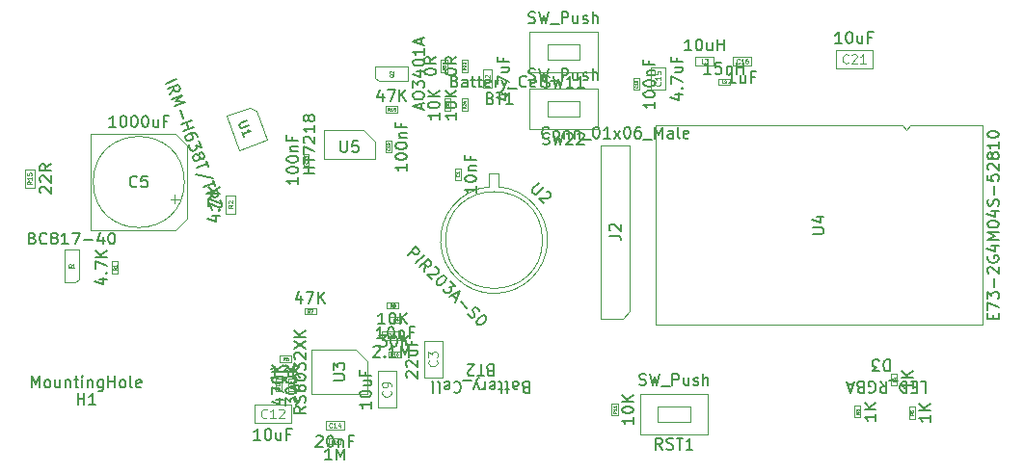
<source format=gbr>
%TF.GenerationSoftware,KiCad,Pcbnew,7.0.1*%
%TF.CreationDate,2023-06-12T22:14:20+07:00*%
%TF.ProjectId,Air Conditioner Energy Saver V7,41697220-436f-46e6-9469-74696f6e6572,rev?*%
%TF.SameCoordinates,Original*%
%TF.FileFunction,AssemblyDrawing,Top*%
%FSLAX46Y46*%
G04 Gerber Fmt 4.6, Leading zero omitted, Abs format (unit mm)*
G04 Created by KiCad (PCBNEW 7.0.1) date 2023-06-12 22:14:20*
%MOMM*%
%LPD*%
G01*
G04 APERTURE LIST*
%ADD10C,0.150000*%
%ADD11C,0.040000*%
%ADD12C,0.050000*%
%ADD13C,0.120000*%
%ADD14C,0.060000*%
%ADD15C,0.080000*%
%ADD16C,0.100000*%
G04 APERTURE END LIST*
D10*
%TO.C,C5*%
X108776190Y-82862619D02*
X108204762Y-82862619D01*
X108490476Y-82862619D02*
X108490476Y-81862619D01*
X108490476Y-81862619D02*
X108395238Y-82005476D01*
X108395238Y-82005476D02*
X108300000Y-82100714D01*
X108300000Y-82100714D02*
X108204762Y-82148333D01*
X109395238Y-81862619D02*
X109490476Y-81862619D01*
X109490476Y-81862619D02*
X109585714Y-81910238D01*
X109585714Y-81910238D02*
X109633333Y-81957857D01*
X109633333Y-81957857D02*
X109680952Y-82053095D01*
X109680952Y-82053095D02*
X109728571Y-82243571D01*
X109728571Y-82243571D02*
X109728571Y-82481666D01*
X109728571Y-82481666D02*
X109680952Y-82672142D01*
X109680952Y-82672142D02*
X109633333Y-82767380D01*
X109633333Y-82767380D02*
X109585714Y-82815000D01*
X109585714Y-82815000D02*
X109490476Y-82862619D01*
X109490476Y-82862619D02*
X109395238Y-82862619D01*
X109395238Y-82862619D02*
X109300000Y-82815000D01*
X109300000Y-82815000D02*
X109252381Y-82767380D01*
X109252381Y-82767380D02*
X109204762Y-82672142D01*
X109204762Y-82672142D02*
X109157143Y-82481666D01*
X109157143Y-82481666D02*
X109157143Y-82243571D01*
X109157143Y-82243571D02*
X109204762Y-82053095D01*
X109204762Y-82053095D02*
X109252381Y-81957857D01*
X109252381Y-81957857D02*
X109300000Y-81910238D01*
X109300000Y-81910238D02*
X109395238Y-81862619D01*
X110347619Y-81862619D02*
X110442857Y-81862619D01*
X110442857Y-81862619D02*
X110538095Y-81910238D01*
X110538095Y-81910238D02*
X110585714Y-81957857D01*
X110585714Y-81957857D02*
X110633333Y-82053095D01*
X110633333Y-82053095D02*
X110680952Y-82243571D01*
X110680952Y-82243571D02*
X110680952Y-82481666D01*
X110680952Y-82481666D02*
X110633333Y-82672142D01*
X110633333Y-82672142D02*
X110585714Y-82767380D01*
X110585714Y-82767380D02*
X110538095Y-82815000D01*
X110538095Y-82815000D02*
X110442857Y-82862619D01*
X110442857Y-82862619D02*
X110347619Y-82862619D01*
X110347619Y-82862619D02*
X110252381Y-82815000D01*
X110252381Y-82815000D02*
X110204762Y-82767380D01*
X110204762Y-82767380D02*
X110157143Y-82672142D01*
X110157143Y-82672142D02*
X110109524Y-82481666D01*
X110109524Y-82481666D02*
X110109524Y-82243571D01*
X110109524Y-82243571D02*
X110157143Y-82053095D01*
X110157143Y-82053095D02*
X110204762Y-81957857D01*
X110204762Y-81957857D02*
X110252381Y-81910238D01*
X110252381Y-81910238D02*
X110347619Y-81862619D01*
X111300000Y-81862619D02*
X111395238Y-81862619D01*
X111395238Y-81862619D02*
X111490476Y-81910238D01*
X111490476Y-81910238D02*
X111538095Y-81957857D01*
X111538095Y-81957857D02*
X111585714Y-82053095D01*
X111585714Y-82053095D02*
X111633333Y-82243571D01*
X111633333Y-82243571D02*
X111633333Y-82481666D01*
X111633333Y-82481666D02*
X111585714Y-82672142D01*
X111585714Y-82672142D02*
X111538095Y-82767380D01*
X111538095Y-82767380D02*
X111490476Y-82815000D01*
X111490476Y-82815000D02*
X111395238Y-82862619D01*
X111395238Y-82862619D02*
X111300000Y-82862619D01*
X111300000Y-82862619D02*
X111204762Y-82815000D01*
X111204762Y-82815000D02*
X111157143Y-82767380D01*
X111157143Y-82767380D02*
X111109524Y-82672142D01*
X111109524Y-82672142D02*
X111061905Y-82481666D01*
X111061905Y-82481666D02*
X111061905Y-82243571D01*
X111061905Y-82243571D02*
X111109524Y-82053095D01*
X111109524Y-82053095D02*
X111157143Y-81957857D01*
X111157143Y-81957857D02*
X111204762Y-81910238D01*
X111204762Y-81910238D02*
X111300000Y-81862619D01*
X112490476Y-82195952D02*
X112490476Y-82862619D01*
X112061905Y-82195952D02*
X112061905Y-82719761D01*
X112061905Y-82719761D02*
X112109524Y-82815000D01*
X112109524Y-82815000D02*
X112204762Y-82862619D01*
X112204762Y-82862619D02*
X112347619Y-82862619D01*
X112347619Y-82862619D02*
X112442857Y-82815000D01*
X112442857Y-82815000D02*
X112490476Y-82767380D01*
X113300000Y-82338809D02*
X112966667Y-82338809D01*
X112966667Y-82862619D02*
X112966667Y-81862619D01*
X112966667Y-81862619D02*
X113442857Y-81862619D01*
X110633333Y-88067380D02*
X110585714Y-88115000D01*
X110585714Y-88115000D02*
X110442857Y-88162619D01*
X110442857Y-88162619D02*
X110347619Y-88162619D01*
X110347619Y-88162619D02*
X110204762Y-88115000D01*
X110204762Y-88115000D02*
X110109524Y-88019761D01*
X110109524Y-88019761D02*
X110061905Y-87924523D01*
X110061905Y-87924523D02*
X110014286Y-87734047D01*
X110014286Y-87734047D02*
X110014286Y-87591190D01*
X110014286Y-87591190D02*
X110061905Y-87400714D01*
X110061905Y-87400714D02*
X110109524Y-87305476D01*
X110109524Y-87305476D02*
X110204762Y-87210238D01*
X110204762Y-87210238D02*
X110347619Y-87162619D01*
X110347619Y-87162619D02*
X110442857Y-87162619D01*
X110442857Y-87162619D02*
X110585714Y-87210238D01*
X110585714Y-87210238D02*
X110633333Y-87257857D01*
X111538095Y-87162619D02*
X111061905Y-87162619D01*
X111061905Y-87162619D02*
X111014286Y-87638809D01*
X111014286Y-87638809D02*
X111061905Y-87591190D01*
X111061905Y-87591190D02*
X111157143Y-87543571D01*
X111157143Y-87543571D02*
X111395238Y-87543571D01*
X111395238Y-87543571D02*
X111490476Y-87591190D01*
X111490476Y-87591190D02*
X111538095Y-87638809D01*
X111538095Y-87638809D02*
X111585714Y-87734047D01*
X111585714Y-87734047D02*
X111585714Y-87972142D01*
X111585714Y-87972142D02*
X111538095Y-88067380D01*
X111538095Y-88067380D02*
X111490476Y-88115000D01*
X111490476Y-88115000D02*
X111395238Y-88162619D01*
X111395238Y-88162619D02*
X111157143Y-88162619D01*
X111157143Y-88162619D02*
X111061905Y-88115000D01*
X111061905Y-88115000D02*
X111014286Y-88067380D01*
%TO.C,U1*%
X113173834Y-79028523D02*
X114113527Y-78686503D01*
X113532141Y-80012963D02*
X113865607Y-79536865D01*
X113336701Y-79475996D02*
X114276394Y-79133976D01*
X114276394Y-79133976D02*
X114406687Y-79491954D01*
X114406687Y-79491954D02*
X114394513Y-79597735D01*
X114394513Y-79597735D02*
X114366052Y-79658769D01*
X114366052Y-79658769D02*
X114292845Y-79736089D01*
X114292845Y-79736089D02*
X114158603Y-79784949D01*
X114158603Y-79784949D02*
X114052822Y-79772776D01*
X114052822Y-79772776D02*
X113991788Y-79744315D01*
X113991788Y-79744315D02*
X113914467Y-79671107D01*
X113914467Y-79671107D02*
X113784174Y-79313129D01*
X113678721Y-80415688D02*
X114618414Y-80073668D01*
X114618414Y-80073668D02*
X114061211Y-80631199D01*
X114061211Y-80631199D02*
X114846427Y-80700130D01*
X114846427Y-80700130D02*
X113906734Y-81042150D01*
X114427579Y-81359329D02*
X114688166Y-82075286D01*
X114493055Y-82653051D02*
X115432747Y-82311031D01*
X114985275Y-82473898D02*
X115180715Y-83010865D01*
X114688495Y-83190019D02*
X115628187Y-82847998D01*
X115937634Y-83698196D02*
X115872487Y-83519207D01*
X115872487Y-83519207D02*
X115795167Y-83446000D01*
X115795167Y-83446000D02*
X115734133Y-83417539D01*
X115734133Y-83417539D02*
X115567318Y-83376904D01*
X115567318Y-83376904D02*
X115372042Y-83397304D01*
X115372042Y-83397304D02*
X115014064Y-83527597D01*
X115014064Y-83527597D02*
X114940856Y-83604918D01*
X114940856Y-83604918D02*
X114912395Y-83665952D01*
X114912395Y-83665952D02*
X114900221Y-83771733D01*
X114900221Y-83771733D02*
X114965368Y-83950722D01*
X114965368Y-83950722D02*
X115042689Y-84023930D01*
X115042689Y-84023930D02*
X115103723Y-84052391D01*
X115103723Y-84052391D02*
X115209504Y-84064564D01*
X115209504Y-84064564D02*
X115433240Y-83983131D01*
X115433240Y-83983131D02*
X115506448Y-83905810D01*
X115506448Y-83905810D02*
X115534909Y-83844777D01*
X115534909Y-83844777D02*
X115547083Y-83738995D01*
X115547083Y-83738995D02*
X115481936Y-83560006D01*
X115481936Y-83560006D02*
X115404615Y-83486798D01*
X115404615Y-83486798D02*
X115343581Y-83458338D01*
X115343581Y-83458338D02*
X115237800Y-83446164D01*
X116084214Y-84100922D02*
X116295941Y-84682636D01*
X116295941Y-84682636D02*
X115823956Y-84499699D01*
X115823956Y-84499699D02*
X115872816Y-84633941D01*
X115872816Y-84633941D02*
X115860642Y-84739722D01*
X115860642Y-84739722D02*
X115832182Y-84800756D01*
X115832182Y-84800756D02*
X115758974Y-84878076D01*
X115758974Y-84878076D02*
X115535237Y-84959510D01*
X115535237Y-84959510D02*
X115429456Y-84947336D01*
X115429456Y-84947336D02*
X115368422Y-84918875D01*
X115368422Y-84918875D02*
X115291102Y-84845667D01*
X115291102Y-84845667D02*
X115193382Y-84577184D01*
X115193382Y-84577184D02*
X115205555Y-84471403D01*
X115205555Y-84471403D02*
X115234016Y-84410369D01*
X116088656Y-85366184D02*
X116100830Y-85260403D01*
X116100830Y-85260403D02*
X116129290Y-85199369D01*
X116129290Y-85199369D02*
X116202498Y-85122048D01*
X116202498Y-85122048D02*
X116247245Y-85105761D01*
X116247245Y-85105761D02*
X116353026Y-85117935D01*
X116353026Y-85117935D02*
X116414060Y-85146396D01*
X116414060Y-85146396D02*
X116491381Y-85219604D01*
X116491381Y-85219604D02*
X116556528Y-85398593D01*
X116556528Y-85398593D02*
X116544354Y-85504374D01*
X116544354Y-85504374D02*
X116515893Y-85565408D01*
X116515893Y-85565408D02*
X116442685Y-85642728D01*
X116442685Y-85642728D02*
X116397938Y-85659015D01*
X116397938Y-85659015D02*
X116292157Y-85646841D01*
X116292157Y-85646841D02*
X116231123Y-85618381D01*
X116231123Y-85618381D02*
X116153802Y-85545173D01*
X116153802Y-85545173D02*
X116088656Y-85366184D01*
X116088656Y-85366184D02*
X116011335Y-85292976D01*
X116011335Y-85292976D02*
X115950301Y-85264515D01*
X115950301Y-85264515D02*
X115844520Y-85252341D01*
X115844520Y-85252341D02*
X115665531Y-85317488D01*
X115665531Y-85317488D02*
X115592323Y-85394809D01*
X115592323Y-85394809D02*
X115563862Y-85455843D01*
X115563862Y-85455843D02*
X115551688Y-85561624D01*
X115551688Y-85561624D02*
X115616835Y-85740613D01*
X115616835Y-85740613D02*
X115694156Y-85813821D01*
X115694156Y-85813821D02*
X115755190Y-85842281D01*
X115755190Y-85842281D02*
X115860971Y-85854455D01*
X115860971Y-85854455D02*
X116039960Y-85789309D01*
X116039960Y-85789309D02*
X116113168Y-85711988D01*
X116113168Y-85711988D02*
X116141628Y-85650954D01*
X116141628Y-85650954D02*
X116153802Y-85545173D01*
X116719394Y-85846065D02*
X116914835Y-86383033D01*
X115877422Y-86456569D02*
X116817114Y-86114549D01*
X117317889Y-87351186D02*
X115816552Y-86985475D01*
X117338288Y-87546462D02*
X117533728Y-88083429D01*
X116496316Y-88156966D02*
X117436008Y-87814945D01*
X116903482Y-89275647D02*
X117236948Y-88799550D01*
X116708042Y-88738680D02*
X117647735Y-88396660D01*
X117647735Y-88396660D02*
X117778028Y-88754638D01*
X117778028Y-88754638D02*
X117765854Y-88860419D01*
X117765854Y-88860419D02*
X117737394Y-88921453D01*
X117737394Y-88921453D02*
X117664186Y-88998774D01*
X117664186Y-88998774D02*
X117529944Y-89047634D01*
X117529944Y-89047634D02*
X117424163Y-89035460D01*
X117424163Y-89035460D02*
X117363129Y-89007000D01*
X117363129Y-89007000D02*
X117285808Y-88933792D01*
X117285808Y-88933792D02*
X117155515Y-88575814D01*
X117883974Y-89324179D02*
X117945008Y-89352639D01*
X117945008Y-89352639D02*
X118022328Y-89425847D01*
X118022328Y-89425847D02*
X118103762Y-89649584D01*
X118103762Y-89649584D02*
X118091588Y-89755365D01*
X118091588Y-89755365D02*
X118063127Y-89816399D01*
X118063127Y-89816399D02*
X117989919Y-89893719D01*
X117989919Y-89893719D02*
X117900425Y-89926293D01*
X117900425Y-89926293D02*
X117749896Y-89930405D01*
X117749896Y-89930405D02*
X117017489Y-89588878D01*
X117017489Y-89588878D02*
X117229216Y-90170593D01*
X120296351Y-82324590D02*
X119725823Y-82532245D01*
X119725823Y-82532245D02*
X119670918Y-82590236D01*
X119670918Y-82590236D02*
X119649572Y-82636011D01*
X119649572Y-82636011D02*
X119640442Y-82715347D01*
X119640442Y-82715347D02*
X119689302Y-82849589D01*
X119689302Y-82849589D02*
X119747292Y-82904495D01*
X119747292Y-82904495D02*
X119793068Y-82925840D01*
X119793068Y-82925840D02*
X119872404Y-82934970D01*
X119872404Y-82934970D02*
X120442931Y-82727315D01*
X119994677Y-83688600D02*
X119848097Y-83285874D01*
X119921387Y-83487237D02*
X120626156Y-83230722D01*
X120626156Y-83230722D02*
X120501045Y-83200246D01*
X120501045Y-83200246D02*
X120409494Y-83157555D01*
X120409494Y-83157555D02*
X120351503Y-83102649D01*
%TO.C,R5*%
X180332619Y-108194285D02*
X180332619Y-108765713D01*
X180332619Y-108479999D02*
X179332619Y-108479999D01*
X179332619Y-108479999D02*
X179475476Y-108575237D01*
X179475476Y-108575237D02*
X179570714Y-108670475D01*
X179570714Y-108670475D02*
X179618333Y-108765713D01*
X180332619Y-107765713D02*
X179332619Y-107765713D01*
X180332619Y-107194285D02*
X179761190Y-107622856D01*
X179332619Y-107194285D02*
X179904047Y-107765713D01*
D11*
X178820280Y-108023332D02*
X178696471Y-108109999D01*
X178820280Y-108171904D02*
X178560280Y-108171904D01*
X178560280Y-108171904D02*
X178560280Y-108072856D01*
X178560280Y-108072856D02*
X178572661Y-108048094D01*
X178572661Y-108048094D02*
X178585042Y-108035713D01*
X178585042Y-108035713D02*
X178609804Y-108023332D01*
X178609804Y-108023332D02*
X178646947Y-108023332D01*
X178646947Y-108023332D02*
X178671709Y-108035713D01*
X178671709Y-108035713D02*
X178684090Y-108048094D01*
X178684090Y-108048094D02*
X178696471Y-108072856D01*
X178696471Y-108072856D02*
X178696471Y-108171904D01*
X178560280Y-107788094D02*
X178560280Y-107911904D01*
X178560280Y-107911904D02*
X178684090Y-107924285D01*
X178684090Y-107924285D02*
X178671709Y-107911904D01*
X178671709Y-107911904D02*
X178659328Y-107887142D01*
X178659328Y-107887142D02*
X178659328Y-107825237D01*
X178659328Y-107825237D02*
X178671709Y-107800475D01*
X178671709Y-107800475D02*
X178684090Y-107788094D01*
X178684090Y-107788094D02*
X178708852Y-107775713D01*
X178708852Y-107775713D02*
X178770757Y-107775713D01*
X178770757Y-107775713D02*
X178795519Y-107788094D01*
X178795519Y-107788094D02*
X178807900Y-107800475D01*
X178807900Y-107800475D02*
X178820280Y-107825237D01*
X178820280Y-107825237D02*
X178820280Y-107887142D01*
X178820280Y-107887142D02*
X178807900Y-107911904D01*
X178807900Y-107911904D02*
X178795519Y-107924285D01*
D10*
%TO.C,SW11*%
X145034381Y-73695000D02*
X145177238Y-73742619D01*
X145177238Y-73742619D02*
X145415333Y-73742619D01*
X145415333Y-73742619D02*
X145510571Y-73695000D01*
X145510571Y-73695000D02*
X145558190Y-73647380D01*
X145558190Y-73647380D02*
X145605809Y-73552142D01*
X145605809Y-73552142D02*
X145605809Y-73456904D01*
X145605809Y-73456904D02*
X145558190Y-73361666D01*
X145558190Y-73361666D02*
X145510571Y-73314047D01*
X145510571Y-73314047D02*
X145415333Y-73266428D01*
X145415333Y-73266428D02*
X145224857Y-73218809D01*
X145224857Y-73218809D02*
X145129619Y-73171190D01*
X145129619Y-73171190D02*
X145082000Y-73123571D01*
X145082000Y-73123571D02*
X145034381Y-73028333D01*
X145034381Y-73028333D02*
X145034381Y-72933095D01*
X145034381Y-72933095D02*
X145082000Y-72837857D01*
X145082000Y-72837857D02*
X145129619Y-72790238D01*
X145129619Y-72790238D02*
X145224857Y-72742619D01*
X145224857Y-72742619D02*
X145462952Y-72742619D01*
X145462952Y-72742619D02*
X145605809Y-72790238D01*
X145939143Y-72742619D02*
X146177238Y-73742619D01*
X146177238Y-73742619D02*
X146367714Y-73028333D01*
X146367714Y-73028333D02*
X146558190Y-73742619D01*
X146558190Y-73742619D02*
X146796286Y-72742619D01*
X146939143Y-73837857D02*
X147701047Y-73837857D01*
X147939143Y-73742619D02*
X147939143Y-72742619D01*
X147939143Y-72742619D02*
X148320095Y-72742619D01*
X148320095Y-72742619D02*
X148415333Y-72790238D01*
X148415333Y-72790238D02*
X148462952Y-72837857D01*
X148462952Y-72837857D02*
X148510571Y-72933095D01*
X148510571Y-72933095D02*
X148510571Y-73075952D01*
X148510571Y-73075952D02*
X148462952Y-73171190D01*
X148462952Y-73171190D02*
X148415333Y-73218809D01*
X148415333Y-73218809D02*
X148320095Y-73266428D01*
X148320095Y-73266428D02*
X147939143Y-73266428D01*
X149367714Y-73075952D02*
X149367714Y-73742619D01*
X148939143Y-73075952D02*
X148939143Y-73599761D01*
X148939143Y-73599761D02*
X148986762Y-73695000D01*
X148986762Y-73695000D02*
X149082000Y-73742619D01*
X149082000Y-73742619D02*
X149224857Y-73742619D01*
X149224857Y-73742619D02*
X149320095Y-73695000D01*
X149320095Y-73695000D02*
X149367714Y-73647380D01*
X149796286Y-73695000D02*
X149891524Y-73742619D01*
X149891524Y-73742619D02*
X150082000Y-73742619D01*
X150082000Y-73742619D02*
X150177238Y-73695000D01*
X150177238Y-73695000D02*
X150224857Y-73599761D01*
X150224857Y-73599761D02*
X150224857Y-73552142D01*
X150224857Y-73552142D02*
X150177238Y-73456904D01*
X150177238Y-73456904D02*
X150082000Y-73409285D01*
X150082000Y-73409285D02*
X149939143Y-73409285D01*
X149939143Y-73409285D02*
X149843905Y-73361666D01*
X149843905Y-73361666D02*
X149796286Y-73266428D01*
X149796286Y-73266428D02*
X149796286Y-73218809D01*
X149796286Y-73218809D02*
X149843905Y-73123571D01*
X149843905Y-73123571D02*
X149939143Y-73075952D01*
X149939143Y-73075952D02*
X150082000Y-73075952D01*
X150082000Y-73075952D02*
X150177238Y-73123571D01*
X150653429Y-73742619D02*
X150653429Y-72742619D01*
X151082000Y-73742619D02*
X151082000Y-73218809D01*
X151082000Y-73218809D02*
X151034381Y-73123571D01*
X151034381Y-73123571D02*
X150939143Y-73075952D01*
X150939143Y-73075952D02*
X150796286Y-73075952D01*
X150796286Y-73075952D02*
X150701048Y-73123571D01*
X150701048Y-73123571D02*
X150653429Y-73171190D01*
X146272476Y-79345000D02*
X146415333Y-79392619D01*
X146415333Y-79392619D02*
X146653428Y-79392619D01*
X146653428Y-79392619D02*
X146748666Y-79345000D01*
X146748666Y-79345000D02*
X146796285Y-79297380D01*
X146796285Y-79297380D02*
X146843904Y-79202142D01*
X146843904Y-79202142D02*
X146843904Y-79106904D01*
X146843904Y-79106904D02*
X146796285Y-79011666D01*
X146796285Y-79011666D02*
X146748666Y-78964047D01*
X146748666Y-78964047D02*
X146653428Y-78916428D01*
X146653428Y-78916428D02*
X146462952Y-78868809D01*
X146462952Y-78868809D02*
X146367714Y-78821190D01*
X146367714Y-78821190D02*
X146320095Y-78773571D01*
X146320095Y-78773571D02*
X146272476Y-78678333D01*
X146272476Y-78678333D02*
X146272476Y-78583095D01*
X146272476Y-78583095D02*
X146320095Y-78487857D01*
X146320095Y-78487857D02*
X146367714Y-78440238D01*
X146367714Y-78440238D02*
X146462952Y-78392619D01*
X146462952Y-78392619D02*
X146701047Y-78392619D01*
X146701047Y-78392619D02*
X146843904Y-78440238D01*
X147177238Y-78392619D02*
X147415333Y-79392619D01*
X147415333Y-79392619D02*
X147605809Y-78678333D01*
X147605809Y-78678333D02*
X147796285Y-79392619D01*
X147796285Y-79392619D02*
X148034381Y-78392619D01*
X148939142Y-79392619D02*
X148367714Y-79392619D01*
X148653428Y-79392619D02*
X148653428Y-78392619D01*
X148653428Y-78392619D02*
X148558190Y-78535476D01*
X148558190Y-78535476D02*
X148462952Y-78630714D01*
X148462952Y-78630714D02*
X148367714Y-78678333D01*
X149891523Y-79392619D02*
X149320095Y-79392619D01*
X149605809Y-79392619D02*
X149605809Y-78392619D01*
X149605809Y-78392619D02*
X149510571Y-78535476D01*
X149510571Y-78535476D02*
X149415333Y-78630714D01*
X149415333Y-78630714D02*
X149320095Y-78678333D01*
%TO.C,R6*%
X123007523Y-104883619D02*
X122436095Y-104883619D01*
X122721809Y-104883619D02*
X122721809Y-103883619D01*
X122721809Y-103883619D02*
X122626571Y-104026476D01*
X122626571Y-104026476D02*
X122531333Y-104121714D01*
X122531333Y-104121714D02*
X122436095Y-104169333D01*
X123340857Y-103883619D02*
X123959904Y-103883619D01*
X123959904Y-103883619D02*
X123626571Y-104264571D01*
X123626571Y-104264571D02*
X123769428Y-104264571D01*
X123769428Y-104264571D02*
X123864666Y-104312190D01*
X123864666Y-104312190D02*
X123912285Y-104359809D01*
X123912285Y-104359809D02*
X123959904Y-104455047D01*
X123959904Y-104455047D02*
X123959904Y-104693142D01*
X123959904Y-104693142D02*
X123912285Y-104788380D01*
X123912285Y-104788380D02*
X123864666Y-104836000D01*
X123864666Y-104836000D02*
X123769428Y-104883619D01*
X123769428Y-104883619D02*
X123483714Y-104883619D01*
X123483714Y-104883619D02*
X123388476Y-104836000D01*
X123388476Y-104836000D02*
X123340857Y-104788380D01*
X124388476Y-104883619D02*
X124388476Y-103883619D01*
X124959904Y-104883619D02*
X124531333Y-104312190D01*
X124959904Y-103883619D02*
X124388476Y-104455047D01*
D11*
X123654667Y-103371280D02*
X123568000Y-103247471D01*
X123506095Y-103371280D02*
X123506095Y-103111280D01*
X123506095Y-103111280D02*
X123605143Y-103111280D01*
X123605143Y-103111280D02*
X123629905Y-103123661D01*
X123629905Y-103123661D02*
X123642286Y-103136042D01*
X123642286Y-103136042D02*
X123654667Y-103160804D01*
X123654667Y-103160804D02*
X123654667Y-103197947D01*
X123654667Y-103197947D02*
X123642286Y-103222709D01*
X123642286Y-103222709D02*
X123629905Y-103235090D01*
X123629905Y-103235090D02*
X123605143Y-103247471D01*
X123605143Y-103247471D02*
X123506095Y-103247471D01*
X123877524Y-103111280D02*
X123828000Y-103111280D01*
X123828000Y-103111280D02*
X123803238Y-103123661D01*
X123803238Y-103123661D02*
X123790857Y-103136042D01*
X123790857Y-103136042D02*
X123766095Y-103173185D01*
X123766095Y-103173185D02*
X123753714Y-103222709D01*
X123753714Y-103222709D02*
X123753714Y-103321757D01*
X123753714Y-103321757D02*
X123766095Y-103346519D01*
X123766095Y-103346519D02*
X123778476Y-103358900D01*
X123778476Y-103358900D02*
X123803238Y-103371280D01*
X123803238Y-103371280D02*
X123852762Y-103371280D01*
X123852762Y-103371280D02*
X123877524Y-103358900D01*
X123877524Y-103358900D02*
X123889905Y-103346519D01*
X123889905Y-103346519D02*
X123902286Y-103321757D01*
X123902286Y-103321757D02*
X123902286Y-103259852D01*
X123902286Y-103259852D02*
X123889905Y-103235090D01*
X123889905Y-103235090D02*
X123877524Y-103222709D01*
X123877524Y-103222709D02*
X123852762Y-103210328D01*
X123852762Y-103210328D02*
X123803238Y-103210328D01*
X123803238Y-103210328D02*
X123778476Y-103222709D01*
X123778476Y-103222709D02*
X123766095Y-103235090D01*
X123766095Y-103235090D02*
X123753714Y-103259852D01*
D10*
%TO.C,Q2*%
X135576904Y-81295237D02*
X135576904Y-80819047D01*
X135862619Y-81390475D02*
X134862619Y-81057142D01*
X134862619Y-81057142D02*
X135862619Y-80723809D01*
X134862619Y-80199999D02*
X134862619Y-80009523D01*
X134862619Y-80009523D02*
X134910238Y-79914285D01*
X134910238Y-79914285D02*
X135005476Y-79819047D01*
X135005476Y-79819047D02*
X135195952Y-79771428D01*
X135195952Y-79771428D02*
X135529285Y-79771428D01*
X135529285Y-79771428D02*
X135719761Y-79819047D01*
X135719761Y-79819047D02*
X135815000Y-79914285D01*
X135815000Y-79914285D02*
X135862619Y-80009523D01*
X135862619Y-80009523D02*
X135862619Y-80199999D01*
X135862619Y-80199999D02*
X135815000Y-80295237D01*
X135815000Y-80295237D02*
X135719761Y-80390475D01*
X135719761Y-80390475D02*
X135529285Y-80438094D01*
X135529285Y-80438094D02*
X135195952Y-80438094D01*
X135195952Y-80438094D02*
X135005476Y-80390475D01*
X135005476Y-80390475D02*
X134910238Y-80295237D01*
X134910238Y-80295237D02*
X134862619Y-80199999D01*
X134862619Y-79438094D02*
X134862619Y-78819047D01*
X134862619Y-78819047D02*
X135243571Y-79152380D01*
X135243571Y-79152380D02*
X135243571Y-79009523D01*
X135243571Y-79009523D02*
X135291190Y-78914285D01*
X135291190Y-78914285D02*
X135338809Y-78866666D01*
X135338809Y-78866666D02*
X135434047Y-78819047D01*
X135434047Y-78819047D02*
X135672142Y-78819047D01*
X135672142Y-78819047D02*
X135767380Y-78866666D01*
X135767380Y-78866666D02*
X135815000Y-78914285D01*
X135815000Y-78914285D02*
X135862619Y-79009523D01*
X135862619Y-79009523D02*
X135862619Y-79295237D01*
X135862619Y-79295237D02*
X135815000Y-79390475D01*
X135815000Y-79390475D02*
X135767380Y-79438094D01*
X135195952Y-77961904D02*
X135862619Y-77961904D01*
X134815000Y-78199999D02*
X135529285Y-78438094D01*
X135529285Y-78438094D02*
X135529285Y-77819047D01*
X134862619Y-77247618D02*
X134862619Y-77152380D01*
X134862619Y-77152380D02*
X134910238Y-77057142D01*
X134910238Y-77057142D02*
X134957857Y-77009523D01*
X134957857Y-77009523D02*
X135053095Y-76961904D01*
X135053095Y-76961904D02*
X135243571Y-76914285D01*
X135243571Y-76914285D02*
X135481666Y-76914285D01*
X135481666Y-76914285D02*
X135672142Y-76961904D01*
X135672142Y-76961904D02*
X135767380Y-77009523D01*
X135767380Y-77009523D02*
X135815000Y-77057142D01*
X135815000Y-77057142D02*
X135862619Y-77152380D01*
X135862619Y-77152380D02*
X135862619Y-77247618D01*
X135862619Y-77247618D02*
X135815000Y-77342856D01*
X135815000Y-77342856D02*
X135767380Y-77390475D01*
X135767380Y-77390475D02*
X135672142Y-77438094D01*
X135672142Y-77438094D02*
X135481666Y-77485713D01*
X135481666Y-77485713D02*
X135243571Y-77485713D01*
X135243571Y-77485713D02*
X135053095Y-77438094D01*
X135053095Y-77438094D02*
X134957857Y-77390475D01*
X134957857Y-77390475D02*
X134910238Y-77342856D01*
X134910238Y-77342856D02*
X134862619Y-77247618D01*
X135862619Y-75961904D02*
X135862619Y-76533332D01*
X135862619Y-76247618D02*
X134862619Y-76247618D01*
X134862619Y-76247618D02*
X135005476Y-76342856D01*
X135005476Y-76342856D02*
X135100714Y-76438094D01*
X135100714Y-76438094D02*
X135148333Y-76533332D01*
X135576904Y-75580951D02*
X135576904Y-75104761D01*
X135862619Y-75676189D02*
X134862619Y-75342856D01*
X134862619Y-75342856D02*
X135862619Y-75009523D01*
D12*
X133178514Y-78230476D02*
X133163276Y-78260952D01*
X133163276Y-78260952D02*
X133132800Y-78291428D01*
X133132800Y-78291428D02*
X133087085Y-78337142D01*
X133087085Y-78337142D02*
X133071847Y-78367619D01*
X133071847Y-78367619D02*
X133071847Y-78398095D01*
X133148038Y-78382857D02*
X133132800Y-78413333D01*
X133132800Y-78413333D02*
X133102323Y-78443809D01*
X133102323Y-78443809D02*
X133041371Y-78459047D01*
X133041371Y-78459047D02*
X132934704Y-78459047D01*
X132934704Y-78459047D02*
X132873752Y-78443809D01*
X132873752Y-78443809D02*
X132843276Y-78413333D01*
X132843276Y-78413333D02*
X132828038Y-78382857D01*
X132828038Y-78382857D02*
X132828038Y-78321904D01*
X132828038Y-78321904D02*
X132843276Y-78291428D01*
X132843276Y-78291428D02*
X132873752Y-78260952D01*
X132873752Y-78260952D02*
X132934704Y-78245714D01*
X132934704Y-78245714D02*
X133041371Y-78245714D01*
X133041371Y-78245714D02*
X133102323Y-78260952D01*
X133102323Y-78260952D02*
X133132800Y-78291428D01*
X133132800Y-78291428D02*
X133148038Y-78321904D01*
X133148038Y-78321904D02*
X133148038Y-78382857D01*
X132858514Y-78123809D02*
X132843276Y-78108571D01*
X132843276Y-78108571D02*
X132828038Y-78078095D01*
X132828038Y-78078095D02*
X132828038Y-78001904D01*
X132828038Y-78001904D02*
X132843276Y-77971428D01*
X132843276Y-77971428D02*
X132858514Y-77956190D01*
X132858514Y-77956190D02*
X132888990Y-77940952D01*
X132888990Y-77940952D02*
X132919466Y-77940952D01*
X132919466Y-77940952D02*
X132965180Y-77956190D01*
X132965180Y-77956190D02*
X133148038Y-78139047D01*
X133148038Y-78139047D02*
X133148038Y-77940952D01*
D10*
%TO.C,C3*%
X134359857Y-104893856D02*
X134312238Y-104846237D01*
X134312238Y-104846237D02*
X134264619Y-104750999D01*
X134264619Y-104750999D02*
X134264619Y-104512904D01*
X134264619Y-104512904D02*
X134312238Y-104417666D01*
X134312238Y-104417666D02*
X134359857Y-104370047D01*
X134359857Y-104370047D02*
X134455095Y-104322428D01*
X134455095Y-104322428D02*
X134550333Y-104322428D01*
X134550333Y-104322428D02*
X134693190Y-104370047D01*
X134693190Y-104370047D02*
X135264619Y-104941475D01*
X135264619Y-104941475D02*
X135264619Y-104322428D01*
X134359857Y-103941475D02*
X134312238Y-103893856D01*
X134312238Y-103893856D02*
X134264619Y-103798618D01*
X134264619Y-103798618D02*
X134264619Y-103560523D01*
X134264619Y-103560523D02*
X134312238Y-103465285D01*
X134312238Y-103465285D02*
X134359857Y-103417666D01*
X134359857Y-103417666D02*
X134455095Y-103370047D01*
X134455095Y-103370047D02*
X134550333Y-103370047D01*
X134550333Y-103370047D02*
X134693190Y-103417666D01*
X134693190Y-103417666D02*
X135264619Y-103989094D01*
X135264619Y-103989094D02*
X135264619Y-103370047D01*
X134597952Y-102512904D02*
X135264619Y-102512904D01*
X134597952Y-102941475D02*
X135121761Y-102941475D01*
X135121761Y-102941475D02*
X135217000Y-102893856D01*
X135217000Y-102893856D02*
X135264619Y-102798618D01*
X135264619Y-102798618D02*
X135264619Y-102655761D01*
X135264619Y-102655761D02*
X135217000Y-102560523D01*
X135217000Y-102560523D02*
X135169380Y-102512904D01*
X134740809Y-101703380D02*
X134740809Y-102036713D01*
X135264619Y-102036713D02*
X134264619Y-102036713D01*
X134264619Y-102036713D02*
X134264619Y-101560523D01*
D13*
X136945904Y-103384332D02*
X136984000Y-103422428D01*
X136984000Y-103422428D02*
X137022095Y-103536713D01*
X137022095Y-103536713D02*
X137022095Y-103612904D01*
X137022095Y-103612904D02*
X136984000Y-103727190D01*
X136984000Y-103727190D02*
X136907809Y-103803380D01*
X136907809Y-103803380D02*
X136831619Y-103841475D01*
X136831619Y-103841475D02*
X136679238Y-103879571D01*
X136679238Y-103879571D02*
X136564952Y-103879571D01*
X136564952Y-103879571D02*
X136412571Y-103841475D01*
X136412571Y-103841475D02*
X136336380Y-103803380D01*
X136336380Y-103803380D02*
X136260190Y-103727190D01*
X136260190Y-103727190D02*
X136222095Y-103612904D01*
X136222095Y-103612904D02*
X136222095Y-103536713D01*
X136222095Y-103536713D02*
X136260190Y-103422428D01*
X136260190Y-103422428D02*
X136298285Y-103384332D01*
X136222095Y-103117666D02*
X136222095Y-102622428D01*
X136222095Y-102622428D02*
X136526857Y-102889094D01*
X136526857Y-102889094D02*
X136526857Y-102774809D01*
X136526857Y-102774809D02*
X136564952Y-102698618D01*
X136564952Y-102698618D02*
X136603047Y-102660523D01*
X136603047Y-102660523D02*
X136679238Y-102622428D01*
X136679238Y-102622428D02*
X136869714Y-102622428D01*
X136869714Y-102622428D02*
X136945904Y-102660523D01*
X136945904Y-102660523D02*
X136984000Y-102698618D01*
X136984000Y-102698618D02*
X137022095Y-102774809D01*
X137022095Y-102774809D02*
X137022095Y-103003380D01*
X137022095Y-103003380D02*
X136984000Y-103079571D01*
X136984000Y-103079571D02*
X136945904Y-103117666D01*
D10*
%TO.C,RST1*%
X154752381Y-105515000D02*
X154895238Y-105562619D01*
X154895238Y-105562619D02*
X155133333Y-105562619D01*
X155133333Y-105562619D02*
X155228571Y-105515000D01*
X155228571Y-105515000D02*
X155276190Y-105467380D01*
X155276190Y-105467380D02*
X155323809Y-105372142D01*
X155323809Y-105372142D02*
X155323809Y-105276904D01*
X155323809Y-105276904D02*
X155276190Y-105181666D01*
X155276190Y-105181666D02*
X155228571Y-105134047D01*
X155228571Y-105134047D02*
X155133333Y-105086428D01*
X155133333Y-105086428D02*
X154942857Y-105038809D01*
X154942857Y-105038809D02*
X154847619Y-104991190D01*
X154847619Y-104991190D02*
X154800000Y-104943571D01*
X154800000Y-104943571D02*
X154752381Y-104848333D01*
X154752381Y-104848333D02*
X154752381Y-104753095D01*
X154752381Y-104753095D02*
X154800000Y-104657857D01*
X154800000Y-104657857D02*
X154847619Y-104610238D01*
X154847619Y-104610238D02*
X154942857Y-104562619D01*
X154942857Y-104562619D02*
X155180952Y-104562619D01*
X155180952Y-104562619D02*
X155323809Y-104610238D01*
X155657143Y-104562619D02*
X155895238Y-105562619D01*
X155895238Y-105562619D02*
X156085714Y-104848333D01*
X156085714Y-104848333D02*
X156276190Y-105562619D01*
X156276190Y-105562619D02*
X156514286Y-104562619D01*
X156657143Y-105657857D02*
X157419047Y-105657857D01*
X157657143Y-105562619D02*
X157657143Y-104562619D01*
X157657143Y-104562619D02*
X158038095Y-104562619D01*
X158038095Y-104562619D02*
X158133333Y-104610238D01*
X158133333Y-104610238D02*
X158180952Y-104657857D01*
X158180952Y-104657857D02*
X158228571Y-104753095D01*
X158228571Y-104753095D02*
X158228571Y-104895952D01*
X158228571Y-104895952D02*
X158180952Y-104991190D01*
X158180952Y-104991190D02*
X158133333Y-105038809D01*
X158133333Y-105038809D02*
X158038095Y-105086428D01*
X158038095Y-105086428D02*
X157657143Y-105086428D01*
X159085714Y-104895952D02*
X159085714Y-105562619D01*
X158657143Y-104895952D02*
X158657143Y-105419761D01*
X158657143Y-105419761D02*
X158704762Y-105515000D01*
X158704762Y-105515000D02*
X158800000Y-105562619D01*
X158800000Y-105562619D02*
X158942857Y-105562619D01*
X158942857Y-105562619D02*
X159038095Y-105515000D01*
X159038095Y-105515000D02*
X159085714Y-105467380D01*
X159514286Y-105515000D02*
X159609524Y-105562619D01*
X159609524Y-105562619D02*
X159800000Y-105562619D01*
X159800000Y-105562619D02*
X159895238Y-105515000D01*
X159895238Y-105515000D02*
X159942857Y-105419761D01*
X159942857Y-105419761D02*
X159942857Y-105372142D01*
X159942857Y-105372142D02*
X159895238Y-105276904D01*
X159895238Y-105276904D02*
X159800000Y-105229285D01*
X159800000Y-105229285D02*
X159657143Y-105229285D01*
X159657143Y-105229285D02*
X159561905Y-105181666D01*
X159561905Y-105181666D02*
X159514286Y-105086428D01*
X159514286Y-105086428D02*
X159514286Y-105038809D01*
X159514286Y-105038809D02*
X159561905Y-104943571D01*
X159561905Y-104943571D02*
X159657143Y-104895952D01*
X159657143Y-104895952D02*
X159800000Y-104895952D01*
X159800000Y-104895952D02*
X159895238Y-104943571D01*
X160371429Y-105562619D02*
X160371429Y-104562619D01*
X160800000Y-105562619D02*
X160800000Y-105038809D01*
X160800000Y-105038809D02*
X160752381Y-104943571D01*
X160752381Y-104943571D02*
X160657143Y-104895952D01*
X160657143Y-104895952D02*
X160514286Y-104895952D01*
X160514286Y-104895952D02*
X160419048Y-104943571D01*
X160419048Y-104943571D02*
X160371429Y-104991190D01*
X156776190Y-111212619D02*
X156442857Y-110736428D01*
X156204762Y-111212619D02*
X156204762Y-110212619D01*
X156204762Y-110212619D02*
X156585714Y-110212619D01*
X156585714Y-110212619D02*
X156680952Y-110260238D01*
X156680952Y-110260238D02*
X156728571Y-110307857D01*
X156728571Y-110307857D02*
X156776190Y-110403095D01*
X156776190Y-110403095D02*
X156776190Y-110545952D01*
X156776190Y-110545952D02*
X156728571Y-110641190D01*
X156728571Y-110641190D02*
X156680952Y-110688809D01*
X156680952Y-110688809D02*
X156585714Y-110736428D01*
X156585714Y-110736428D02*
X156204762Y-110736428D01*
X157157143Y-111165000D02*
X157300000Y-111212619D01*
X157300000Y-111212619D02*
X157538095Y-111212619D01*
X157538095Y-111212619D02*
X157633333Y-111165000D01*
X157633333Y-111165000D02*
X157680952Y-111117380D01*
X157680952Y-111117380D02*
X157728571Y-111022142D01*
X157728571Y-111022142D02*
X157728571Y-110926904D01*
X157728571Y-110926904D02*
X157680952Y-110831666D01*
X157680952Y-110831666D02*
X157633333Y-110784047D01*
X157633333Y-110784047D02*
X157538095Y-110736428D01*
X157538095Y-110736428D02*
X157347619Y-110688809D01*
X157347619Y-110688809D02*
X157252381Y-110641190D01*
X157252381Y-110641190D02*
X157204762Y-110593571D01*
X157204762Y-110593571D02*
X157157143Y-110498333D01*
X157157143Y-110498333D02*
X157157143Y-110403095D01*
X157157143Y-110403095D02*
X157204762Y-110307857D01*
X157204762Y-110307857D02*
X157252381Y-110260238D01*
X157252381Y-110260238D02*
X157347619Y-110212619D01*
X157347619Y-110212619D02*
X157585714Y-110212619D01*
X157585714Y-110212619D02*
X157728571Y-110260238D01*
X158014286Y-110212619D02*
X158585714Y-110212619D01*
X158300000Y-111212619D02*
X158300000Y-110212619D01*
X159442857Y-111212619D02*
X158871429Y-111212619D01*
X159157143Y-111212619D02*
X159157143Y-110212619D01*
X159157143Y-110212619D02*
X159061905Y-110355476D01*
X159061905Y-110355476D02*
X158966667Y-110450714D01*
X158966667Y-110450714D02*
X158871429Y-110498333D01*
%TO.C,C16*%
X163204761Y-78992619D02*
X162633333Y-78992619D01*
X162919047Y-78992619D02*
X162919047Y-77992619D01*
X162919047Y-77992619D02*
X162823809Y-78135476D01*
X162823809Y-78135476D02*
X162728571Y-78230714D01*
X162728571Y-78230714D02*
X162633333Y-78278333D01*
X164061904Y-78325952D02*
X164061904Y-78992619D01*
X163633333Y-78325952D02*
X163633333Y-78849761D01*
X163633333Y-78849761D02*
X163680952Y-78945000D01*
X163680952Y-78945000D02*
X163776190Y-78992619D01*
X163776190Y-78992619D02*
X163919047Y-78992619D01*
X163919047Y-78992619D02*
X164014285Y-78945000D01*
X164014285Y-78945000D02*
X164061904Y-78897380D01*
X164871428Y-78468809D02*
X164538095Y-78468809D01*
X164538095Y-78992619D02*
X164538095Y-77992619D01*
X164538095Y-77992619D02*
X165014285Y-77992619D01*
D14*
X163542857Y-77246952D02*
X163523809Y-77266000D01*
X163523809Y-77266000D02*
X163466667Y-77285047D01*
X163466667Y-77285047D02*
X163428571Y-77285047D01*
X163428571Y-77285047D02*
X163371428Y-77266000D01*
X163371428Y-77266000D02*
X163333333Y-77227904D01*
X163333333Y-77227904D02*
X163314286Y-77189809D01*
X163314286Y-77189809D02*
X163295238Y-77113619D01*
X163295238Y-77113619D02*
X163295238Y-77056476D01*
X163295238Y-77056476D02*
X163314286Y-76980285D01*
X163314286Y-76980285D02*
X163333333Y-76942190D01*
X163333333Y-76942190D02*
X163371428Y-76904095D01*
X163371428Y-76904095D02*
X163428571Y-76885047D01*
X163428571Y-76885047D02*
X163466667Y-76885047D01*
X163466667Y-76885047D02*
X163523809Y-76904095D01*
X163523809Y-76904095D02*
X163542857Y-76923142D01*
X163923809Y-77285047D02*
X163695238Y-77285047D01*
X163809524Y-77285047D02*
X163809524Y-76885047D01*
X163809524Y-76885047D02*
X163771428Y-76942190D01*
X163771428Y-76942190D02*
X163733333Y-76980285D01*
X163733333Y-76980285D02*
X163695238Y-76999333D01*
X164266666Y-76885047D02*
X164190476Y-76885047D01*
X164190476Y-76885047D02*
X164152380Y-76904095D01*
X164152380Y-76904095D02*
X164133333Y-76923142D01*
X164133333Y-76923142D02*
X164095238Y-76980285D01*
X164095238Y-76980285D02*
X164076190Y-77056476D01*
X164076190Y-77056476D02*
X164076190Y-77208857D01*
X164076190Y-77208857D02*
X164095238Y-77246952D01*
X164095238Y-77246952D02*
X164114285Y-77266000D01*
X164114285Y-77266000D02*
X164152380Y-77285047D01*
X164152380Y-77285047D02*
X164228571Y-77285047D01*
X164228571Y-77285047D02*
X164266666Y-77266000D01*
X164266666Y-77266000D02*
X164285714Y-77246952D01*
X164285714Y-77246952D02*
X164304761Y-77208857D01*
X164304761Y-77208857D02*
X164304761Y-77113619D01*
X164304761Y-77113619D02*
X164285714Y-77075523D01*
X164285714Y-77075523D02*
X164266666Y-77056476D01*
X164266666Y-77056476D02*
X164228571Y-77037428D01*
X164228571Y-77037428D02*
X164152380Y-77037428D01*
X164152380Y-77037428D02*
X164114285Y-77056476D01*
X164114285Y-77056476D02*
X164095238Y-77075523D01*
X164095238Y-77075523D02*
X164076190Y-77113619D01*
D10*
%TO.C,J2*%
X146820665Y-83762380D02*
X146773046Y-83810000D01*
X146773046Y-83810000D02*
X146630189Y-83857619D01*
X146630189Y-83857619D02*
X146534951Y-83857619D01*
X146534951Y-83857619D02*
X146392094Y-83810000D01*
X146392094Y-83810000D02*
X146296856Y-83714761D01*
X146296856Y-83714761D02*
X146249237Y-83619523D01*
X146249237Y-83619523D02*
X146201618Y-83429047D01*
X146201618Y-83429047D02*
X146201618Y-83286190D01*
X146201618Y-83286190D02*
X146249237Y-83095714D01*
X146249237Y-83095714D02*
X146296856Y-83000476D01*
X146296856Y-83000476D02*
X146392094Y-82905238D01*
X146392094Y-82905238D02*
X146534951Y-82857619D01*
X146534951Y-82857619D02*
X146630189Y-82857619D01*
X146630189Y-82857619D02*
X146773046Y-82905238D01*
X146773046Y-82905238D02*
X146820665Y-82952857D01*
X147392094Y-83857619D02*
X147296856Y-83810000D01*
X147296856Y-83810000D02*
X147249237Y-83762380D01*
X147249237Y-83762380D02*
X147201618Y-83667142D01*
X147201618Y-83667142D02*
X147201618Y-83381428D01*
X147201618Y-83381428D02*
X147249237Y-83286190D01*
X147249237Y-83286190D02*
X147296856Y-83238571D01*
X147296856Y-83238571D02*
X147392094Y-83190952D01*
X147392094Y-83190952D02*
X147534951Y-83190952D01*
X147534951Y-83190952D02*
X147630189Y-83238571D01*
X147630189Y-83238571D02*
X147677808Y-83286190D01*
X147677808Y-83286190D02*
X147725427Y-83381428D01*
X147725427Y-83381428D02*
X147725427Y-83667142D01*
X147725427Y-83667142D02*
X147677808Y-83762380D01*
X147677808Y-83762380D02*
X147630189Y-83810000D01*
X147630189Y-83810000D02*
X147534951Y-83857619D01*
X147534951Y-83857619D02*
X147392094Y-83857619D01*
X148153999Y-83190952D02*
X148153999Y-83857619D01*
X148153999Y-83286190D02*
X148201618Y-83238571D01*
X148201618Y-83238571D02*
X148296856Y-83190952D01*
X148296856Y-83190952D02*
X148439713Y-83190952D01*
X148439713Y-83190952D02*
X148534951Y-83238571D01*
X148534951Y-83238571D02*
X148582570Y-83333809D01*
X148582570Y-83333809D02*
X148582570Y-83857619D01*
X149058761Y-83190952D02*
X149058761Y-83857619D01*
X149058761Y-83286190D02*
X149106380Y-83238571D01*
X149106380Y-83238571D02*
X149201618Y-83190952D01*
X149201618Y-83190952D02*
X149344475Y-83190952D01*
X149344475Y-83190952D02*
X149439713Y-83238571D01*
X149439713Y-83238571D02*
X149487332Y-83333809D01*
X149487332Y-83333809D02*
X149487332Y-83857619D01*
X149725428Y-83952857D02*
X150487332Y-83952857D01*
X150915904Y-82857619D02*
X151011142Y-82857619D01*
X151011142Y-82857619D02*
X151106380Y-82905238D01*
X151106380Y-82905238D02*
X151153999Y-82952857D01*
X151153999Y-82952857D02*
X151201618Y-83048095D01*
X151201618Y-83048095D02*
X151249237Y-83238571D01*
X151249237Y-83238571D02*
X151249237Y-83476666D01*
X151249237Y-83476666D02*
X151201618Y-83667142D01*
X151201618Y-83667142D02*
X151153999Y-83762380D01*
X151153999Y-83762380D02*
X151106380Y-83810000D01*
X151106380Y-83810000D02*
X151011142Y-83857619D01*
X151011142Y-83857619D02*
X150915904Y-83857619D01*
X150915904Y-83857619D02*
X150820666Y-83810000D01*
X150820666Y-83810000D02*
X150773047Y-83762380D01*
X150773047Y-83762380D02*
X150725428Y-83667142D01*
X150725428Y-83667142D02*
X150677809Y-83476666D01*
X150677809Y-83476666D02*
X150677809Y-83238571D01*
X150677809Y-83238571D02*
X150725428Y-83048095D01*
X150725428Y-83048095D02*
X150773047Y-82952857D01*
X150773047Y-82952857D02*
X150820666Y-82905238D01*
X150820666Y-82905238D02*
X150915904Y-82857619D01*
X152201618Y-83857619D02*
X151630190Y-83857619D01*
X151915904Y-83857619D02*
X151915904Y-82857619D01*
X151915904Y-82857619D02*
X151820666Y-83000476D01*
X151820666Y-83000476D02*
X151725428Y-83095714D01*
X151725428Y-83095714D02*
X151630190Y-83143333D01*
X152534952Y-83857619D02*
X153058761Y-83190952D01*
X152534952Y-83190952D02*
X153058761Y-83857619D01*
X153630190Y-82857619D02*
X153725428Y-82857619D01*
X153725428Y-82857619D02*
X153820666Y-82905238D01*
X153820666Y-82905238D02*
X153868285Y-82952857D01*
X153868285Y-82952857D02*
X153915904Y-83048095D01*
X153915904Y-83048095D02*
X153963523Y-83238571D01*
X153963523Y-83238571D02*
X153963523Y-83476666D01*
X153963523Y-83476666D02*
X153915904Y-83667142D01*
X153915904Y-83667142D02*
X153868285Y-83762380D01*
X153868285Y-83762380D02*
X153820666Y-83810000D01*
X153820666Y-83810000D02*
X153725428Y-83857619D01*
X153725428Y-83857619D02*
X153630190Y-83857619D01*
X153630190Y-83857619D02*
X153534952Y-83810000D01*
X153534952Y-83810000D02*
X153487333Y-83762380D01*
X153487333Y-83762380D02*
X153439714Y-83667142D01*
X153439714Y-83667142D02*
X153392095Y-83476666D01*
X153392095Y-83476666D02*
X153392095Y-83238571D01*
X153392095Y-83238571D02*
X153439714Y-83048095D01*
X153439714Y-83048095D02*
X153487333Y-82952857D01*
X153487333Y-82952857D02*
X153534952Y-82905238D01*
X153534952Y-82905238D02*
X153630190Y-82857619D01*
X154820666Y-82857619D02*
X154630190Y-82857619D01*
X154630190Y-82857619D02*
X154534952Y-82905238D01*
X154534952Y-82905238D02*
X154487333Y-82952857D01*
X154487333Y-82952857D02*
X154392095Y-83095714D01*
X154392095Y-83095714D02*
X154344476Y-83286190D01*
X154344476Y-83286190D02*
X154344476Y-83667142D01*
X154344476Y-83667142D02*
X154392095Y-83762380D01*
X154392095Y-83762380D02*
X154439714Y-83810000D01*
X154439714Y-83810000D02*
X154534952Y-83857619D01*
X154534952Y-83857619D02*
X154725428Y-83857619D01*
X154725428Y-83857619D02*
X154820666Y-83810000D01*
X154820666Y-83810000D02*
X154868285Y-83762380D01*
X154868285Y-83762380D02*
X154915904Y-83667142D01*
X154915904Y-83667142D02*
X154915904Y-83429047D01*
X154915904Y-83429047D02*
X154868285Y-83333809D01*
X154868285Y-83333809D02*
X154820666Y-83286190D01*
X154820666Y-83286190D02*
X154725428Y-83238571D01*
X154725428Y-83238571D02*
X154534952Y-83238571D01*
X154534952Y-83238571D02*
X154439714Y-83286190D01*
X154439714Y-83286190D02*
X154392095Y-83333809D01*
X154392095Y-83333809D02*
X154344476Y-83429047D01*
X155106381Y-83952857D02*
X155868285Y-83952857D01*
X156106381Y-83857619D02*
X156106381Y-82857619D01*
X156106381Y-82857619D02*
X156439714Y-83571904D01*
X156439714Y-83571904D02*
X156773047Y-82857619D01*
X156773047Y-82857619D02*
X156773047Y-83857619D01*
X157677809Y-83857619D02*
X157677809Y-83333809D01*
X157677809Y-83333809D02*
X157630190Y-83238571D01*
X157630190Y-83238571D02*
X157534952Y-83190952D01*
X157534952Y-83190952D02*
X157344476Y-83190952D01*
X157344476Y-83190952D02*
X157249238Y-83238571D01*
X157677809Y-83810000D02*
X157582571Y-83857619D01*
X157582571Y-83857619D02*
X157344476Y-83857619D01*
X157344476Y-83857619D02*
X157249238Y-83810000D01*
X157249238Y-83810000D02*
X157201619Y-83714761D01*
X157201619Y-83714761D02*
X157201619Y-83619523D01*
X157201619Y-83619523D02*
X157249238Y-83524285D01*
X157249238Y-83524285D02*
X157344476Y-83476666D01*
X157344476Y-83476666D02*
X157582571Y-83476666D01*
X157582571Y-83476666D02*
X157677809Y-83429047D01*
X158296857Y-83857619D02*
X158201619Y-83810000D01*
X158201619Y-83810000D02*
X158154000Y-83714761D01*
X158154000Y-83714761D02*
X158154000Y-82857619D01*
X159058762Y-83810000D02*
X158963524Y-83857619D01*
X158963524Y-83857619D02*
X158773048Y-83857619D01*
X158773048Y-83857619D02*
X158677810Y-83810000D01*
X158677810Y-83810000D02*
X158630191Y-83714761D01*
X158630191Y-83714761D02*
X158630191Y-83333809D01*
X158630191Y-83333809D02*
X158677810Y-83238571D01*
X158677810Y-83238571D02*
X158773048Y-83190952D01*
X158773048Y-83190952D02*
X158963524Y-83190952D01*
X158963524Y-83190952D02*
X159058762Y-83238571D01*
X159058762Y-83238571D02*
X159106381Y-83333809D01*
X159106381Y-83333809D02*
X159106381Y-83429047D01*
X159106381Y-83429047D02*
X158630191Y-83524285D01*
X152116619Y-92408333D02*
X152830904Y-92408333D01*
X152830904Y-92408333D02*
X152973761Y-92455952D01*
X152973761Y-92455952D02*
X153069000Y-92551190D01*
X153069000Y-92551190D02*
X153116619Y-92694047D01*
X153116619Y-92694047D02*
X153116619Y-92789285D01*
X152211857Y-91979761D02*
X152164238Y-91932142D01*
X152164238Y-91932142D02*
X152116619Y-91836904D01*
X152116619Y-91836904D02*
X152116619Y-91598809D01*
X152116619Y-91598809D02*
X152164238Y-91503571D01*
X152164238Y-91503571D02*
X152211857Y-91455952D01*
X152211857Y-91455952D02*
X152307095Y-91408333D01*
X152307095Y-91408333D02*
X152402333Y-91408333D01*
X152402333Y-91408333D02*
X152545190Y-91455952D01*
X152545190Y-91455952D02*
X153116619Y-92027380D01*
X153116619Y-92027380D02*
X153116619Y-91408333D01*
%TO.C,R11*%
X154232619Y-108390476D02*
X154232619Y-108961904D01*
X154232619Y-108676190D02*
X153232619Y-108676190D01*
X153232619Y-108676190D02*
X153375476Y-108771428D01*
X153375476Y-108771428D02*
X153470714Y-108866666D01*
X153470714Y-108866666D02*
X153518333Y-108961904D01*
X153232619Y-107771428D02*
X153232619Y-107676190D01*
X153232619Y-107676190D02*
X153280238Y-107580952D01*
X153280238Y-107580952D02*
X153327857Y-107533333D01*
X153327857Y-107533333D02*
X153423095Y-107485714D01*
X153423095Y-107485714D02*
X153613571Y-107438095D01*
X153613571Y-107438095D02*
X153851666Y-107438095D01*
X153851666Y-107438095D02*
X154042142Y-107485714D01*
X154042142Y-107485714D02*
X154137380Y-107533333D01*
X154137380Y-107533333D02*
X154185000Y-107580952D01*
X154185000Y-107580952D02*
X154232619Y-107676190D01*
X154232619Y-107676190D02*
X154232619Y-107771428D01*
X154232619Y-107771428D02*
X154185000Y-107866666D01*
X154185000Y-107866666D02*
X154137380Y-107914285D01*
X154137380Y-107914285D02*
X154042142Y-107961904D01*
X154042142Y-107961904D02*
X153851666Y-108009523D01*
X153851666Y-108009523D02*
X153613571Y-108009523D01*
X153613571Y-108009523D02*
X153423095Y-107961904D01*
X153423095Y-107961904D02*
X153327857Y-107914285D01*
X153327857Y-107914285D02*
X153280238Y-107866666D01*
X153280238Y-107866666D02*
X153232619Y-107771428D01*
X154232619Y-107009523D02*
X153232619Y-107009523D01*
X154232619Y-106438095D02*
X153661190Y-106866666D01*
X153232619Y-106438095D02*
X153804047Y-107009523D01*
D11*
X152720280Y-107867142D02*
X152596471Y-107953809D01*
X152720280Y-108015714D02*
X152460280Y-108015714D01*
X152460280Y-108015714D02*
X152460280Y-107916666D01*
X152460280Y-107916666D02*
X152472661Y-107891904D01*
X152472661Y-107891904D02*
X152485042Y-107879523D01*
X152485042Y-107879523D02*
X152509804Y-107867142D01*
X152509804Y-107867142D02*
X152546947Y-107867142D01*
X152546947Y-107867142D02*
X152571709Y-107879523D01*
X152571709Y-107879523D02*
X152584090Y-107891904D01*
X152584090Y-107891904D02*
X152596471Y-107916666D01*
X152596471Y-107916666D02*
X152596471Y-108015714D01*
X152720280Y-107619523D02*
X152720280Y-107768095D01*
X152720280Y-107693809D02*
X152460280Y-107693809D01*
X152460280Y-107693809D02*
X152497423Y-107718571D01*
X152497423Y-107718571D02*
X152522185Y-107743333D01*
X152522185Y-107743333D02*
X152534566Y-107768095D01*
X152720280Y-107371904D02*
X152720280Y-107520476D01*
X152720280Y-107446190D02*
X152460280Y-107446190D01*
X152460280Y-107446190D02*
X152497423Y-107470952D01*
X152497423Y-107470952D02*
X152522185Y-107495714D01*
X152522185Y-107495714D02*
X152534566Y-107520476D01*
D10*
%TO.C,R16*%
X132214285Y-79925952D02*
X132214285Y-80592619D01*
X131976190Y-79545000D02*
X131738095Y-80259285D01*
X131738095Y-80259285D02*
X132357142Y-80259285D01*
X132642857Y-79592619D02*
X133309523Y-79592619D01*
X133309523Y-79592619D02*
X132880952Y-80592619D01*
X133690476Y-80592619D02*
X133690476Y-79592619D01*
X134261904Y-80592619D02*
X133833333Y-80021190D01*
X134261904Y-79592619D02*
X133690476Y-80164047D01*
D11*
X132832857Y-81420280D02*
X132746190Y-81296471D01*
X132684285Y-81420280D02*
X132684285Y-81160280D01*
X132684285Y-81160280D02*
X132783333Y-81160280D01*
X132783333Y-81160280D02*
X132808095Y-81172661D01*
X132808095Y-81172661D02*
X132820476Y-81185042D01*
X132820476Y-81185042D02*
X132832857Y-81209804D01*
X132832857Y-81209804D02*
X132832857Y-81246947D01*
X132832857Y-81246947D02*
X132820476Y-81271709D01*
X132820476Y-81271709D02*
X132808095Y-81284090D01*
X132808095Y-81284090D02*
X132783333Y-81296471D01*
X132783333Y-81296471D02*
X132684285Y-81296471D01*
X133080476Y-81420280D02*
X132931904Y-81420280D01*
X133006190Y-81420280D02*
X133006190Y-81160280D01*
X133006190Y-81160280D02*
X132981428Y-81197423D01*
X132981428Y-81197423D02*
X132956666Y-81222185D01*
X132956666Y-81222185D02*
X132931904Y-81234566D01*
X133303333Y-81160280D02*
X133253809Y-81160280D01*
X133253809Y-81160280D02*
X133229047Y-81172661D01*
X133229047Y-81172661D02*
X133216666Y-81185042D01*
X133216666Y-81185042D02*
X133191904Y-81222185D01*
X133191904Y-81222185D02*
X133179523Y-81271709D01*
X133179523Y-81271709D02*
X133179523Y-81370757D01*
X133179523Y-81370757D02*
X133191904Y-81395519D01*
X133191904Y-81395519D02*
X133204285Y-81407900D01*
X133204285Y-81407900D02*
X133229047Y-81420280D01*
X133229047Y-81420280D02*
X133278571Y-81420280D01*
X133278571Y-81420280D02*
X133303333Y-81407900D01*
X133303333Y-81407900D02*
X133315714Y-81395519D01*
X133315714Y-81395519D02*
X133328095Y-81370757D01*
X133328095Y-81370757D02*
X133328095Y-81308852D01*
X133328095Y-81308852D02*
X133315714Y-81284090D01*
X133315714Y-81284090D02*
X133303333Y-81271709D01*
X133303333Y-81271709D02*
X133278571Y-81259328D01*
X133278571Y-81259328D02*
X133229047Y-81259328D01*
X133229047Y-81259328D02*
X133204285Y-81271709D01*
X133204285Y-81271709D02*
X133191904Y-81284090D01*
X133191904Y-81284090D02*
X133179523Y-81308852D01*
D10*
%TO.C,R1*%
X107325952Y-96223809D02*
X107992619Y-96223809D01*
X106945000Y-96461904D02*
X107659285Y-96699999D01*
X107659285Y-96699999D02*
X107659285Y-96080952D01*
X107897380Y-95699999D02*
X107945000Y-95652380D01*
X107945000Y-95652380D02*
X107992619Y-95699999D01*
X107992619Y-95699999D02*
X107945000Y-95747618D01*
X107945000Y-95747618D02*
X107897380Y-95699999D01*
X107897380Y-95699999D02*
X107992619Y-95699999D01*
X106992619Y-95319047D02*
X106992619Y-94652381D01*
X106992619Y-94652381D02*
X107992619Y-95080952D01*
X107992619Y-94271428D02*
X106992619Y-94271428D01*
X107992619Y-93700000D02*
X107421190Y-94128571D01*
X106992619Y-93700000D02*
X107564047Y-94271428D01*
D11*
X108820280Y-95243332D02*
X108696471Y-95329999D01*
X108820280Y-95391904D02*
X108560280Y-95391904D01*
X108560280Y-95391904D02*
X108560280Y-95292856D01*
X108560280Y-95292856D02*
X108572661Y-95268094D01*
X108572661Y-95268094D02*
X108585042Y-95255713D01*
X108585042Y-95255713D02*
X108609804Y-95243332D01*
X108609804Y-95243332D02*
X108646947Y-95243332D01*
X108646947Y-95243332D02*
X108671709Y-95255713D01*
X108671709Y-95255713D02*
X108684090Y-95268094D01*
X108684090Y-95268094D02*
X108696471Y-95292856D01*
X108696471Y-95292856D02*
X108696471Y-95391904D01*
X108820280Y-94995713D02*
X108820280Y-95144285D01*
X108820280Y-95069999D02*
X108560280Y-95069999D01*
X108560280Y-95069999D02*
X108597423Y-95094761D01*
X108597423Y-95094761D02*
X108622185Y-95119523D01*
X108622185Y-95119523D02*
X108634566Y-95144285D01*
D10*
%TO.C,U4*%
X185788809Y-99738094D02*
X185788809Y-99404761D01*
X186312619Y-99261904D02*
X186312619Y-99738094D01*
X186312619Y-99738094D02*
X185312619Y-99738094D01*
X185312619Y-99738094D02*
X185312619Y-99261904D01*
X185312619Y-98928570D02*
X185312619Y-98261904D01*
X185312619Y-98261904D02*
X186312619Y-98690475D01*
X185312619Y-97976189D02*
X185312619Y-97357142D01*
X185312619Y-97357142D02*
X185693571Y-97690475D01*
X185693571Y-97690475D02*
X185693571Y-97547618D01*
X185693571Y-97547618D02*
X185741190Y-97452380D01*
X185741190Y-97452380D02*
X185788809Y-97404761D01*
X185788809Y-97404761D02*
X185884047Y-97357142D01*
X185884047Y-97357142D02*
X186122142Y-97357142D01*
X186122142Y-97357142D02*
X186217380Y-97404761D01*
X186217380Y-97404761D02*
X186265000Y-97452380D01*
X186265000Y-97452380D02*
X186312619Y-97547618D01*
X186312619Y-97547618D02*
X186312619Y-97833332D01*
X186312619Y-97833332D02*
X186265000Y-97928570D01*
X186265000Y-97928570D02*
X186217380Y-97976189D01*
X185931666Y-96928570D02*
X185931666Y-96166666D01*
X185407857Y-95738094D02*
X185360238Y-95690475D01*
X185360238Y-95690475D02*
X185312619Y-95595237D01*
X185312619Y-95595237D02*
X185312619Y-95357142D01*
X185312619Y-95357142D02*
X185360238Y-95261904D01*
X185360238Y-95261904D02*
X185407857Y-95214285D01*
X185407857Y-95214285D02*
X185503095Y-95166666D01*
X185503095Y-95166666D02*
X185598333Y-95166666D01*
X185598333Y-95166666D02*
X185741190Y-95214285D01*
X185741190Y-95214285D02*
X186312619Y-95785713D01*
X186312619Y-95785713D02*
X186312619Y-95166666D01*
X185360238Y-94214285D02*
X185312619Y-94309523D01*
X185312619Y-94309523D02*
X185312619Y-94452380D01*
X185312619Y-94452380D02*
X185360238Y-94595237D01*
X185360238Y-94595237D02*
X185455476Y-94690475D01*
X185455476Y-94690475D02*
X185550714Y-94738094D01*
X185550714Y-94738094D02*
X185741190Y-94785713D01*
X185741190Y-94785713D02*
X185884047Y-94785713D01*
X185884047Y-94785713D02*
X186074523Y-94738094D01*
X186074523Y-94738094D02*
X186169761Y-94690475D01*
X186169761Y-94690475D02*
X186265000Y-94595237D01*
X186265000Y-94595237D02*
X186312619Y-94452380D01*
X186312619Y-94452380D02*
X186312619Y-94357142D01*
X186312619Y-94357142D02*
X186265000Y-94214285D01*
X186265000Y-94214285D02*
X186217380Y-94166666D01*
X186217380Y-94166666D02*
X185884047Y-94166666D01*
X185884047Y-94166666D02*
X185884047Y-94357142D01*
X185645952Y-93309523D02*
X186312619Y-93309523D01*
X185265000Y-93547618D02*
X185979285Y-93785713D01*
X185979285Y-93785713D02*
X185979285Y-93166666D01*
X186312619Y-92785713D02*
X185312619Y-92785713D01*
X185312619Y-92785713D02*
X186026904Y-92452380D01*
X186026904Y-92452380D02*
X185312619Y-92119047D01*
X185312619Y-92119047D02*
X186312619Y-92119047D01*
X185312619Y-91452380D02*
X185312619Y-91357142D01*
X185312619Y-91357142D02*
X185360238Y-91261904D01*
X185360238Y-91261904D02*
X185407857Y-91214285D01*
X185407857Y-91214285D02*
X185503095Y-91166666D01*
X185503095Y-91166666D02*
X185693571Y-91119047D01*
X185693571Y-91119047D02*
X185931666Y-91119047D01*
X185931666Y-91119047D02*
X186122142Y-91166666D01*
X186122142Y-91166666D02*
X186217380Y-91214285D01*
X186217380Y-91214285D02*
X186265000Y-91261904D01*
X186265000Y-91261904D02*
X186312619Y-91357142D01*
X186312619Y-91357142D02*
X186312619Y-91452380D01*
X186312619Y-91452380D02*
X186265000Y-91547618D01*
X186265000Y-91547618D02*
X186217380Y-91595237D01*
X186217380Y-91595237D02*
X186122142Y-91642856D01*
X186122142Y-91642856D02*
X185931666Y-91690475D01*
X185931666Y-91690475D02*
X185693571Y-91690475D01*
X185693571Y-91690475D02*
X185503095Y-91642856D01*
X185503095Y-91642856D02*
X185407857Y-91595237D01*
X185407857Y-91595237D02*
X185360238Y-91547618D01*
X185360238Y-91547618D02*
X185312619Y-91452380D01*
X185645952Y-90261904D02*
X186312619Y-90261904D01*
X185265000Y-90499999D02*
X185979285Y-90738094D01*
X185979285Y-90738094D02*
X185979285Y-90119047D01*
X186265000Y-89785713D02*
X186312619Y-89642856D01*
X186312619Y-89642856D02*
X186312619Y-89404761D01*
X186312619Y-89404761D02*
X186265000Y-89309523D01*
X186265000Y-89309523D02*
X186217380Y-89261904D01*
X186217380Y-89261904D02*
X186122142Y-89214285D01*
X186122142Y-89214285D02*
X186026904Y-89214285D01*
X186026904Y-89214285D02*
X185931666Y-89261904D01*
X185931666Y-89261904D02*
X185884047Y-89309523D01*
X185884047Y-89309523D02*
X185836428Y-89404761D01*
X185836428Y-89404761D02*
X185788809Y-89595237D01*
X185788809Y-89595237D02*
X185741190Y-89690475D01*
X185741190Y-89690475D02*
X185693571Y-89738094D01*
X185693571Y-89738094D02*
X185598333Y-89785713D01*
X185598333Y-89785713D02*
X185503095Y-89785713D01*
X185503095Y-89785713D02*
X185407857Y-89738094D01*
X185407857Y-89738094D02*
X185360238Y-89690475D01*
X185360238Y-89690475D02*
X185312619Y-89595237D01*
X185312619Y-89595237D02*
X185312619Y-89357142D01*
X185312619Y-89357142D02*
X185360238Y-89214285D01*
X185931666Y-88785713D02*
X185931666Y-88023809D01*
X185312619Y-87071428D02*
X185312619Y-87547618D01*
X185312619Y-87547618D02*
X185788809Y-87595237D01*
X185788809Y-87595237D02*
X185741190Y-87547618D01*
X185741190Y-87547618D02*
X185693571Y-87452380D01*
X185693571Y-87452380D02*
X185693571Y-87214285D01*
X185693571Y-87214285D02*
X185741190Y-87119047D01*
X185741190Y-87119047D02*
X185788809Y-87071428D01*
X185788809Y-87071428D02*
X185884047Y-87023809D01*
X185884047Y-87023809D02*
X186122142Y-87023809D01*
X186122142Y-87023809D02*
X186217380Y-87071428D01*
X186217380Y-87071428D02*
X186265000Y-87119047D01*
X186265000Y-87119047D02*
X186312619Y-87214285D01*
X186312619Y-87214285D02*
X186312619Y-87452380D01*
X186312619Y-87452380D02*
X186265000Y-87547618D01*
X186265000Y-87547618D02*
X186217380Y-87595237D01*
X185407857Y-86642856D02*
X185360238Y-86595237D01*
X185360238Y-86595237D02*
X185312619Y-86499999D01*
X185312619Y-86499999D02*
X185312619Y-86261904D01*
X185312619Y-86261904D02*
X185360238Y-86166666D01*
X185360238Y-86166666D02*
X185407857Y-86119047D01*
X185407857Y-86119047D02*
X185503095Y-86071428D01*
X185503095Y-86071428D02*
X185598333Y-86071428D01*
X185598333Y-86071428D02*
X185741190Y-86119047D01*
X185741190Y-86119047D02*
X186312619Y-86690475D01*
X186312619Y-86690475D02*
X186312619Y-86071428D01*
X185741190Y-85499999D02*
X185693571Y-85595237D01*
X185693571Y-85595237D02*
X185645952Y-85642856D01*
X185645952Y-85642856D02*
X185550714Y-85690475D01*
X185550714Y-85690475D02*
X185503095Y-85690475D01*
X185503095Y-85690475D02*
X185407857Y-85642856D01*
X185407857Y-85642856D02*
X185360238Y-85595237D01*
X185360238Y-85595237D02*
X185312619Y-85499999D01*
X185312619Y-85499999D02*
X185312619Y-85309523D01*
X185312619Y-85309523D02*
X185360238Y-85214285D01*
X185360238Y-85214285D02*
X185407857Y-85166666D01*
X185407857Y-85166666D02*
X185503095Y-85119047D01*
X185503095Y-85119047D02*
X185550714Y-85119047D01*
X185550714Y-85119047D02*
X185645952Y-85166666D01*
X185645952Y-85166666D02*
X185693571Y-85214285D01*
X185693571Y-85214285D02*
X185741190Y-85309523D01*
X185741190Y-85309523D02*
X185741190Y-85499999D01*
X185741190Y-85499999D02*
X185788809Y-85595237D01*
X185788809Y-85595237D02*
X185836428Y-85642856D01*
X185836428Y-85642856D02*
X185931666Y-85690475D01*
X185931666Y-85690475D02*
X186122142Y-85690475D01*
X186122142Y-85690475D02*
X186217380Y-85642856D01*
X186217380Y-85642856D02*
X186265000Y-85595237D01*
X186265000Y-85595237D02*
X186312619Y-85499999D01*
X186312619Y-85499999D02*
X186312619Y-85309523D01*
X186312619Y-85309523D02*
X186265000Y-85214285D01*
X186265000Y-85214285D02*
X186217380Y-85166666D01*
X186217380Y-85166666D02*
X186122142Y-85119047D01*
X186122142Y-85119047D02*
X185931666Y-85119047D01*
X185931666Y-85119047D02*
X185836428Y-85166666D01*
X185836428Y-85166666D02*
X185788809Y-85214285D01*
X185788809Y-85214285D02*
X185741190Y-85309523D01*
X186312619Y-84166666D02*
X186312619Y-84738094D01*
X186312619Y-84452380D02*
X185312619Y-84452380D01*
X185312619Y-84452380D02*
X185455476Y-84547618D01*
X185455476Y-84547618D02*
X185550714Y-84642856D01*
X185550714Y-84642856D02*
X185598333Y-84738094D01*
X185312619Y-83547618D02*
X185312619Y-83452380D01*
X185312619Y-83452380D02*
X185360238Y-83357142D01*
X185360238Y-83357142D02*
X185407857Y-83309523D01*
X185407857Y-83309523D02*
X185503095Y-83261904D01*
X185503095Y-83261904D02*
X185693571Y-83214285D01*
X185693571Y-83214285D02*
X185931666Y-83214285D01*
X185931666Y-83214285D02*
X186122142Y-83261904D01*
X186122142Y-83261904D02*
X186217380Y-83309523D01*
X186217380Y-83309523D02*
X186265000Y-83357142D01*
X186265000Y-83357142D02*
X186312619Y-83452380D01*
X186312619Y-83452380D02*
X186312619Y-83547618D01*
X186312619Y-83547618D02*
X186265000Y-83642856D01*
X186265000Y-83642856D02*
X186217380Y-83690475D01*
X186217380Y-83690475D02*
X186122142Y-83738094D01*
X186122142Y-83738094D02*
X185931666Y-83785713D01*
X185931666Y-83785713D02*
X185693571Y-83785713D01*
X185693571Y-83785713D02*
X185503095Y-83738094D01*
X185503095Y-83738094D02*
X185407857Y-83690475D01*
X185407857Y-83690475D02*
X185360238Y-83642856D01*
X185360238Y-83642856D02*
X185312619Y-83547618D01*
X169962619Y-92261904D02*
X170772142Y-92261904D01*
X170772142Y-92261904D02*
X170867380Y-92214285D01*
X170867380Y-92214285D02*
X170915000Y-92166666D01*
X170915000Y-92166666D02*
X170962619Y-92071428D01*
X170962619Y-92071428D02*
X170962619Y-91880952D01*
X170962619Y-91880952D02*
X170915000Y-91785714D01*
X170915000Y-91785714D02*
X170867380Y-91738095D01*
X170867380Y-91738095D02*
X170772142Y-91690476D01*
X170772142Y-91690476D02*
X169962619Y-91690476D01*
X170295952Y-90785714D02*
X170962619Y-90785714D01*
X169915000Y-91023809D02*
X170629285Y-91261904D01*
X170629285Y-91261904D02*
X170629285Y-90642857D01*
%TO.C,L3*%
X159333333Y-76132619D02*
X158761905Y-76132619D01*
X159047619Y-76132619D02*
X159047619Y-75132619D01*
X159047619Y-75132619D02*
X158952381Y-75275476D01*
X158952381Y-75275476D02*
X158857143Y-75370714D01*
X158857143Y-75370714D02*
X158761905Y-75418333D01*
X159952381Y-75132619D02*
X160047619Y-75132619D01*
X160047619Y-75132619D02*
X160142857Y-75180238D01*
X160142857Y-75180238D02*
X160190476Y-75227857D01*
X160190476Y-75227857D02*
X160238095Y-75323095D01*
X160238095Y-75323095D02*
X160285714Y-75513571D01*
X160285714Y-75513571D02*
X160285714Y-75751666D01*
X160285714Y-75751666D02*
X160238095Y-75942142D01*
X160238095Y-75942142D02*
X160190476Y-76037380D01*
X160190476Y-76037380D02*
X160142857Y-76085000D01*
X160142857Y-76085000D02*
X160047619Y-76132619D01*
X160047619Y-76132619D02*
X159952381Y-76132619D01*
X159952381Y-76132619D02*
X159857143Y-76085000D01*
X159857143Y-76085000D02*
X159809524Y-76037380D01*
X159809524Y-76037380D02*
X159761905Y-75942142D01*
X159761905Y-75942142D02*
X159714286Y-75751666D01*
X159714286Y-75751666D02*
X159714286Y-75513571D01*
X159714286Y-75513571D02*
X159761905Y-75323095D01*
X159761905Y-75323095D02*
X159809524Y-75227857D01*
X159809524Y-75227857D02*
X159857143Y-75180238D01*
X159857143Y-75180238D02*
X159952381Y-75132619D01*
X161142857Y-75465952D02*
X161142857Y-76132619D01*
X160714286Y-75465952D02*
X160714286Y-75989761D01*
X160714286Y-75989761D02*
X160761905Y-76085000D01*
X160761905Y-76085000D02*
X160857143Y-76132619D01*
X160857143Y-76132619D02*
X161000000Y-76132619D01*
X161000000Y-76132619D02*
X161095238Y-76085000D01*
X161095238Y-76085000D02*
X161142857Y-76037380D01*
X161619048Y-76132619D02*
X161619048Y-75132619D01*
X161619048Y-75608809D02*
X162190476Y-75608809D01*
X162190476Y-76132619D02*
X162190476Y-75132619D01*
D14*
X160433333Y-77285047D02*
X160242857Y-77285047D01*
X160242857Y-77285047D02*
X160242857Y-76885047D01*
X160528571Y-76885047D02*
X160776190Y-76885047D01*
X160776190Y-76885047D02*
X160642857Y-77037428D01*
X160642857Y-77037428D02*
X160700000Y-77037428D01*
X160700000Y-77037428D02*
X160738095Y-77056476D01*
X160738095Y-77056476D02*
X160757143Y-77075523D01*
X160757143Y-77075523D02*
X160776190Y-77113619D01*
X160776190Y-77113619D02*
X160776190Y-77208857D01*
X160776190Y-77208857D02*
X160757143Y-77246952D01*
X160757143Y-77246952D02*
X160738095Y-77266000D01*
X160738095Y-77266000D02*
X160700000Y-77285047D01*
X160700000Y-77285047D02*
X160585714Y-77285047D01*
X160585714Y-77285047D02*
X160547619Y-77266000D01*
X160547619Y-77266000D02*
X160528571Y-77246952D01*
D10*
%TO.C,R12*%
X122831952Y-106798904D02*
X123498619Y-106798904D01*
X122451000Y-107036999D02*
X123165285Y-107275094D01*
X123165285Y-107275094D02*
X123165285Y-106656047D01*
X122498619Y-106370332D02*
X122498619Y-105703666D01*
X122498619Y-105703666D02*
X123498619Y-106132237D01*
X122498619Y-105132237D02*
X122498619Y-105036999D01*
X122498619Y-105036999D02*
X122546238Y-104941761D01*
X122546238Y-104941761D02*
X122593857Y-104894142D01*
X122593857Y-104894142D02*
X122689095Y-104846523D01*
X122689095Y-104846523D02*
X122879571Y-104798904D01*
X122879571Y-104798904D02*
X123117666Y-104798904D01*
X123117666Y-104798904D02*
X123308142Y-104846523D01*
X123308142Y-104846523D02*
X123403380Y-104894142D01*
X123403380Y-104894142D02*
X123451000Y-104941761D01*
X123451000Y-104941761D02*
X123498619Y-105036999D01*
X123498619Y-105036999D02*
X123498619Y-105132237D01*
X123498619Y-105132237D02*
X123451000Y-105227475D01*
X123451000Y-105227475D02*
X123403380Y-105275094D01*
X123403380Y-105275094D02*
X123308142Y-105322713D01*
X123308142Y-105322713D02*
X123117666Y-105370332D01*
X123117666Y-105370332D02*
X122879571Y-105370332D01*
X122879571Y-105370332D02*
X122689095Y-105322713D01*
X122689095Y-105322713D02*
X122593857Y-105275094D01*
X122593857Y-105275094D02*
X122546238Y-105227475D01*
X122546238Y-105227475D02*
X122498619Y-105132237D01*
X123498619Y-104370332D02*
X122498619Y-104370332D01*
X123498619Y-103798904D02*
X122927190Y-104227475D01*
X122498619Y-103798904D02*
X123070047Y-104370332D01*
D11*
X124326280Y-105704142D02*
X124202471Y-105790809D01*
X124326280Y-105852714D02*
X124066280Y-105852714D01*
X124066280Y-105852714D02*
X124066280Y-105753666D01*
X124066280Y-105753666D02*
X124078661Y-105728904D01*
X124078661Y-105728904D02*
X124091042Y-105716523D01*
X124091042Y-105716523D02*
X124115804Y-105704142D01*
X124115804Y-105704142D02*
X124152947Y-105704142D01*
X124152947Y-105704142D02*
X124177709Y-105716523D01*
X124177709Y-105716523D02*
X124190090Y-105728904D01*
X124190090Y-105728904D02*
X124202471Y-105753666D01*
X124202471Y-105753666D02*
X124202471Y-105852714D01*
X124326280Y-105456523D02*
X124326280Y-105605095D01*
X124326280Y-105530809D02*
X124066280Y-105530809D01*
X124066280Y-105530809D02*
X124103423Y-105555571D01*
X124103423Y-105555571D02*
X124128185Y-105580333D01*
X124128185Y-105580333D02*
X124140566Y-105605095D01*
X124091042Y-105357476D02*
X124078661Y-105345095D01*
X124078661Y-105345095D02*
X124066280Y-105320333D01*
X124066280Y-105320333D02*
X124066280Y-105258428D01*
X124066280Y-105258428D02*
X124078661Y-105233666D01*
X124078661Y-105233666D02*
X124091042Y-105221285D01*
X124091042Y-105221285D02*
X124115804Y-105208904D01*
X124115804Y-105208904D02*
X124140566Y-105208904D01*
X124140566Y-105208904D02*
X124177709Y-105221285D01*
X124177709Y-105221285D02*
X124326280Y-105369857D01*
X124326280Y-105369857D02*
X124326280Y-105208904D01*
D10*
%TO.C,R2*%
X117237952Y-90685809D02*
X117904619Y-90685809D01*
X116857000Y-90923904D02*
X117571285Y-91161999D01*
X117571285Y-91161999D02*
X117571285Y-90542952D01*
X117809380Y-90161999D02*
X117857000Y-90114380D01*
X117857000Y-90114380D02*
X117904619Y-90161999D01*
X117904619Y-90161999D02*
X117857000Y-90209618D01*
X117857000Y-90209618D02*
X117809380Y-90161999D01*
X117809380Y-90161999D02*
X117904619Y-90161999D01*
X116904619Y-89781047D02*
X116904619Y-89114381D01*
X116904619Y-89114381D02*
X117904619Y-89542952D01*
X117904619Y-88733428D02*
X116904619Y-88733428D01*
X117904619Y-88162000D02*
X117333190Y-88590571D01*
X116904619Y-88162000D02*
X117476047Y-88733428D01*
D14*
X119057047Y-89728666D02*
X118866571Y-89861999D01*
X119057047Y-89957237D02*
X118657047Y-89957237D01*
X118657047Y-89957237D02*
X118657047Y-89804856D01*
X118657047Y-89804856D02*
X118676095Y-89766761D01*
X118676095Y-89766761D02*
X118695142Y-89747714D01*
X118695142Y-89747714D02*
X118733238Y-89728666D01*
X118733238Y-89728666D02*
X118790380Y-89728666D01*
X118790380Y-89728666D02*
X118828476Y-89747714D01*
X118828476Y-89747714D02*
X118847523Y-89766761D01*
X118847523Y-89766761D02*
X118866571Y-89804856D01*
X118866571Y-89804856D02*
X118866571Y-89957237D01*
X118695142Y-89576285D02*
X118676095Y-89557237D01*
X118676095Y-89557237D02*
X118657047Y-89519142D01*
X118657047Y-89519142D02*
X118657047Y-89423904D01*
X118657047Y-89423904D02*
X118676095Y-89385809D01*
X118676095Y-89385809D02*
X118695142Y-89366761D01*
X118695142Y-89366761D02*
X118733238Y-89347714D01*
X118733238Y-89347714D02*
X118771333Y-89347714D01*
X118771333Y-89347714D02*
X118828476Y-89366761D01*
X118828476Y-89366761D02*
X119057047Y-89595333D01*
X119057047Y-89595333D02*
X119057047Y-89347714D01*
D10*
%TO.C,R15*%
X102206857Y-88661904D02*
X102159238Y-88614285D01*
X102159238Y-88614285D02*
X102111619Y-88519047D01*
X102111619Y-88519047D02*
X102111619Y-88280952D01*
X102111619Y-88280952D02*
X102159238Y-88185714D01*
X102159238Y-88185714D02*
X102206857Y-88138095D01*
X102206857Y-88138095D02*
X102302095Y-88090476D01*
X102302095Y-88090476D02*
X102397333Y-88090476D01*
X102397333Y-88090476D02*
X102540190Y-88138095D01*
X102540190Y-88138095D02*
X103111619Y-88709523D01*
X103111619Y-88709523D02*
X103111619Y-88090476D01*
X102206857Y-87709523D02*
X102159238Y-87661904D01*
X102159238Y-87661904D02*
X102111619Y-87566666D01*
X102111619Y-87566666D02*
X102111619Y-87328571D01*
X102111619Y-87328571D02*
X102159238Y-87233333D01*
X102159238Y-87233333D02*
X102206857Y-87185714D01*
X102206857Y-87185714D02*
X102302095Y-87138095D01*
X102302095Y-87138095D02*
X102397333Y-87138095D01*
X102397333Y-87138095D02*
X102540190Y-87185714D01*
X102540190Y-87185714D02*
X103111619Y-87757142D01*
X103111619Y-87757142D02*
X103111619Y-87138095D01*
X103111619Y-86138095D02*
X102635428Y-86471428D01*
X103111619Y-86709523D02*
X102111619Y-86709523D01*
X102111619Y-86709523D02*
X102111619Y-86328571D01*
X102111619Y-86328571D02*
X102159238Y-86233333D01*
X102159238Y-86233333D02*
X102206857Y-86185714D01*
X102206857Y-86185714D02*
X102302095Y-86138095D01*
X102302095Y-86138095D02*
X102444952Y-86138095D01*
X102444952Y-86138095D02*
X102540190Y-86185714D01*
X102540190Y-86185714D02*
X102587809Y-86233333D01*
X102587809Y-86233333D02*
X102635428Y-86328571D01*
X102635428Y-86328571D02*
X102635428Y-86709523D01*
D14*
X101404047Y-87657142D02*
X101213571Y-87790475D01*
X101404047Y-87885713D02*
X101004047Y-87885713D01*
X101004047Y-87885713D02*
X101004047Y-87733332D01*
X101004047Y-87733332D02*
X101023095Y-87695237D01*
X101023095Y-87695237D02*
X101042142Y-87676190D01*
X101042142Y-87676190D02*
X101080238Y-87657142D01*
X101080238Y-87657142D02*
X101137380Y-87657142D01*
X101137380Y-87657142D02*
X101175476Y-87676190D01*
X101175476Y-87676190D02*
X101194523Y-87695237D01*
X101194523Y-87695237D02*
X101213571Y-87733332D01*
X101213571Y-87733332D02*
X101213571Y-87885713D01*
X101404047Y-87276190D02*
X101404047Y-87504761D01*
X101404047Y-87390475D02*
X101004047Y-87390475D01*
X101004047Y-87390475D02*
X101061190Y-87428571D01*
X101061190Y-87428571D02*
X101099285Y-87466666D01*
X101099285Y-87466666D02*
X101118333Y-87504761D01*
X101004047Y-86914285D02*
X101004047Y-87104761D01*
X101004047Y-87104761D02*
X101194523Y-87123809D01*
X101194523Y-87123809D02*
X101175476Y-87104761D01*
X101175476Y-87104761D02*
X101156428Y-87066666D01*
X101156428Y-87066666D02*
X101156428Y-86971428D01*
X101156428Y-86971428D02*
X101175476Y-86933333D01*
X101175476Y-86933333D02*
X101194523Y-86914285D01*
X101194523Y-86914285D02*
X101232619Y-86895238D01*
X101232619Y-86895238D02*
X101327857Y-86895238D01*
X101327857Y-86895238D02*
X101365952Y-86914285D01*
X101365952Y-86914285D02*
X101385000Y-86933333D01*
X101385000Y-86933333D02*
X101404047Y-86971428D01*
X101404047Y-86971428D02*
X101404047Y-87066666D01*
X101404047Y-87066666D02*
X101385000Y-87104761D01*
X101385000Y-87104761D02*
X101365952Y-87123809D01*
D10*
%TO.C,C18*%
X156122619Y-80647619D02*
X156122619Y-81219047D01*
X156122619Y-80933333D02*
X155122619Y-80933333D01*
X155122619Y-80933333D02*
X155265476Y-81028571D01*
X155265476Y-81028571D02*
X155360714Y-81123809D01*
X155360714Y-81123809D02*
X155408333Y-81219047D01*
X155122619Y-80028571D02*
X155122619Y-79933333D01*
X155122619Y-79933333D02*
X155170238Y-79838095D01*
X155170238Y-79838095D02*
X155217857Y-79790476D01*
X155217857Y-79790476D02*
X155313095Y-79742857D01*
X155313095Y-79742857D02*
X155503571Y-79695238D01*
X155503571Y-79695238D02*
X155741666Y-79695238D01*
X155741666Y-79695238D02*
X155932142Y-79742857D01*
X155932142Y-79742857D02*
X156027380Y-79790476D01*
X156027380Y-79790476D02*
X156075000Y-79838095D01*
X156075000Y-79838095D02*
X156122619Y-79933333D01*
X156122619Y-79933333D02*
X156122619Y-80028571D01*
X156122619Y-80028571D02*
X156075000Y-80123809D01*
X156075000Y-80123809D02*
X156027380Y-80171428D01*
X156027380Y-80171428D02*
X155932142Y-80219047D01*
X155932142Y-80219047D02*
X155741666Y-80266666D01*
X155741666Y-80266666D02*
X155503571Y-80266666D01*
X155503571Y-80266666D02*
X155313095Y-80219047D01*
X155313095Y-80219047D02*
X155217857Y-80171428D01*
X155217857Y-80171428D02*
X155170238Y-80123809D01*
X155170238Y-80123809D02*
X155122619Y-80028571D01*
X155122619Y-79076190D02*
X155122619Y-78980952D01*
X155122619Y-78980952D02*
X155170238Y-78885714D01*
X155170238Y-78885714D02*
X155217857Y-78838095D01*
X155217857Y-78838095D02*
X155313095Y-78790476D01*
X155313095Y-78790476D02*
X155503571Y-78742857D01*
X155503571Y-78742857D02*
X155741666Y-78742857D01*
X155741666Y-78742857D02*
X155932142Y-78790476D01*
X155932142Y-78790476D02*
X156027380Y-78838095D01*
X156027380Y-78838095D02*
X156075000Y-78885714D01*
X156075000Y-78885714D02*
X156122619Y-78980952D01*
X156122619Y-78980952D02*
X156122619Y-79076190D01*
X156122619Y-79076190D02*
X156075000Y-79171428D01*
X156075000Y-79171428D02*
X156027380Y-79219047D01*
X156027380Y-79219047D02*
X155932142Y-79266666D01*
X155932142Y-79266666D02*
X155741666Y-79314285D01*
X155741666Y-79314285D02*
X155503571Y-79314285D01*
X155503571Y-79314285D02*
X155313095Y-79266666D01*
X155313095Y-79266666D02*
X155217857Y-79219047D01*
X155217857Y-79219047D02*
X155170238Y-79171428D01*
X155170238Y-79171428D02*
X155122619Y-79076190D01*
X155455952Y-78314285D02*
X156122619Y-78314285D01*
X155551190Y-78314285D02*
X155503571Y-78266666D01*
X155503571Y-78266666D02*
X155455952Y-78171428D01*
X155455952Y-78171428D02*
X155455952Y-78028571D01*
X155455952Y-78028571D02*
X155503571Y-77933333D01*
X155503571Y-77933333D02*
X155598809Y-77885714D01*
X155598809Y-77885714D02*
X156122619Y-77885714D01*
X155598809Y-77076190D02*
X155598809Y-77409523D01*
X156122619Y-77409523D02*
X155122619Y-77409523D01*
X155122619Y-77409523D02*
X155122619Y-76933333D01*
D11*
X154591845Y-79260714D02*
X154603750Y-79272618D01*
X154603750Y-79272618D02*
X154615654Y-79308333D01*
X154615654Y-79308333D02*
X154615654Y-79332142D01*
X154615654Y-79332142D02*
X154603750Y-79367856D01*
X154603750Y-79367856D02*
X154579940Y-79391666D01*
X154579940Y-79391666D02*
X154556130Y-79403571D01*
X154556130Y-79403571D02*
X154508511Y-79415475D01*
X154508511Y-79415475D02*
X154472797Y-79415475D01*
X154472797Y-79415475D02*
X154425178Y-79403571D01*
X154425178Y-79403571D02*
X154401369Y-79391666D01*
X154401369Y-79391666D02*
X154377559Y-79367856D01*
X154377559Y-79367856D02*
X154365654Y-79332142D01*
X154365654Y-79332142D02*
X154365654Y-79308333D01*
X154365654Y-79308333D02*
X154377559Y-79272618D01*
X154377559Y-79272618D02*
X154389464Y-79260714D01*
X154615654Y-79022618D02*
X154615654Y-79165475D01*
X154615654Y-79094047D02*
X154365654Y-79094047D01*
X154365654Y-79094047D02*
X154401369Y-79117856D01*
X154401369Y-79117856D02*
X154425178Y-79141666D01*
X154425178Y-79141666D02*
X154437083Y-79165475D01*
X154472797Y-78879761D02*
X154460892Y-78903571D01*
X154460892Y-78903571D02*
X154448988Y-78915476D01*
X154448988Y-78915476D02*
X154425178Y-78927380D01*
X154425178Y-78927380D02*
X154413273Y-78927380D01*
X154413273Y-78927380D02*
X154389464Y-78915476D01*
X154389464Y-78915476D02*
X154377559Y-78903571D01*
X154377559Y-78903571D02*
X154365654Y-78879761D01*
X154365654Y-78879761D02*
X154365654Y-78832142D01*
X154365654Y-78832142D02*
X154377559Y-78808333D01*
X154377559Y-78808333D02*
X154389464Y-78796428D01*
X154389464Y-78796428D02*
X154413273Y-78784523D01*
X154413273Y-78784523D02*
X154425178Y-78784523D01*
X154425178Y-78784523D02*
X154448988Y-78796428D01*
X154448988Y-78796428D02*
X154460892Y-78808333D01*
X154460892Y-78808333D02*
X154472797Y-78832142D01*
X154472797Y-78832142D02*
X154472797Y-78879761D01*
X154472797Y-78879761D02*
X154484702Y-78903571D01*
X154484702Y-78903571D02*
X154496607Y-78915476D01*
X154496607Y-78915476D02*
X154520416Y-78927380D01*
X154520416Y-78927380D02*
X154568035Y-78927380D01*
X154568035Y-78927380D02*
X154591845Y-78915476D01*
X154591845Y-78915476D02*
X154603750Y-78903571D01*
X154603750Y-78903571D02*
X154615654Y-78879761D01*
X154615654Y-78879761D02*
X154615654Y-78832142D01*
X154615654Y-78832142D02*
X154603750Y-78808333D01*
X154603750Y-78808333D02*
X154591845Y-78796428D01*
X154591845Y-78796428D02*
X154568035Y-78784523D01*
X154568035Y-78784523D02*
X154520416Y-78784523D01*
X154520416Y-78784523D02*
X154496607Y-78796428D01*
X154496607Y-78796428D02*
X154484702Y-78808333D01*
X154484702Y-78808333D02*
X154472797Y-78832142D01*
D10*
%TO.C,R23*%
X137192619Y-81590476D02*
X137192619Y-82161904D01*
X137192619Y-81876190D02*
X136192619Y-81876190D01*
X136192619Y-81876190D02*
X136335476Y-81971428D01*
X136335476Y-81971428D02*
X136430714Y-82066666D01*
X136430714Y-82066666D02*
X136478333Y-82161904D01*
X136192619Y-80971428D02*
X136192619Y-80876190D01*
X136192619Y-80876190D02*
X136240238Y-80780952D01*
X136240238Y-80780952D02*
X136287857Y-80733333D01*
X136287857Y-80733333D02*
X136383095Y-80685714D01*
X136383095Y-80685714D02*
X136573571Y-80638095D01*
X136573571Y-80638095D02*
X136811666Y-80638095D01*
X136811666Y-80638095D02*
X137002142Y-80685714D01*
X137002142Y-80685714D02*
X137097380Y-80733333D01*
X137097380Y-80733333D02*
X137145000Y-80780952D01*
X137145000Y-80780952D02*
X137192619Y-80876190D01*
X137192619Y-80876190D02*
X137192619Y-80971428D01*
X137192619Y-80971428D02*
X137145000Y-81066666D01*
X137145000Y-81066666D02*
X137097380Y-81114285D01*
X137097380Y-81114285D02*
X137002142Y-81161904D01*
X137002142Y-81161904D02*
X136811666Y-81209523D01*
X136811666Y-81209523D02*
X136573571Y-81209523D01*
X136573571Y-81209523D02*
X136383095Y-81161904D01*
X136383095Y-81161904D02*
X136287857Y-81114285D01*
X136287857Y-81114285D02*
X136240238Y-81066666D01*
X136240238Y-81066666D02*
X136192619Y-80971428D01*
X137192619Y-80209523D02*
X136192619Y-80209523D01*
X137192619Y-79638095D02*
X136621190Y-80066666D01*
X136192619Y-79638095D02*
X136764047Y-80209523D01*
D11*
X138020280Y-81067142D02*
X137896471Y-81153809D01*
X138020280Y-81215714D02*
X137760280Y-81215714D01*
X137760280Y-81215714D02*
X137760280Y-81116666D01*
X137760280Y-81116666D02*
X137772661Y-81091904D01*
X137772661Y-81091904D02*
X137785042Y-81079523D01*
X137785042Y-81079523D02*
X137809804Y-81067142D01*
X137809804Y-81067142D02*
X137846947Y-81067142D01*
X137846947Y-81067142D02*
X137871709Y-81079523D01*
X137871709Y-81079523D02*
X137884090Y-81091904D01*
X137884090Y-81091904D02*
X137896471Y-81116666D01*
X137896471Y-81116666D02*
X137896471Y-81215714D01*
X137785042Y-80968095D02*
X137772661Y-80955714D01*
X137772661Y-80955714D02*
X137760280Y-80930952D01*
X137760280Y-80930952D02*
X137760280Y-80869047D01*
X137760280Y-80869047D02*
X137772661Y-80844285D01*
X137772661Y-80844285D02*
X137785042Y-80831904D01*
X137785042Y-80831904D02*
X137809804Y-80819523D01*
X137809804Y-80819523D02*
X137834566Y-80819523D01*
X137834566Y-80819523D02*
X137871709Y-80831904D01*
X137871709Y-80831904D02*
X138020280Y-80980476D01*
X138020280Y-80980476D02*
X138020280Y-80819523D01*
X137760280Y-80732857D02*
X137760280Y-80571904D01*
X137760280Y-80571904D02*
X137859328Y-80658571D01*
X137859328Y-80658571D02*
X137859328Y-80621428D01*
X137859328Y-80621428D02*
X137871709Y-80596666D01*
X137871709Y-80596666D02*
X137884090Y-80584285D01*
X137884090Y-80584285D02*
X137908852Y-80571904D01*
X137908852Y-80571904D02*
X137970757Y-80571904D01*
X137970757Y-80571904D02*
X137995519Y-80584285D01*
X137995519Y-80584285D02*
X138007900Y-80596666D01*
X138007900Y-80596666D02*
X138020280Y-80621428D01*
X138020280Y-80621428D02*
X138020280Y-80695714D01*
X138020280Y-80695714D02*
X138007900Y-80720476D01*
X138007900Y-80720476D02*
X137995519Y-80732857D01*
D10*
%TO.C,R8*%
X132405523Y-100184619D02*
X131834095Y-100184619D01*
X132119809Y-100184619D02*
X132119809Y-99184619D01*
X132119809Y-99184619D02*
X132024571Y-99327476D01*
X132024571Y-99327476D02*
X131929333Y-99422714D01*
X131929333Y-99422714D02*
X131834095Y-99470333D01*
X133024571Y-99184619D02*
X133119809Y-99184619D01*
X133119809Y-99184619D02*
X133215047Y-99232238D01*
X133215047Y-99232238D02*
X133262666Y-99279857D01*
X133262666Y-99279857D02*
X133310285Y-99375095D01*
X133310285Y-99375095D02*
X133357904Y-99565571D01*
X133357904Y-99565571D02*
X133357904Y-99803666D01*
X133357904Y-99803666D02*
X133310285Y-99994142D01*
X133310285Y-99994142D02*
X133262666Y-100089380D01*
X133262666Y-100089380D02*
X133215047Y-100137000D01*
X133215047Y-100137000D02*
X133119809Y-100184619D01*
X133119809Y-100184619D02*
X133024571Y-100184619D01*
X133024571Y-100184619D02*
X132929333Y-100137000D01*
X132929333Y-100137000D02*
X132881714Y-100089380D01*
X132881714Y-100089380D02*
X132834095Y-99994142D01*
X132834095Y-99994142D02*
X132786476Y-99803666D01*
X132786476Y-99803666D02*
X132786476Y-99565571D01*
X132786476Y-99565571D02*
X132834095Y-99375095D01*
X132834095Y-99375095D02*
X132881714Y-99279857D01*
X132881714Y-99279857D02*
X132929333Y-99232238D01*
X132929333Y-99232238D02*
X133024571Y-99184619D01*
X133786476Y-100184619D02*
X133786476Y-99184619D01*
X134357904Y-100184619D02*
X133929333Y-99613190D01*
X134357904Y-99184619D02*
X133786476Y-99756047D01*
D11*
X133052667Y-98672280D02*
X132966000Y-98548471D01*
X132904095Y-98672280D02*
X132904095Y-98412280D01*
X132904095Y-98412280D02*
X133003143Y-98412280D01*
X133003143Y-98412280D02*
X133027905Y-98424661D01*
X133027905Y-98424661D02*
X133040286Y-98437042D01*
X133040286Y-98437042D02*
X133052667Y-98461804D01*
X133052667Y-98461804D02*
X133052667Y-98498947D01*
X133052667Y-98498947D02*
X133040286Y-98523709D01*
X133040286Y-98523709D02*
X133027905Y-98536090D01*
X133027905Y-98536090D02*
X133003143Y-98548471D01*
X133003143Y-98548471D02*
X132904095Y-98548471D01*
X133201238Y-98523709D02*
X133176476Y-98511328D01*
X133176476Y-98511328D02*
X133164095Y-98498947D01*
X133164095Y-98498947D02*
X133151714Y-98474185D01*
X133151714Y-98474185D02*
X133151714Y-98461804D01*
X133151714Y-98461804D02*
X133164095Y-98437042D01*
X133164095Y-98437042D02*
X133176476Y-98424661D01*
X133176476Y-98424661D02*
X133201238Y-98412280D01*
X133201238Y-98412280D02*
X133250762Y-98412280D01*
X133250762Y-98412280D02*
X133275524Y-98424661D01*
X133275524Y-98424661D02*
X133287905Y-98437042D01*
X133287905Y-98437042D02*
X133300286Y-98461804D01*
X133300286Y-98461804D02*
X133300286Y-98474185D01*
X133300286Y-98474185D02*
X133287905Y-98498947D01*
X133287905Y-98498947D02*
X133275524Y-98511328D01*
X133275524Y-98511328D02*
X133250762Y-98523709D01*
X133250762Y-98523709D02*
X133201238Y-98523709D01*
X133201238Y-98523709D02*
X133176476Y-98536090D01*
X133176476Y-98536090D02*
X133164095Y-98548471D01*
X133164095Y-98548471D02*
X133151714Y-98573233D01*
X133151714Y-98573233D02*
X133151714Y-98622757D01*
X133151714Y-98622757D02*
X133164095Y-98647519D01*
X133164095Y-98647519D02*
X133176476Y-98659900D01*
X133176476Y-98659900D02*
X133201238Y-98672280D01*
X133201238Y-98672280D02*
X133250762Y-98672280D01*
X133250762Y-98672280D02*
X133275524Y-98659900D01*
X133275524Y-98659900D02*
X133287905Y-98647519D01*
X133287905Y-98647519D02*
X133300286Y-98622757D01*
X133300286Y-98622757D02*
X133300286Y-98573233D01*
X133300286Y-98573233D02*
X133287905Y-98548471D01*
X133287905Y-98548471D02*
X133275524Y-98536090D01*
X133275524Y-98536090D02*
X133250762Y-98523709D01*
D10*
%TO.C,R10*%
X131913476Y-101162619D02*
X132532523Y-101162619D01*
X132532523Y-101162619D02*
X132199190Y-101543571D01*
X132199190Y-101543571D02*
X132342047Y-101543571D01*
X132342047Y-101543571D02*
X132437285Y-101591190D01*
X132437285Y-101591190D02*
X132484904Y-101638809D01*
X132484904Y-101638809D02*
X132532523Y-101734047D01*
X132532523Y-101734047D02*
X132532523Y-101972142D01*
X132532523Y-101972142D02*
X132484904Y-102067380D01*
X132484904Y-102067380D02*
X132437285Y-102115000D01*
X132437285Y-102115000D02*
X132342047Y-102162619D01*
X132342047Y-102162619D02*
X132056333Y-102162619D01*
X132056333Y-102162619D02*
X131961095Y-102115000D01*
X131961095Y-102115000D02*
X131913476Y-102067380D01*
X133151571Y-101162619D02*
X133246809Y-101162619D01*
X133246809Y-101162619D02*
X133342047Y-101210238D01*
X133342047Y-101210238D02*
X133389666Y-101257857D01*
X133389666Y-101257857D02*
X133437285Y-101353095D01*
X133437285Y-101353095D02*
X133484904Y-101543571D01*
X133484904Y-101543571D02*
X133484904Y-101781666D01*
X133484904Y-101781666D02*
X133437285Y-101972142D01*
X133437285Y-101972142D02*
X133389666Y-102067380D01*
X133389666Y-102067380D02*
X133342047Y-102115000D01*
X133342047Y-102115000D02*
X133246809Y-102162619D01*
X133246809Y-102162619D02*
X133151571Y-102162619D01*
X133151571Y-102162619D02*
X133056333Y-102115000D01*
X133056333Y-102115000D02*
X133008714Y-102067380D01*
X133008714Y-102067380D02*
X132961095Y-101972142D01*
X132961095Y-101972142D02*
X132913476Y-101781666D01*
X132913476Y-101781666D02*
X132913476Y-101543571D01*
X132913476Y-101543571D02*
X132961095Y-101353095D01*
X132961095Y-101353095D02*
X133008714Y-101257857D01*
X133008714Y-101257857D02*
X133056333Y-101210238D01*
X133056333Y-101210238D02*
X133151571Y-101162619D01*
X133913476Y-102162619D02*
X133913476Y-101162619D01*
X134484904Y-102162619D02*
X134056333Y-101591190D01*
X134484904Y-101162619D02*
X133913476Y-101734047D01*
D11*
X133055857Y-102990280D02*
X132969190Y-102866471D01*
X132907285Y-102990280D02*
X132907285Y-102730280D01*
X132907285Y-102730280D02*
X133006333Y-102730280D01*
X133006333Y-102730280D02*
X133031095Y-102742661D01*
X133031095Y-102742661D02*
X133043476Y-102755042D01*
X133043476Y-102755042D02*
X133055857Y-102779804D01*
X133055857Y-102779804D02*
X133055857Y-102816947D01*
X133055857Y-102816947D02*
X133043476Y-102841709D01*
X133043476Y-102841709D02*
X133031095Y-102854090D01*
X133031095Y-102854090D02*
X133006333Y-102866471D01*
X133006333Y-102866471D02*
X132907285Y-102866471D01*
X133303476Y-102990280D02*
X133154904Y-102990280D01*
X133229190Y-102990280D02*
X133229190Y-102730280D01*
X133229190Y-102730280D02*
X133204428Y-102767423D01*
X133204428Y-102767423D02*
X133179666Y-102792185D01*
X133179666Y-102792185D02*
X133154904Y-102804566D01*
X133464428Y-102730280D02*
X133489190Y-102730280D01*
X133489190Y-102730280D02*
X133513952Y-102742661D01*
X133513952Y-102742661D02*
X133526333Y-102755042D01*
X133526333Y-102755042D02*
X133538714Y-102779804D01*
X133538714Y-102779804D02*
X133551095Y-102829328D01*
X133551095Y-102829328D02*
X133551095Y-102891233D01*
X133551095Y-102891233D02*
X133538714Y-102940757D01*
X133538714Y-102940757D02*
X133526333Y-102965519D01*
X133526333Y-102965519D02*
X133513952Y-102977900D01*
X133513952Y-102977900D02*
X133489190Y-102990280D01*
X133489190Y-102990280D02*
X133464428Y-102990280D01*
X133464428Y-102990280D02*
X133439666Y-102977900D01*
X133439666Y-102977900D02*
X133427285Y-102965519D01*
X133427285Y-102965519D02*
X133414904Y-102940757D01*
X133414904Y-102940757D02*
X133402523Y-102891233D01*
X133402523Y-102891233D02*
X133402523Y-102829328D01*
X133402523Y-102829328D02*
X133414904Y-102779804D01*
X133414904Y-102779804D02*
X133427285Y-102755042D01*
X133427285Y-102755042D02*
X133439666Y-102742661D01*
X133439666Y-102742661D02*
X133464428Y-102730280D01*
D10*
%TO.C,R19*%
X135892619Y-78047618D02*
X135892619Y-77952380D01*
X135892619Y-77952380D02*
X135940238Y-77857142D01*
X135940238Y-77857142D02*
X135987857Y-77809523D01*
X135987857Y-77809523D02*
X136083095Y-77761904D01*
X136083095Y-77761904D02*
X136273571Y-77714285D01*
X136273571Y-77714285D02*
X136511666Y-77714285D01*
X136511666Y-77714285D02*
X136702142Y-77761904D01*
X136702142Y-77761904D02*
X136797380Y-77809523D01*
X136797380Y-77809523D02*
X136845000Y-77857142D01*
X136845000Y-77857142D02*
X136892619Y-77952380D01*
X136892619Y-77952380D02*
X136892619Y-78047618D01*
X136892619Y-78047618D02*
X136845000Y-78142856D01*
X136845000Y-78142856D02*
X136797380Y-78190475D01*
X136797380Y-78190475D02*
X136702142Y-78238094D01*
X136702142Y-78238094D02*
X136511666Y-78285713D01*
X136511666Y-78285713D02*
X136273571Y-78285713D01*
X136273571Y-78285713D02*
X136083095Y-78238094D01*
X136083095Y-78238094D02*
X135987857Y-78190475D01*
X135987857Y-78190475D02*
X135940238Y-78142856D01*
X135940238Y-78142856D02*
X135892619Y-78047618D01*
X136892619Y-76714285D02*
X136416428Y-77047618D01*
X136892619Y-77285713D02*
X135892619Y-77285713D01*
X135892619Y-77285713D02*
X135892619Y-76904761D01*
X135892619Y-76904761D02*
X135940238Y-76809523D01*
X135940238Y-76809523D02*
X135987857Y-76761904D01*
X135987857Y-76761904D02*
X136083095Y-76714285D01*
X136083095Y-76714285D02*
X136225952Y-76714285D01*
X136225952Y-76714285D02*
X136321190Y-76761904D01*
X136321190Y-76761904D02*
X136368809Y-76809523D01*
X136368809Y-76809523D02*
X136416428Y-76904761D01*
X136416428Y-76904761D02*
X136416428Y-77285713D01*
D11*
X137720280Y-77667142D02*
X137596471Y-77753809D01*
X137720280Y-77815714D02*
X137460280Y-77815714D01*
X137460280Y-77815714D02*
X137460280Y-77716666D01*
X137460280Y-77716666D02*
X137472661Y-77691904D01*
X137472661Y-77691904D02*
X137485042Y-77679523D01*
X137485042Y-77679523D02*
X137509804Y-77667142D01*
X137509804Y-77667142D02*
X137546947Y-77667142D01*
X137546947Y-77667142D02*
X137571709Y-77679523D01*
X137571709Y-77679523D02*
X137584090Y-77691904D01*
X137584090Y-77691904D02*
X137596471Y-77716666D01*
X137596471Y-77716666D02*
X137596471Y-77815714D01*
X137720280Y-77419523D02*
X137720280Y-77568095D01*
X137720280Y-77493809D02*
X137460280Y-77493809D01*
X137460280Y-77493809D02*
X137497423Y-77518571D01*
X137497423Y-77518571D02*
X137522185Y-77543333D01*
X137522185Y-77543333D02*
X137534566Y-77568095D01*
X137720280Y-77295714D02*
X137720280Y-77246190D01*
X137720280Y-77246190D02*
X137707900Y-77221428D01*
X137707900Y-77221428D02*
X137695519Y-77209047D01*
X137695519Y-77209047D02*
X137658376Y-77184285D01*
X137658376Y-77184285D02*
X137608852Y-77171904D01*
X137608852Y-77171904D02*
X137509804Y-77171904D01*
X137509804Y-77171904D02*
X137485042Y-77184285D01*
X137485042Y-77184285D02*
X137472661Y-77196666D01*
X137472661Y-77196666D02*
X137460280Y-77221428D01*
X137460280Y-77221428D02*
X137460280Y-77270952D01*
X137460280Y-77270952D02*
X137472661Y-77295714D01*
X137472661Y-77295714D02*
X137485042Y-77308095D01*
X137485042Y-77308095D02*
X137509804Y-77320476D01*
X137509804Y-77320476D02*
X137571709Y-77320476D01*
X137571709Y-77320476D02*
X137596471Y-77308095D01*
X137596471Y-77308095D02*
X137608852Y-77295714D01*
X137608852Y-77295714D02*
X137621233Y-77270952D01*
X137621233Y-77270952D02*
X137621233Y-77221428D01*
X137621233Y-77221428D02*
X137608852Y-77196666D01*
X137608852Y-77196666D02*
X137596471Y-77184285D01*
X137596471Y-77184285D02*
X137571709Y-77171904D01*
D10*
%TO.C,U5*%
X126248619Y-86983928D02*
X125248619Y-86983928D01*
X125724809Y-86983928D02*
X125724809Y-86412500D01*
X126248619Y-86412500D02*
X125248619Y-86412500D01*
X125248619Y-86079166D02*
X125248619Y-85507738D01*
X126248619Y-85793452D02*
X125248619Y-85793452D01*
X125248619Y-85269642D02*
X125248619Y-84602976D01*
X125248619Y-84602976D02*
X126248619Y-85031547D01*
X125343857Y-84269642D02*
X125296238Y-84222023D01*
X125296238Y-84222023D02*
X125248619Y-84126785D01*
X125248619Y-84126785D02*
X125248619Y-83888690D01*
X125248619Y-83888690D02*
X125296238Y-83793452D01*
X125296238Y-83793452D02*
X125343857Y-83745833D01*
X125343857Y-83745833D02*
X125439095Y-83698214D01*
X125439095Y-83698214D02*
X125534333Y-83698214D01*
X125534333Y-83698214D02*
X125677190Y-83745833D01*
X125677190Y-83745833D02*
X126248619Y-84317261D01*
X126248619Y-84317261D02*
X126248619Y-83698214D01*
X126248619Y-82745833D02*
X126248619Y-83317261D01*
X126248619Y-83031547D02*
X125248619Y-83031547D01*
X125248619Y-83031547D02*
X125391476Y-83126785D01*
X125391476Y-83126785D02*
X125486714Y-83222023D01*
X125486714Y-83222023D02*
X125534333Y-83317261D01*
X125677190Y-82174404D02*
X125629571Y-82269642D01*
X125629571Y-82269642D02*
X125581952Y-82317261D01*
X125581952Y-82317261D02*
X125486714Y-82364880D01*
X125486714Y-82364880D02*
X125439095Y-82364880D01*
X125439095Y-82364880D02*
X125343857Y-82317261D01*
X125343857Y-82317261D02*
X125296238Y-82269642D01*
X125296238Y-82269642D02*
X125248619Y-82174404D01*
X125248619Y-82174404D02*
X125248619Y-81983928D01*
X125248619Y-81983928D02*
X125296238Y-81888690D01*
X125296238Y-81888690D02*
X125343857Y-81841071D01*
X125343857Y-81841071D02*
X125439095Y-81793452D01*
X125439095Y-81793452D02*
X125486714Y-81793452D01*
X125486714Y-81793452D02*
X125581952Y-81841071D01*
X125581952Y-81841071D02*
X125629571Y-81888690D01*
X125629571Y-81888690D02*
X125677190Y-81983928D01*
X125677190Y-81983928D02*
X125677190Y-82174404D01*
X125677190Y-82174404D02*
X125724809Y-82269642D01*
X125724809Y-82269642D02*
X125772428Y-82317261D01*
X125772428Y-82317261D02*
X125867666Y-82364880D01*
X125867666Y-82364880D02*
X126058142Y-82364880D01*
X126058142Y-82364880D02*
X126153380Y-82317261D01*
X126153380Y-82317261D02*
X126201000Y-82269642D01*
X126201000Y-82269642D02*
X126248619Y-82174404D01*
X126248619Y-82174404D02*
X126248619Y-81983928D01*
X126248619Y-81983928D02*
X126201000Y-81888690D01*
X126201000Y-81888690D02*
X126153380Y-81841071D01*
X126153380Y-81841071D02*
X126058142Y-81793452D01*
X126058142Y-81793452D02*
X125867666Y-81793452D01*
X125867666Y-81793452D02*
X125772428Y-81841071D01*
X125772428Y-81841071D02*
X125724809Y-81888690D01*
X125724809Y-81888690D02*
X125677190Y-81983928D01*
X128524095Y-84075119D02*
X128524095Y-84884642D01*
X128524095Y-84884642D02*
X128571714Y-84979880D01*
X128571714Y-84979880D02*
X128619333Y-85027500D01*
X128619333Y-85027500D02*
X128714571Y-85075119D01*
X128714571Y-85075119D02*
X128905047Y-85075119D01*
X128905047Y-85075119D02*
X129000285Y-85027500D01*
X129000285Y-85027500D02*
X129047904Y-84979880D01*
X129047904Y-84979880D02*
X129095523Y-84884642D01*
X129095523Y-84884642D02*
X129095523Y-84075119D01*
X130047904Y-84075119D02*
X129571714Y-84075119D01*
X129571714Y-84075119D02*
X129524095Y-84551309D01*
X129524095Y-84551309D02*
X129571714Y-84503690D01*
X129571714Y-84503690D02*
X129666952Y-84456071D01*
X129666952Y-84456071D02*
X129905047Y-84456071D01*
X129905047Y-84456071D02*
X130000285Y-84503690D01*
X130000285Y-84503690D02*
X130047904Y-84551309D01*
X130047904Y-84551309D02*
X130095523Y-84646547D01*
X130095523Y-84646547D02*
X130095523Y-84884642D01*
X130095523Y-84884642D02*
X130047904Y-84979880D01*
X130047904Y-84979880D02*
X130000285Y-85027500D01*
X130000285Y-85027500D02*
X129905047Y-85075119D01*
X129905047Y-85075119D02*
X129666952Y-85075119D01*
X129666952Y-85075119D02*
X129571714Y-85027500D01*
X129571714Y-85027500D02*
X129524095Y-84979880D01*
%TO.C,C19*%
X134337619Y-86129619D02*
X134337619Y-86701047D01*
X134337619Y-86415333D02*
X133337619Y-86415333D01*
X133337619Y-86415333D02*
X133480476Y-86510571D01*
X133480476Y-86510571D02*
X133575714Y-86605809D01*
X133575714Y-86605809D02*
X133623333Y-86701047D01*
X133337619Y-85510571D02*
X133337619Y-85415333D01*
X133337619Y-85415333D02*
X133385238Y-85320095D01*
X133385238Y-85320095D02*
X133432857Y-85272476D01*
X133432857Y-85272476D02*
X133528095Y-85224857D01*
X133528095Y-85224857D02*
X133718571Y-85177238D01*
X133718571Y-85177238D02*
X133956666Y-85177238D01*
X133956666Y-85177238D02*
X134147142Y-85224857D01*
X134147142Y-85224857D02*
X134242380Y-85272476D01*
X134242380Y-85272476D02*
X134290000Y-85320095D01*
X134290000Y-85320095D02*
X134337619Y-85415333D01*
X134337619Y-85415333D02*
X134337619Y-85510571D01*
X134337619Y-85510571D02*
X134290000Y-85605809D01*
X134290000Y-85605809D02*
X134242380Y-85653428D01*
X134242380Y-85653428D02*
X134147142Y-85701047D01*
X134147142Y-85701047D02*
X133956666Y-85748666D01*
X133956666Y-85748666D02*
X133718571Y-85748666D01*
X133718571Y-85748666D02*
X133528095Y-85701047D01*
X133528095Y-85701047D02*
X133432857Y-85653428D01*
X133432857Y-85653428D02*
X133385238Y-85605809D01*
X133385238Y-85605809D02*
X133337619Y-85510571D01*
X133337619Y-84558190D02*
X133337619Y-84462952D01*
X133337619Y-84462952D02*
X133385238Y-84367714D01*
X133385238Y-84367714D02*
X133432857Y-84320095D01*
X133432857Y-84320095D02*
X133528095Y-84272476D01*
X133528095Y-84272476D02*
X133718571Y-84224857D01*
X133718571Y-84224857D02*
X133956666Y-84224857D01*
X133956666Y-84224857D02*
X134147142Y-84272476D01*
X134147142Y-84272476D02*
X134242380Y-84320095D01*
X134242380Y-84320095D02*
X134290000Y-84367714D01*
X134290000Y-84367714D02*
X134337619Y-84462952D01*
X134337619Y-84462952D02*
X134337619Y-84558190D01*
X134337619Y-84558190D02*
X134290000Y-84653428D01*
X134290000Y-84653428D02*
X134242380Y-84701047D01*
X134242380Y-84701047D02*
X134147142Y-84748666D01*
X134147142Y-84748666D02*
X133956666Y-84796285D01*
X133956666Y-84796285D02*
X133718571Y-84796285D01*
X133718571Y-84796285D02*
X133528095Y-84748666D01*
X133528095Y-84748666D02*
X133432857Y-84701047D01*
X133432857Y-84701047D02*
X133385238Y-84653428D01*
X133385238Y-84653428D02*
X133337619Y-84558190D01*
X133670952Y-83796285D02*
X134337619Y-83796285D01*
X133766190Y-83796285D02*
X133718571Y-83748666D01*
X133718571Y-83748666D02*
X133670952Y-83653428D01*
X133670952Y-83653428D02*
X133670952Y-83510571D01*
X133670952Y-83510571D02*
X133718571Y-83415333D01*
X133718571Y-83415333D02*
X133813809Y-83367714D01*
X133813809Y-83367714D02*
X134337619Y-83367714D01*
X133813809Y-82558190D02*
X133813809Y-82891523D01*
X134337619Y-82891523D02*
X133337619Y-82891523D01*
X133337619Y-82891523D02*
X133337619Y-82415333D01*
D11*
X132806845Y-84742714D02*
X132818750Y-84754618D01*
X132818750Y-84754618D02*
X132830654Y-84790333D01*
X132830654Y-84790333D02*
X132830654Y-84814142D01*
X132830654Y-84814142D02*
X132818750Y-84849856D01*
X132818750Y-84849856D02*
X132794940Y-84873666D01*
X132794940Y-84873666D02*
X132771130Y-84885571D01*
X132771130Y-84885571D02*
X132723511Y-84897475D01*
X132723511Y-84897475D02*
X132687797Y-84897475D01*
X132687797Y-84897475D02*
X132640178Y-84885571D01*
X132640178Y-84885571D02*
X132616369Y-84873666D01*
X132616369Y-84873666D02*
X132592559Y-84849856D01*
X132592559Y-84849856D02*
X132580654Y-84814142D01*
X132580654Y-84814142D02*
X132580654Y-84790333D01*
X132580654Y-84790333D02*
X132592559Y-84754618D01*
X132592559Y-84754618D02*
X132604464Y-84742714D01*
X132830654Y-84504618D02*
X132830654Y-84647475D01*
X132830654Y-84576047D02*
X132580654Y-84576047D01*
X132580654Y-84576047D02*
X132616369Y-84599856D01*
X132616369Y-84599856D02*
X132640178Y-84623666D01*
X132640178Y-84623666D02*
X132652083Y-84647475D01*
X132830654Y-84385571D02*
X132830654Y-84337952D01*
X132830654Y-84337952D02*
X132818750Y-84314142D01*
X132818750Y-84314142D02*
X132806845Y-84302238D01*
X132806845Y-84302238D02*
X132771130Y-84278428D01*
X132771130Y-84278428D02*
X132723511Y-84266523D01*
X132723511Y-84266523D02*
X132628273Y-84266523D01*
X132628273Y-84266523D02*
X132604464Y-84278428D01*
X132604464Y-84278428D02*
X132592559Y-84290333D01*
X132592559Y-84290333D02*
X132580654Y-84314142D01*
X132580654Y-84314142D02*
X132580654Y-84361761D01*
X132580654Y-84361761D02*
X132592559Y-84385571D01*
X132592559Y-84385571D02*
X132604464Y-84397476D01*
X132604464Y-84397476D02*
X132628273Y-84409380D01*
X132628273Y-84409380D02*
X132687797Y-84409380D01*
X132687797Y-84409380D02*
X132711607Y-84397476D01*
X132711607Y-84397476D02*
X132723511Y-84385571D01*
X132723511Y-84385571D02*
X132735416Y-84361761D01*
X132735416Y-84361761D02*
X132735416Y-84314142D01*
X132735416Y-84314142D02*
X132723511Y-84290333D01*
X132723511Y-84290333D02*
X132711607Y-84278428D01*
X132711607Y-84278428D02*
X132687797Y-84266523D01*
D10*
%TO.C,D3*%
X179452381Y-105217380D02*
X179928571Y-105217380D01*
X179928571Y-105217380D02*
X179928571Y-106217380D01*
X179119047Y-105741190D02*
X178785714Y-105741190D01*
X178642857Y-105217380D02*
X179119047Y-105217380D01*
X179119047Y-105217380D02*
X179119047Y-106217380D01*
X179119047Y-106217380D02*
X178642857Y-106217380D01*
X178214285Y-105217380D02*
X178214285Y-106217380D01*
X178214285Y-106217380D02*
X177976190Y-106217380D01*
X177976190Y-106217380D02*
X177833333Y-106169761D01*
X177833333Y-106169761D02*
X177738095Y-106074523D01*
X177738095Y-106074523D02*
X177690476Y-105979285D01*
X177690476Y-105979285D02*
X177642857Y-105788809D01*
X177642857Y-105788809D02*
X177642857Y-105645952D01*
X177642857Y-105645952D02*
X177690476Y-105455476D01*
X177690476Y-105455476D02*
X177738095Y-105360238D01*
X177738095Y-105360238D02*
X177833333Y-105265000D01*
X177833333Y-105265000D02*
X177976190Y-105217380D01*
X177976190Y-105217380D02*
X178214285Y-105217380D01*
X177452381Y-105122142D02*
X176690476Y-105122142D01*
X175880952Y-105217380D02*
X176214285Y-105693571D01*
X176452380Y-105217380D02*
X176452380Y-106217380D01*
X176452380Y-106217380D02*
X176071428Y-106217380D01*
X176071428Y-106217380D02*
X175976190Y-106169761D01*
X175976190Y-106169761D02*
X175928571Y-106122142D01*
X175928571Y-106122142D02*
X175880952Y-106026904D01*
X175880952Y-106026904D02*
X175880952Y-105884047D01*
X175880952Y-105884047D02*
X175928571Y-105788809D01*
X175928571Y-105788809D02*
X175976190Y-105741190D01*
X175976190Y-105741190D02*
X176071428Y-105693571D01*
X176071428Y-105693571D02*
X176452380Y-105693571D01*
X174928571Y-106169761D02*
X175023809Y-106217380D01*
X175023809Y-106217380D02*
X175166666Y-106217380D01*
X175166666Y-106217380D02*
X175309523Y-106169761D01*
X175309523Y-106169761D02*
X175404761Y-106074523D01*
X175404761Y-106074523D02*
X175452380Y-105979285D01*
X175452380Y-105979285D02*
X175499999Y-105788809D01*
X175499999Y-105788809D02*
X175499999Y-105645952D01*
X175499999Y-105645952D02*
X175452380Y-105455476D01*
X175452380Y-105455476D02*
X175404761Y-105360238D01*
X175404761Y-105360238D02*
X175309523Y-105265000D01*
X175309523Y-105265000D02*
X175166666Y-105217380D01*
X175166666Y-105217380D02*
X175071428Y-105217380D01*
X175071428Y-105217380D02*
X174928571Y-105265000D01*
X174928571Y-105265000D02*
X174880952Y-105312619D01*
X174880952Y-105312619D02*
X174880952Y-105645952D01*
X174880952Y-105645952D02*
X175071428Y-105645952D01*
X174119047Y-105741190D02*
X173976190Y-105693571D01*
X173976190Y-105693571D02*
X173928571Y-105645952D01*
X173928571Y-105645952D02*
X173880952Y-105550714D01*
X173880952Y-105550714D02*
X173880952Y-105407857D01*
X173880952Y-105407857D02*
X173928571Y-105312619D01*
X173928571Y-105312619D02*
X173976190Y-105265000D01*
X173976190Y-105265000D02*
X174071428Y-105217380D01*
X174071428Y-105217380D02*
X174452380Y-105217380D01*
X174452380Y-105217380D02*
X174452380Y-106217380D01*
X174452380Y-106217380D02*
X174119047Y-106217380D01*
X174119047Y-106217380D02*
X174023809Y-106169761D01*
X174023809Y-106169761D02*
X173976190Y-106122142D01*
X173976190Y-106122142D02*
X173928571Y-106026904D01*
X173928571Y-106026904D02*
X173928571Y-105931666D01*
X173928571Y-105931666D02*
X173976190Y-105836428D01*
X173976190Y-105836428D02*
X174023809Y-105788809D01*
X174023809Y-105788809D02*
X174119047Y-105741190D01*
X174119047Y-105741190D02*
X174452380Y-105741190D01*
X173499999Y-105503095D02*
X173023809Y-105503095D01*
X173595237Y-105217380D02*
X173261904Y-106217380D01*
X173261904Y-106217380D02*
X172928571Y-105217380D01*
X176738094Y-103317380D02*
X176738094Y-104317380D01*
X176738094Y-104317380D02*
X176499999Y-104317380D01*
X176499999Y-104317380D02*
X176357142Y-104269761D01*
X176357142Y-104269761D02*
X176261904Y-104174523D01*
X176261904Y-104174523D02*
X176214285Y-104079285D01*
X176214285Y-104079285D02*
X176166666Y-103888809D01*
X176166666Y-103888809D02*
X176166666Y-103745952D01*
X176166666Y-103745952D02*
X176214285Y-103555476D01*
X176214285Y-103555476D02*
X176261904Y-103460238D01*
X176261904Y-103460238D02*
X176357142Y-103365000D01*
X176357142Y-103365000D02*
X176499999Y-103317380D01*
X176499999Y-103317380D02*
X176738094Y-103317380D01*
X175833332Y-104317380D02*
X175214285Y-104317380D01*
X175214285Y-104317380D02*
X175547618Y-103936428D01*
X175547618Y-103936428D02*
X175404761Y-103936428D01*
X175404761Y-103936428D02*
X175309523Y-103888809D01*
X175309523Y-103888809D02*
X175261904Y-103841190D01*
X175261904Y-103841190D02*
X175214285Y-103745952D01*
X175214285Y-103745952D02*
X175214285Y-103507857D01*
X175214285Y-103507857D02*
X175261904Y-103412619D01*
X175261904Y-103412619D02*
X175309523Y-103365000D01*
X175309523Y-103365000D02*
X175404761Y-103317380D01*
X175404761Y-103317380D02*
X175690475Y-103317380D01*
X175690475Y-103317380D02*
X175785713Y-103365000D01*
X175785713Y-103365000D02*
X175833332Y-103412619D01*
%TO.C,C2*%
X142625952Y-80004761D02*
X143292619Y-80004761D01*
X142245000Y-80242856D02*
X142959285Y-80480951D01*
X142959285Y-80480951D02*
X142959285Y-79861904D01*
X143197380Y-79480951D02*
X143245000Y-79433332D01*
X143245000Y-79433332D02*
X143292619Y-79480951D01*
X143292619Y-79480951D02*
X143245000Y-79528570D01*
X143245000Y-79528570D02*
X143197380Y-79480951D01*
X143197380Y-79480951D02*
X143292619Y-79480951D01*
X142292619Y-79099999D02*
X142292619Y-78433333D01*
X142292619Y-78433333D02*
X143292619Y-78861904D01*
X142625952Y-77623809D02*
X143292619Y-77623809D01*
X142625952Y-78052380D02*
X143149761Y-78052380D01*
X143149761Y-78052380D02*
X143245000Y-78004761D01*
X143245000Y-78004761D02*
X143292619Y-77909523D01*
X143292619Y-77909523D02*
X143292619Y-77766666D01*
X143292619Y-77766666D02*
X143245000Y-77671428D01*
X143245000Y-77671428D02*
X143197380Y-77623809D01*
X142768809Y-76814285D02*
X142768809Y-77147618D01*
X143292619Y-77147618D02*
X142292619Y-77147618D01*
X142292619Y-77147618D02*
X142292619Y-76671428D01*
D14*
X141546952Y-78666666D02*
X141566000Y-78685714D01*
X141566000Y-78685714D02*
X141585047Y-78742856D01*
X141585047Y-78742856D02*
X141585047Y-78780952D01*
X141585047Y-78780952D02*
X141566000Y-78838095D01*
X141566000Y-78838095D02*
X141527904Y-78876190D01*
X141527904Y-78876190D02*
X141489809Y-78895237D01*
X141489809Y-78895237D02*
X141413619Y-78914285D01*
X141413619Y-78914285D02*
X141356476Y-78914285D01*
X141356476Y-78914285D02*
X141280285Y-78895237D01*
X141280285Y-78895237D02*
X141242190Y-78876190D01*
X141242190Y-78876190D02*
X141204095Y-78838095D01*
X141204095Y-78838095D02*
X141185047Y-78780952D01*
X141185047Y-78780952D02*
X141185047Y-78742856D01*
X141185047Y-78742856D02*
X141204095Y-78685714D01*
X141204095Y-78685714D02*
X141223142Y-78666666D01*
X141223142Y-78514285D02*
X141204095Y-78495237D01*
X141204095Y-78495237D02*
X141185047Y-78457142D01*
X141185047Y-78457142D02*
X141185047Y-78361904D01*
X141185047Y-78361904D02*
X141204095Y-78323809D01*
X141204095Y-78323809D02*
X141223142Y-78304761D01*
X141223142Y-78304761D02*
X141261238Y-78285714D01*
X141261238Y-78285714D02*
X141299333Y-78285714D01*
X141299333Y-78285714D02*
X141356476Y-78304761D01*
X141356476Y-78304761D02*
X141585047Y-78533333D01*
X141585047Y-78533333D02*
X141585047Y-78285714D01*
D10*
%TO.C,SW22*%
X145034381Y-78695000D02*
X145177238Y-78742619D01*
X145177238Y-78742619D02*
X145415333Y-78742619D01*
X145415333Y-78742619D02*
X145510571Y-78695000D01*
X145510571Y-78695000D02*
X145558190Y-78647380D01*
X145558190Y-78647380D02*
X145605809Y-78552142D01*
X145605809Y-78552142D02*
X145605809Y-78456904D01*
X145605809Y-78456904D02*
X145558190Y-78361666D01*
X145558190Y-78361666D02*
X145510571Y-78314047D01*
X145510571Y-78314047D02*
X145415333Y-78266428D01*
X145415333Y-78266428D02*
X145224857Y-78218809D01*
X145224857Y-78218809D02*
X145129619Y-78171190D01*
X145129619Y-78171190D02*
X145082000Y-78123571D01*
X145082000Y-78123571D02*
X145034381Y-78028333D01*
X145034381Y-78028333D02*
X145034381Y-77933095D01*
X145034381Y-77933095D02*
X145082000Y-77837857D01*
X145082000Y-77837857D02*
X145129619Y-77790238D01*
X145129619Y-77790238D02*
X145224857Y-77742619D01*
X145224857Y-77742619D02*
X145462952Y-77742619D01*
X145462952Y-77742619D02*
X145605809Y-77790238D01*
X145939143Y-77742619D02*
X146177238Y-78742619D01*
X146177238Y-78742619D02*
X146367714Y-78028333D01*
X146367714Y-78028333D02*
X146558190Y-78742619D01*
X146558190Y-78742619D02*
X146796286Y-77742619D01*
X146939143Y-78837857D02*
X147701047Y-78837857D01*
X147939143Y-78742619D02*
X147939143Y-77742619D01*
X147939143Y-77742619D02*
X148320095Y-77742619D01*
X148320095Y-77742619D02*
X148415333Y-77790238D01*
X148415333Y-77790238D02*
X148462952Y-77837857D01*
X148462952Y-77837857D02*
X148510571Y-77933095D01*
X148510571Y-77933095D02*
X148510571Y-78075952D01*
X148510571Y-78075952D02*
X148462952Y-78171190D01*
X148462952Y-78171190D02*
X148415333Y-78218809D01*
X148415333Y-78218809D02*
X148320095Y-78266428D01*
X148320095Y-78266428D02*
X147939143Y-78266428D01*
X149367714Y-78075952D02*
X149367714Y-78742619D01*
X148939143Y-78075952D02*
X148939143Y-78599761D01*
X148939143Y-78599761D02*
X148986762Y-78695000D01*
X148986762Y-78695000D02*
X149082000Y-78742619D01*
X149082000Y-78742619D02*
X149224857Y-78742619D01*
X149224857Y-78742619D02*
X149320095Y-78695000D01*
X149320095Y-78695000D02*
X149367714Y-78647380D01*
X149796286Y-78695000D02*
X149891524Y-78742619D01*
X149891524Y-78742619D02*
X150082000Y-78742619D01*
X150082000Y-78742619D02*
X150177238Y-78695000D01*
X150177238Y-78695000D02*
X150224857Y-78599761D01*
X150224857Y-78599761D02*
X150224857Y-78552142D01*
X150224857Y-78552142D02*
X150177238Y-78456904D01*
X150177238Y-78456904D02*
X150082000Y-78409285D01*
X150082000Y-78409285D02*
X149939143Y-78409285D01*
X149939143Y-78409285D02*
X149843905Y-78361666D01*
X149843905Y-78361666D02*
X149796286Y-78266428D01*
X149796286Y-78266428D02*
X149796286Y-78218809D01*
X149796286Y-78218809D02*
X149843905Y-78123571D01*
X149843905Y-78123571D02*
X149939143Y-78075952D01*
X149939143Y-78075952D02*
X150082000Y-78075952D01*
X150082000Y-78075952D02*
X150177238Y-78123571D01*
X150653429Y-78742619D02*
X150653429Y-77742619D01*
X151082000Y-78742619D02*
X151082000Y-78218809D01*
X151082000Y-78218809D02*
X151034381Y-78123571D01*
X151034381Y-78123571D02*
X150939143Y-78075952D01*
X150939143Y-78075952D02*
X150796286Y-78075952D01*
X150796286Y-78075952D02*
X150701048Y-78123571D01*
X150701048Y-78123571D02*
X150653429Y-78171190D01*
X146272476Y-84345000D02*
X146415333Y-84392619D01*
X146415333Y-84392619D02*
X146653428Y-84392619D01*
X146653428Y-84392619D02*
X146748666Y-84345000D01*
X146748666Y-84345000D02*
X146796285Y-84297380D01*
X146796285Y-84297380D02*
X146843904Y-84202142D01*
X146843904Y-84202142D02*
X146843904Y-84106904D01*
X146843904Y-84106904D02*
X146796285Y-84011666D01*
X146796285Y-84011666D02*
X146748666Y-83964047D01*
X146748666Y-83964047D02*
X146653428Y-83916428D01*
X146653428Y-83916428D02*
X146462952Y-83868809D01*
X146462952Y-83868809D02*
X146367714Y-83821190D01*
X146367714Y-83821190D02*
X146320095Y-83773571D01*
X146320095Y-83773571D02*
X146272476Y-83678333D01*
X146272476Y-83678333D02*
X146272476Y-83583095D01*
X146272476Y-83583095D02*
X146320095Y-83487857D01*
X146320095Y-83487857D02*
X146367714Y-83440238D01*
X146367714Y-83440238D02*
X146462952Y-83392619D01*
X146462952Y-83392619D02*
X146701047Y-83392619D01*
X146701047Y-83392619D02*
X146843904Y-83440238D01*
X147177238Y-83392619D02*
X147415333Y-84392619D01*
X147415333Y-84392619D02*
X147605809Y-83678333D01*
X147605809Y-83678333D02*
X147796285Y-84392619D01*
X147796285Y-84392619D02*
X148034381Y-83392619D01*
X148367714Y-83487857D02*
X148415333Y-83440238D01*
X148415333Y-83440238D02*
X148510571Y-83392619D01*
X148510571Y-83392619D02*
X148748666Y-83392619D01*
X148748666Y-83392619D02*
X148843904Y-83440238D01*
X148843904Y-83440238D02*
X148891523Y-83487857D01*
X148891523Y-83487857D02*
X148939142Y-83583095D01*
X148939142Y-83583095D02*
X148939142Y-83678333D01*
X148939142Y-83678333D02*
X148891523Y-83821190D01*
X148891523Y-83821190D02*
X148320095Y-84392619D01*
X148320095Y-84392619D02*
X148939142Y-84392619D01*
X149320095Y-83487857D02*
X149367714Y-83440238D01*
X149367714Y-83440238D02*
X149462952Y-83392619D01*
X149462952Y-83392619D02*
X149701047Y-83392619D01*
X149701047Y-83392619D02*
X149796285Y-83440238D01*
X149796285Y-83440238D02*
X149843904Y-83487857D01*
X149843904Y-83487857D02*
X149891523Y-83583095D01*
X149891523Y-83583095D02*
X149891523Y-83678333D01*
X149891523Y-83678333D02*
X149843904Y-83821190D01*
X149843904Y-83821190D02*
X149272476Y-84392619D01*
X149272476Y-84392619D02*
X149891523Y-84392619D01*
%TO.C,R7*%
X125071285Y-97685952D02*
X125071285Y-98352619D01*
X124833190Y-97305000D02*
X124595095Y-98019285D01*
X124595095Y-98019285D02*
X125214142Y-98019285D01*
X125499857Y-97352619D02*
X126166523Y-97352619D01*
X126166523Y-97352619D02*
X125737952Y-98352619D01*
X126547476Y-98352619D02*
X126547476Y-97352619D01*
X127118904Y-98352619D02*
X126690333Y-97781190D01*
X127118904Y-97352619D02*
X126547476Y-97924047D01*
D11*
X125813667Y-99180280D02*
X125727000Y-99056471D01*
X125665095Y-99180280D02*
X125665095Y-98920280D01*
X125665095Y-98920280D02*
X125764143Y-98920280D01*
X125764143Y-98920280D02*
X125788905Y-98932661D01*
X125788905Y-98932661D02*
X125801286Y-98945042D01*
X125801286Y-98945042D02*
X125813667Y-98969804D01*
X125813667Y-98969804D02*
X125813667Y-99006947D01*
X125813667Y-99006947D02*
X125801286Y-99031709D01*
X125801286Y-99031709D02*
X125788905Y-99044090D01*
X125788905Y-99044090D02*
X125764143Y-99056471D01*
X125764143Y-99056471D02*
X125665095Y-99056471D01*
X125900333Y-98920280D02*
X126073667Y-98920280D01*
X126073667Y-98920280D02*
X125962238Y-99180280D01*
D10*
%TO.C,R9*%
X131397572Y-102206857D02*
X131445191Y-102159238D01*
X131445191Y-102159238D02*
X131540429Y-102111619D01*
X131540429Y-102111619D02*
X131778524Y-102111619D01*
X131778524Y-102111619D02*
X131873762Y-102159238D01*
X131873762Y-102159238D02*
X131921381Y-102206857D01*
X131921381Y-102206857D02*
X131969000Y-102302095D01*
X131969000Y-102302095D02*
X131969000Y-102397333D01*
X131969000Y-102397333D02*
X131921381Y-102540190D01*
X131921381Y-102540190D02*
X131349953Y-103111619D01*
X131349953Y-103111619D02*
X131969000Y-103111619D01*
X132397572Y-103016380D02*
X132445191Y-103064000D01*
X132445191Y-103064000D02*
X132397572Y-103111619D01*
X132397572Y-103111619D02*
X132349953Y-103064000D01*
X132349953Y-103064000D02*
X132397572Y-103016380D01*
X132397572Y-103016380D02*
X132397572Y-103111619D01*
X133397571Y-103111619D02*
X132826143Y-103111619D01*
X133111857Y-103111619D02*
X133111857Y-102111619D01*
X133111857Y-102111619D02*
X133016619Y-102254476D01*
X133016619Y-102254476D02*
X132921381Y-102349714D01*
X132921381Y-102349714D02*
X132826143Y-102397333D01*
X133826143Y-103111619D02*
X133826143Y-102111619D01*
X133826143Y-102111619D02*
X134159476Y-102825904D01*
X134159476Y-102825904D02*
X134492809Y-102111619D01*
X134492809Y-102111619D02*
X134492809Y-103111619D01*
D14*
X132902333Y-101404047D02*
X132769000Y-101213571D01*
X132673762Y-101404047D02*
X132673762Y-101004047D01*
X132673762Y-101004047D02*
X132826143Y-101004047D01*
X132826143Y-101004047D02*
X132864238Y-101023095D01*
X132864238Y-101023095D02*
X132883285Y-101042142D01*
X132883285Y-101042142D02*
X132902333Y-101080238D01*
X132902333Y-101080238D02*
X132902333Y-101137380D01*
X132902333Y-101137380D02*
X132883285Y-101175476D01*
X132883285Y-101175476D02*
X132864238Y-101194523D01*
X132864238Y-101194523D02*
X132826143Y-101213571D01*
X132826143Y-101213571D02*
X132673762Y-101213571D01*
X133092809Y-101404047D02*
X133169000Y-101404047D01*
X133169000Y-101404047D02*
X133207095Y-101385000D01*
X133207095Y-101385000D02*
X133226143Y-101365952D01*
X133226143Y-101365952D02*
X133264238Y-101308809D01*
X133264238Y-101308809D02*
X133283285Y-101232619D01*
X133283285Y-101232619D02*
X133283285Y-101080238D01*
X133283285Y-101080238D02*
X133264238Y-101042142D01*
X133264238Y-101042142D02*
X133245190Y-101023095D01*
X133245190Y-101023095D02*
X133207095Y-101004047D01*
X133207095Y-101004047D02*
X133130904Y-101004047D01*
X133130904Y-101004047D02*
X133092809Y-101023095D01*
X133092809Y-101023095D02*
X133073762Y-101042142D01*
X133073762Y-101042142D02*
X133054714Y-101080238D01*
X133054714Y-101080238D02*
X133054714Y-101175476D01*
X133054714Y-101175476D02*
X133073762Y-101213571D01*
X133073762Y-101213571D02*
X133092809Y-101232619D01*
X133092809Y-101232619D02*
X133130904Y-101251666D01*
X133130904Y-101251666D02*
X133207095Y-101251666D01*
X133207095Y-101251666D02*
X133245190Y-101232619D01*
X133245190Y-101232619D02*
X133264238Y-101213571D01*
X133264238Y-101213571D02*
X133283285Y-101175476D01*
D10*
%TO.C,C23*%
X124802619Y-87305619D02*
X124802619Y-87877047D01*
X124802619Y-87591333D02*
X123802619Y-87591333D01*
X123802619Y-87591333D02*
X123945476Y-87686571D01*
X123945476Y-87686571D02*
X124040714Y-87781809D01*
X124040714Y-87781809D02*
X124088333Y-87877047D01*
X123802619Y-86686571D02*
X123802619Y-86591333D01*
X123802619Y-86591333D02*
X123850238Y-86496095D01*
X123850238Y-86496095D02*
X123897857Y-86448476D01*
X123897857Y-86448476D02*
X123993095Y-86400857D01*
X123993095Y-86400857D02*
X124183571Y-86353238D01*
X124183571Y-86353238D02*
X124421666Y-86353238D01*
X124421666Y-86353238D02*
X124612142Y-86400857D01*
X124612142Y-86400857D02*
X124707380Y-86448476D01*
X124707380Y-86448476D02*
X124755000Y-86496095D01*
X124755000Y-86496095D02*
X124802619Y-86591333D01*
X124802619Y-86591333D02*
X124802619Y-86686571D01*
X124802619Y-86686571D02*
X124755000Y-86781809D01*
X124755000Y-86781809D02*
X124707380Y-86829428D01*
X124707380Y-86829428D02*
X124612142Y-86877047D01*
X124612142Y-86877047D02*
X124421666Y-86924666D01*
X124421666Y-86924666D02*
X124183571Y-86924666D01*
X124183571Y-86924666D02*
X123993095Y-86877047D01*
X123993095Y-86877047D02*
X123897857Y-86829428D01*
X123897857Y-86829428D02*
X123850238Y-86781809D01*
X123850238Y-86781809D02*
X123802619Y-86686571D01*
X123802619Y-85734190D02*
X123802619Y-85638952D01*
X123802619Y-85638952D02*
X123850238Y-85543714D01*
X123850238Y-85543714D02*
X123897857Y-85496095D01*
X123897857Y-85496095D02*
X123993095Y-85448476D01*
X123993095Y-85448476D02*
X124183571Y-85400857D01*
X124183571Y-85400857D02*
X124421666Y-85400857D01*
X124421666Y-85400857D02*
X124612142Y-85448476D01*
X124612142Y-85448476D02*
X124707380Y-85496095D01*
X124707380Y-85496095D02*
X124755000Y-85543714D01*
X124755000Y-85543714D02*
X124802619Y-85638952D01*
X124802619Y-85638952D02*
X124802619Y-85734190D01*
X124802619Y-85734190D02*
X124755000Y-85829428D01*
X124755000Y-85829428D02*
X124707380Y-85877047D01*
X124707380Y-85877047D02*
X124612142Y-85924666D01*
X124612142Y-85924666D02*
X124421666Y-85972285D01*
X124421666Y-85972285D02*
X124183571Y-85972285D01*
X124183571Y-85972285D02*
X123993095Y-85924666D01*
X123993095Y-85924666D02*
X123897857Y-85877047D01*
X123897857Y-85877047D02*
X123850238Y-85829428D01*
X123850238Y-85829428D02*
X123802619Y-85734190D01*
X124135952Y-84972285D02*
X124802619Y-84972285D01*
X124231190Y-84972285D02*
X124183571Y-84924666D01*
X124183571Y-84924666D02*
X124135952Y-84829428D01*
X124135952Y-84829428D02*
X124135952Y-84686571D01*
X124135952Y-84686571D02*
X124183571Y-84591333D01*
X124183571Y-84591333D02*
X124278809Y-84543714D01*
X124278809Y-84543714D02*
X124802619Y-84543714D01*
X124278809Y-83734190D02*
X124278809Y-84067523D01*
X124802619Y-84067523D02*
X123802619Y-84067523D01*
X123802619Y-84067523D02*
X123802619Y-83591333D01*
D11*
X125591845Y-85918714D02*
X125603750Y-85930618D01*
X125603750Y-85930618D02*
X125615654Y-85966333D01*
X125615654Y-85966333D02*
X125615654Y-85990142D01*
X125615654Y-85990142D02*
X125603750Y-86025856D01*
X125603750Y-86025856D02*
X125579940Y-86049666D01*
X125579940Y-86049666D02*
X125556130Y-86061571D01*
X125556130Y-86061571D02*
X125508511Y-86073475D01*
X125508511Y-86073475D02*
X125472797Y-86073475D01*
X125472797Y-86073475D02*
X125425178Y-86061571D01*
X125425178Y-86061571D02*
X125401369Y-86049666D01*
X125401369Y-86049666D02*
X125377559Y-86025856D01*
X125377559Y-86025856D02*
X125365654Y-85990142D01*
X125365654Y-85990142D02*
X125365654Y-85966333D01*
X125365654Y-85966333D02*
X125377559Y-85930618D01*
X125377559Y-85930618D02*
X125389464Y-85918714D01*
X125389464Y-85823475D02*
X125377559Y-85811571D01*
X125377559Y-85811571D02*
X125365654Y-85787761D01*
X125365654Y-85787761D02*
X125365654Y-85728237D01*
X125365654Y-85728237D02*
X125377559Y-85704428D01*
X125377559Y-85704428D02*
X125389464Y-85692523D01*
X125389464Y-85692523D02*
X125413273Y-85680618D01*
X125413273Y-85680618D02*
X125437083Y-85680618D01*
X125437083Y-85680618D02*
X125472797Y-85692523D01*
X125472797Y-85692523D02*
X125615654Y-85835380D01*
X125615654Y-85835380D02*
X125615654Y-85680618D01*
X125365654Y-85597285D02*
X125365654Y-85442523D01*
X125365654Y-85442523D02*
X125460892Y-85525857D01*
X125460892Y-85525857D02*
X125460892Y-85490142D01*
X125460892Y-85490142D02*
X125472797Y-85466333D01*
X125472797Y-85466333D02*
X125484702Y-85454428D01*
X125484702Y-85454428D02*
X125508511Y-85442523D01*
X125508511Y-85442523D02*
X125568035Y-85442523D01*
X125568035Y-85442523D02*
X125591845Y-85454428D01*
X125591845Y-85454428D02*
X125603750Y-85466333D01*
X125603750Y-85466333D02*
X125615654Y-85490142D01*
X125615654Y-85490142D02*
X125615654Y-85561571D01*
X125615654Y-85561571D02*
X125603750Y-85585380D01*
X125603750Y-85585380D02*
X125591845Y-85597285D01*
D10*
%TO.C,U2*%
X134426045Y-94111010D02*
X135133152Y-93403903D01*
X135133152Y-93403903D02*
X135402526Y-93673277D01*
X135402526Y-93673277D02*
X135436198Y-93774293D01*
X135436198Y-93774293D02*
X135436198Y-93841636D01*
X135436198Y-93841636D02*
X135402526Y-93942651D01*
X135402526Y-93942651D02*
X135301511Y-94043667D01*
X135301511Y-94043667D02*
X135200495Y-94077338D01*
X135200495Y-94077338D02*
X135133152Y-94077338D01*
X135133152Y-94077338D02*
X135032137Y-94043667D01*
X135032137Y-94043667D02*
X134762763Y-93774293D01*
X135133152Y-94818117D02*
X135840259Y-94111010D01*
X135873930Y-95558895D02*
X135974945Y-94986475D01*
X135469869Y-95154834D02*
X136176976Y-94447727D01*
X136176976Y-94447727D02*
X136446350Y-94717101D01*
X136446350Y-94717101D02*
X136480022Y-94818117D01*
X136480022Y-94818117D02*
X136480022Y-94885460D01*
X136480022Y-94885460D02*
X136446350Y-94986475D01*
X136446350Y-94986475D02*
X136345335Y-95087491D01*
X136345335Y-95087491D02*
X136244319Y-95121162D01*
X136244319Y-95121162D02*
X136176976Y-95121162D01*
X136176976Y-95121162D02*
X136075961Y-95087491D01*
X136075961Y-95087491D02*
X135806586Y-94818117D01*
X136783067Y-95188506D02*
X136850411Y-95188506D01*
X136850411Y-95188506D02*
X136951426Y-95222178D01*
X136951426Y-95222178D02*
X137119785Y-95390536D01*
X137119785Y-95390536D02*
X137153457Y-95491552D01*
X137153457Y-95491552D02*
X137153457Y-95558895D01*
X137153457Y-95558895D02*
X137119785Y-95659910D01*
X137119785Y-95659910D02*
X137052441Y-95727254D01*
X137052441Y-95727254D02*
X136917754Y-95794597D01*
X136917754Y-95794597D02*
X136109632Y-95794597D01*
X136109632Y-95794597D02*
X136547365Y-96232330D01*
X137692205Y-95962956D02*
X137759548Y-96030300D01*
X137759548Y-96030300D02*
X137793220Y-96131315D01*
X137793220Y-96131315D02*
X137793220Y-96198658D01*
X137793220Y-96198658D02*
X137759548Y-96299674D01*
X137759548Y-96299674D02*
X137658533Y-96468032D01*
X137658533Y-96468032D02*
X137490174Y-96636391D01*
X137490174Y-96636391D02*
X137321815Y-96737406D01*
X137321815Y-96737406D02*
X137220800Y-96771078D01*
X137220800Y-96771078D02*
X137153457Y-96771078D01*
X137153457Y-96771078D02*
X137052441Y-96737406D01*
X137052441Y-96737406D02*
X136985098Y-96670063D01*
X136985098Y-96670063D02*
X136951426Y-96569048D01*
X136951426Y-96569048D02*
X136951426Y-96501704D01*
X136951426Y-96501704D02*
X136985098Y-96400689D01*
X136985098Y-96400689D02*
X137086113Y-96232330D01*
X137086113Y-96232330D02*
X137254472Y-96063971D01*
X137254472Y-96063971D02*
X137422831Y-95962956D01*
X137422831Y-95962956D02*
X137523846Y-95929284D01*
X137523846Y-95929284D02*
X137591189Y-95929284D01*
X137591189Y-95929284D02*
X137692205Y-95962956D01*
X138163609Y-96434361D02*
X138601342Y-96872094D01*
X138601342Y-96872094D02*
X138096266Y-96905765D01*
X138096266Y-96905765D02*
X138197281Y-97006781D01*
X138197281Y-97006781D02*
X138230953Y-97107796D01*
X138230953Y-97107796D02*
X138230953Y-97175139D01*
X138230953Y-97175139D02*
X138197281Y-97276155D01*
X138197281Y-97276155D02*
X138028922Y-97444513D01*
X138028922Y-97444513D02*
X137927907Y-97478185D01*
X137927907Y-97478185D02*
X137860563Y-97478185D01*
X137860563Y-97478185D02*
X137759548Y-97444513D01*
X137759548Y-97444513D02*
X137557518Y-97242483D01*
X137557518Y-97242483D02*
X137523846Y-97141468D01*
X137523846Y-97141468D02*
X137523846Y-97074124D01*
X138365640Y-97646544D02*
X138702357Y-97983261D01*
X138096266Y-97781231D02*
X139039075Y-97309826D01*
X139039075Y-97309826D02*
X138567670Y-98252635D01*
X139072747Y-98218964D02*
X139611495Y-98757712D01*
X139678838Y-99296460D02*
X139746181Y-99431147D01*
X139746181Y-99431147D02*
X139914540Y-99599505D01*
X139914540Y-99599505D02*
X140015555Y-99633177D01*
X140015555Y-99633177D02*
X140082899Y-99633177D01*
X140082899Y-99633177D02*
X140183914Y-99599505D01*
X140183914Y-99599505D02*
X140251258Y-99532162D01*
X140251258Y-99532162D02*
X140284929Y-99431147D01*
X140284929Y-99431147D02*
X140284929Y-99363803D01*
X140284929Y-99363803D02*
X140251258Y-99262788D01*
X140251258Y-99262788D02*
X140150242Y-99094429D01*
X140150242Y-99094429D02*
X140116571Y-98993414D01*
X140116571Y-98993414D02*
X140116571Y-98926070D01*
X140116571Y-98926070D02*
X140150242Y-98825055D01*
X140150242Y-98825055D02*
X140217586Y-98757712D01*
X140217586Y-98757712D02*
X140318601Y-98724040D01*
X140318601Y-98724040D02*
X140385945Y-98724040D01*
X140385945Y-98724040D02*
X140486960Y-98757712D01*
X140486960Y-98757712D02*
X140655319Y-98926070D01*
X140655319Y-98926070D02*
X140722662Y-99060757D01*
X141194067Y-99464818D02*
X141261410Y-99532162D01*
X141261410Y-99532162D02*
X141295082Y-99633177D01*
X141295082Y-99633177D02*
X141295082Y-99700521D01*
X141295082Y-99700521D02*
X141261410Y-99801536D01*
X141261410Y-99801536D02*
X141160395Y-99969895D01*
X141160395Y-99969895D02*
X140992036Y-100138253D01*
X140992036Y-100138253D02*
X140823678Y-100239269D01*
X140823678Y-100239269D02*
X140722662Y-100272940D01*
X140722662Y-100272940D02*
X140655319Y-100272940D01*
X140655319Y-100272940D02*
X140554304Y-100239269D01*
X140554304Y-100239269D02*
X140486960Y-100171925D01*
X140486960Y-100171925D02*
X140453288Y-100070910D01*
X140453288Y-100070910D02*
X140453288Y-100003566D01*
X140453288Y-100003566D02*
X140486960Y-99902551D01*
X140486960Y-99902551D02*
X140587975Y-99734192D01*
X140587975Y-99734192D02*
X140756334Y-99565834D01*
X140756334Y-99565834D02*
X140924693Y-99464818D01*
X140924693Y-99464818D02*
X141025708Y-99431147D01*
X141025708Y-99431147D02*
X141093052Y-99431147D01*
X141093052Y-99431147D02*
X141194067Y-99464818D01*
X145956599Y-87765905D02*
X145384179Y-88338325D01*
X145384179Y-88338325D02*
X145350508Y-88439340D01*
X145350508Y-88439340D02*
X145350508Y-88506683D01*
X145350508Y-88506683D02*
X145384179Y-88607699D01*
X145384179Y-88607699D02*
X145518866Y-88742386D01*
X145518866Y-88742386D02*
X145619882Y-88776057D01*
X145619882Y-88776057D02*
X145687225Y-88776057D01*
X145687225Y-88776057D02*
X145788240Y-88742386D01*
X145788240Y-88742386D02*
X146360660Y-88169966D01*
X146596362Y-88540355D02*
X146663706Y-88540355D01*
X146663706Y-88540355D02*
X146764721Y-88574027D01*
X146764721Y-88574027D02*
X146933080Y-88742386D01*
X146933080Y-88742386D02*
X146966752Y-88843401D01*
X146966752Y-88843401D02*
X146966752Y-88910744D01*
X146966752Y-88910744D02*
X146933080Y-89011760D01*
X146933080Y-89011760D02*
X146865736Y-89079103D01*
X146865736Y-89079103D02*
X146731049Y-89146447D01*
X146731049Y-89146447D02*
X145922927Y-89146447D01*
X145922927Y-89146447D02*
X146360660Y-89584179D01*
%TO.C,U3*%
X125459619Y-107441619D02*
X124983428Y-107774952D01*
X125459619Y-108013047D02*
X124459619Y-108013047D01*
X124459619Y-108013047D02*
X124459619Y-107632095D01*
X124459619Y-107632095D02*
X124507238Y-107536857D01*
X124507238Y-107536857D02*
X124554857Y-107489238D01*
X124554857Y-107489238D02*
X124650095Y-107441619D01*
X124650095Y-107441619D02*
X124792952Y-107441619D01*
X124792952Y-107441619D02*
X124888190Y-107489238D01*
X124888190Y-107489238D02*
X124935809Y-107536857D01*
X124935809Y-107536857D02*
X124983428Y-107632095D01*
X124983428Y-107632095D02*
X124983428Y-108013047D01*
X125412000Y-107060666D02*
X125459619Y-106917809D01*
X125459619Y-106917809D02*
X125459619Y-106679714D01*
X125459619Y-106679714D02*
X125412000Y-106584476D01*
X125412000Y-106584476D02*
X125364380Y-106536857D01*
X125364380Y-106536857D02*
X125269142Y-106489238D01*
X125269142Y-106489238D02*
X125173904Y-106489238D01*
X125173904Y-106489238D02*
X125078666Y-106536857D01*
X125078666Y-106536857D02*
X125031047Y-106584476D01*
X125031047Y-106584476D02*
X124983428Y-106679714D01*
X124983428Y-106679714D02*
X124935809Y-106870190D01*
X124935809Y-106870190D02*
X124888190Y-106965428D01*
X124888190Y-106965428D02*
X124840571Y-107013047D01*
X124840571Y-107013047D02*
X124745333Y-107060666D01*
X124745333Y-107060666D02*
X124650095Y-107060666D01*
X124650095Y-107060666D02*
X124554857Y-107013047D01*
X124554857Y-107013047D02*
X124507238Y-106965428D01*
X124507238Y-106965428D02*
X124459619Y-106870190D01*
X124459619Y-106870190D02*
X124459619Y-106632095D01*
X124459619Y-106632095D02*
X124507238Y-106489238D01*
X124888190Y-105917809D02*
X124840571Y-106013047D01*
X124840571Y-106013047D02*
X124792952Y-106060666D01*
X124792952Y-106060666D02*
X124697714Y-106108285D01*
X124697714Y-106108285D02*
X124650095Y-106108285D01*
X124650095Y-106108285D02*
X124554857Y-106060666D01*
X124554857Y-106060666D02*
X124507238Y-106013047D01*
X124507238Y-106013047D02*
X124459619Y-105917809D01*
X124459619Y-105917809D02*
X124459619Y-105727333D01*
X124459619Y-105727333D02*
X124507238Y-105632095D01*
X124507238Y-105632095D02*
X124554857Y-105584476D01*
X124554857Y-105584476D02*
X124650095Y-105536857D01*
X124650095Y-105536857D02*
X124697714Y-105536857D01*
X124697714Y-105536857D02*
X124792952Y-105584476D01*
X124792952Y-105584476D02*
X124840571Y-105632095D01*
X124840571Y-105632095D02*
X124888190Y-105727333D01*
X124888190Y-105727333D02*
X124888190Y-105917809D01*
X124888190Y-105917809D02*
X124935809Y-106013047D01*
X124935809Y-106013047D02*
X124983428Y-106060666D01*
X124983428Y-106060666D02*
X125078666Y-106108285D01*
X125078666Y-106108285D02*
X125269142Y-106108285D01*
X125269142Y-106108285D02*
X125364380Y-106060666D01*
X125364380Y-106060666D02*
X125412000Y-106013047D01*
X125412000Y-106013047D02*
X125459619Y-105917809D01*
X125459619Y-105917809D02*
X125459619Y-105727333D01*
X125459619Y-105727333D02*
X125412000Y-105632095D01*
X125412000Y-105632095D02*
X125364380Y-105584476D01*
X125364380Y-105584476D02*
X125269142Y-105536857D01*
X125269142Y-105536857D02*
X125078666Y-105536857D01*
X125078666Y-105536857D02*
X124983428Y-105584476D01*
X124983428Y-105584476D02*
X124935809Y-105632095D01*
X124935809Y-105632095D02*
X124888190Y-105727333D01*
X124459619Y-104917809D02*
X124459619Y-104822571D01*
X124459619Y-104822571D02*
X124507238Y-104727333D01*
X124507238Y-104727333D02*
X124554857Y-104679714D01*
X124554857Y-104679714D02*
X124650095Y-104632095D01*
X124650095Y-104632095D02*
X124840571Y-104584476D01*
X124840571Y-104584476D02*
X125078666Y-104584476D01*
X125078666Y-104584476D02*
X125269142Y-104632095D01*
X125269142Y-104632095D02*
X125364380Y-104679714D01*
X125364380Y-104679714D02*
X125412000Y-104727333D01*
X125412000Y-104727333D02*
X125459619Y-104822571D01*
X125459619Y-104822571D02*
X125459619Y-104917809D01*
X125459619Y-104917809D02*
X125412000Y-105013047D01*
X125412000Y-105013047D02*
X125364380Y-105060666D01*
X125364380Y-105060666D02*
X125269142Y-105108285D01*
X125269142Y-105108285D02*
X125078666Y-105155904D01*
X125078666Y-105155904D02*
X124840571Y-105155904D01*
X124840571Y-105155904D02*
X124650095Y-105108285D01*
X124650095Y-105108285D02*
X124554857Y-105060666D01*
X124554857Y-105060666D02*
X124507238Y-105013047D01*
X124507238Y-105013047D02*
X124459619Y-104917809D01*
X124459619Y-104251142D02*
X124459619Y-103632095D01*
X124459619Y-103632095D02*
X124840571Y-103965428D01*
X124840571Y-103965428D02*
X124840571Y-103822571D01*
X124840571Y-103822571D02*
X124888190Y-103727333D01*
X124888190Y-103727333D02*
X124935809Y-103679714D01*
X124935809Y-103679714D02*
X125031047Y-103632095D01*
X125031047Y-103632095D02*
X125269142Y-103632095D01*
X125269142Y-103632095D02*
X125364380Y-103679714D01*
X125364380Y-103679714D02*
X125412000Y-103727333D01*
X125412000Y-103727333D02*
X125459619Y-103822571D01*
X125459619Y-103822571D02*
X125459619Y-104108285D01*
X125459619Y-104108285D02*
X125412000Y-104203523D01*
X125412000Y-104203523D02*
X125364380Y-104251142D01*
X124554857Y-103251142D02*
X124507238Y-103203523D01*
X124507238Y-103203523D02*
X124459619Y-103108285D01*
X124459619Y-103108285D02*
X124459619Y-102870190D01*
X124459619Y-102870190D02*
X124507238Y-102774952D01*
X124507238Y-102774952D02*
X124554857Y-102727333D01*
X124554857Y-102727333D02*
X124650095Y-102679714D01*
X124650095Y-102679714D02*
X124745333Y-102679714D01*
X124745333Y-102679714D02*
X124888190Y-102727333D01*
X124888190Y-102727333D02*
X125459619Y-103298761D01*
X125459619Y-103298761D02*
X125459619Y-102679714D01*
X124459619Y-102346380D02*
X125459619Y-101679714D01*
X124459619Y-101679714D02*
X125459619Y-102346380D01*
X125459619Y-101298761D02*
X124459619Y-101298761D01*
X125459619Y-100727333D02*
X124888190Y-101155904D01*
X124459619Y-100727333D02*
X125031047Y-101298761D01*
X127870366Y-105140666D02*
X128663700Y-105140666D01*
X128663700Y-105140666D02*
X128757033Y-105094000D01*
X128757033Y-105094000D02*
X128803700Y-105047333D01*
X128803700Y-105047333D02*
X128850366Y-104954000D01*
X128850366Y-104954000D02*
X128850366Y-104767333D01*
X128850366Y-104767333D02*
X128803700Y-104674000D01*
X128803700Y-104674000D02*
X128757033Y-104627333D01*
X128757033Y-104627333D02*
X128663700Y-104580666D01*
X128663700Y-104580666D02*
X127870366Y-104580666D01*
X127870366Y-104207333D02*
X127870366Y-103600666D01*
X127870366Y-103600666D02*
X128243700Y-103927333D01*
X128243700Y-103927333D02*
X128243700Y-103787333D01*
X128243700Y-103787333D02*
X128290366Y-103693999D01*
X128290366Y-103693999D02*
X128337033Y-103647333D01*
X128337033Y-103647333D02*
X128430366Y-103600666D01*
X128430366Y-103600666D02*
X128663700Y-103600666D01*
X128663700Y-103600666D02*
X128757033Y-103647333D01*
X128757033Y-103647333D02*
X128803700Y-103693999D01*
X128803700Y-103693999D02*
X128850366Y-103787333D01*
X128850366Y-103787333D02*
X128850366Y-104067333D01*
X128850366Y-104067333D02*
X128803700Y-104160666D01*
X128803700Y-104160666D02*
X128757033Y-104207333D01*
%TO.C,C15*%
X157875952Y-80004761D02*
X158542619Y-80004761D01*
X157495000Y-80242856D02*
X158209285Y-80480951D01*
X158209285Y-80480951D02*
X158209285Y-79861904D01*
X158447380Y-79480951D02*
X158495000Y-79433332D01*
X158495000Y-79433332D02*
X158542619Y-79480951D01*
X158542619Y-79480951D02*
X158495000Y-79528570D01*
X158495000Y-79528570D02*
X158447380Y-79480951D01*
X158447380Y-79480951D02*
X158542619Y-79480951D01*
X157542619Y-79099999D02*
X157542619Y-78433333D01*
X157542619Y-78433333D02*
X158542619Y-78861904D01*
X157875952Y-77623809D02*
X158542619Y-77623809D01*
X157875952Y-78052380D02*
X158399761Y-78052380D01*
X158399761Y-78052380D02*
X158495000Y-78004761D01*
X158495000Y-78004761D02*
X158542619Y-77909523D01*
X158542619Y-77909523D02*
X158542619Y-77766666D01*
X158542619Y-77766666D02*
X158495000Y-77671428D01*
X158495000Y-77671428D02*
X158447380Y-77623809D01*
X158018809Y-76814285D02*
X158018809Y-77147618D01*
X158542619Y-77147618D02*
X157542619Y-77147618D01*
X157542619Y-77147618D02*
X157542619Y-76671428D01*
D15*
X156583690Y-78921428D02*
X156607500Y-78945237D01*
X156607500Y-78945237D02*
X156631309Y-79016666D01*
X156631309Y-79016666D02*
X156631309Y-79064285D01*
X156631309Y-79064285D02*
X156607500Y-79135713D01*
X156607500Y-79135713D02*
X156559880Y-79183332D01*
X156559880Y-79183332D02*
X156512261Y-79207142D01*
X156512261Y-79207142D02*
X156417023Y-79230951D01*
X156417023Y-79230951D02*
X156345595Y-79230951D01*
X156345595Y-79230951D02*
X156250357Y-79207142D01*
X156250357Y-79207142D02*
X156202738Y-79183332D01*
X156202738Y-79183332D02*
X156155119Y-79135713D01*
X156155119Y-79135713D02*
X156131309Y-79064285D01*
X156131309Y-79064285D02*
X156131309Y-79016666D01*
X156131309Y-79016666D02*
X156155119Y-78945237D01*
X156155119Y-78945237D02*
X156178928Y-78921428D01*
X156631309Y-78445237D02*
X156631309Y-78730951D01*
X156631309Y-78588094D02*
X156131309Y-78588094D01*
X156131309Y-78588094D02*
X156202738Y-78635713D01*
X156202738Y-78635713D02*
X156250357Y-78683332D01*
X156250357Y-78683332D02*
X156274166Y-78730951D01*
X156131309Y-77992857D02*
X156131309Y-78230952D01*
X156131309Y-78230952D02*
X156369404Y-78254761D01*
X156369404Y-78254761D02*
X156345595Y-78230952D01*
X156345595Y-78230952D02*
X156321785Y-78183333D01*
X156321785Y-78183333D02*
X156321785Y-78064285D01*
X156321785Y-78064285D02*
X156345595Y-78016666D01*
X156345595Y-78016666D02*
X156369404Y-77992857D01*
X156369404Y-77992857D02*
X156417023Y-77969047D01*
X156417023Y-77969047D02*
X156536071Y-77969047D01*
X156536071Y-77969047D02*
X156583690Y-77992857D01*
X156583690Y-77992857D02*
X156607500Y-78016666D01*
X156607500Y-78016666D02*
X156631309Y-78064285D01*
X156631309Y-78064285D02*
X156631309Y-78183333D01*
X156631309Y-78183333D02*
X156607500Y-78230952D01*
X156607500Y-78230952D02*
X156583690Y-78254761D01*
D10*
%TO.C,C9*%
X131200619Y-106989428D02*
X131200619Y-107560856D01*
X131200619Y-107275142D02*
X130200619Y-107275142D01*
X130200619Y-107275142D02*
X130343476Y-107370380D01*
X130343476Y-107370380D02*
X130438714Y-107465618D01*
X130438714Y-107465618D02*
X130486333Y-107560856D01*
X130200619Y-106370380D02*
X130200619Y-106275142D01*
X130200619Y-106275142D02*
X130248238Y-106179904D01*
X130248238Y-106179904D02*
X130295857Y-106132285D01*
X130295857Y-106132285D02*
X130391095Y-106084666D01*
X130391095Y-106084666D02*
X130581571Y-106037047D01*
X130581571Y-106037047D02*
X130819666Y-106037047D01*
X130819666Y-106037047D02*
X131010142Y-106084666D01*
X131010142Y-106084666D02*
X131105380Y-106132285D01*
X131105380Y-106132285D02*
X131153000Y-106179904D01*
X131153000Y-106179904D02*
X131200619Y-106275142D01*
X131200619Y-106275142D02*
X131200619Y-106370380D01*
X131200619Y-106370380D02*
X131153000Y-106465618D01*
X131153000Y-106465618D02*
X131105380Y-106513237D01*
X131105380Y-106513237D02*
X131010142Y-106560856D01*
X131010142Y-106560856D02*
X130819666Y-106608475D01*
X130819666Y-106608475D02*
X130581571Y-106608475D01*
X130581571Y-106608475D02*
X130391095Y-106560856D01*
X130391095Y-106560856D02*
X130295857Y-106513237D01*
X130295857Y-106513237D02*
X130248238Y-106465618D01*
X130248238Y-106465618D02*
X130200619Y-106370380D01*
X130533952Y-105179904D02*
X131200619Y-105179904D01*
X130533952Y-105608475D02*
X131057761Y-105608475D01*
X131057761Y-105608475D02*
X131153000Y-105560856D01*
X131153000Y-105560856D02*
X131200619Y-105465618D01*
X131200619Y-105465618D02*
X131200619Y-105322761D01*
X131200619Y-105322761D02*
X131153000Y-105227523D01*
X131153000Y-105227523D02*
X131105380Y-105179904D01*
X130676809Y-104370380D02*
X130676809Y-104703713D01*
X131200619Y-104703713D02*
X130200619Y-104703713D01*
X130200619Y-104703713D02*
X130200619Y-104227523D01*
D13*
X132881904Y-106051332D02*
X132920000Y-106089428D01*
X132920000Y-106089428D02*
X132958095Y-106203713D01*
X132958095Y-106203713D02*
X132958095Y-106279904D01*
X132958095Y-106279904D02*
X132920000Y-106394190D01*
X132920000Y-106394190D02*
X132843809Y-106470380D01*
X132843809Y-106470380D02*
X132767619Y-106508475D01*
X132767619Y-106508475D02*
X132615238Y-106546571D01*
X132615238Y-106546571D02*
X132500952Y-106546571D01*
X132500952Y-106546571D02*
X132348571Y-106508475D01*
X132348571Y-106508475D02*
X132272380Y-106470380D01*
X132272380Y-106470380D02*
X132196190Y-106394190D01*
X132196190Y-106394190D02*
X132158095Y-106279904D01*
X132158095Y-106279904D02*
X132158095Y-106203713D01*
X132158095Y-106203713D02*
X132196190Y-106089428D01*
X132196190Y-106089428D02*
X132234285Y-106051332D01*
X132958095Y-105670380D02*
X132958095Y-105517999D01*
X132958095Y-105517999D02*
X132920000Y-105441809D01*
X132920000Y-105441809D02*
X132881904Y-105403713D01*
X132881904Y-105403713D02*
X132767619Y-105327523D01*
X132767619Y-105327523D02*
X132615238Y-105289428D01*
X132615238Y-105289428D02*
X132310476Y-105289428D01*
X132310476Y-105289428D02*
X132234285Y-105327523D01*
X132234285Y-105327523D02*
X132196190Y-105365618D01*
X132196190Y-105365618D02*
X132158095Y-105441809D01*
X132158095Y-105441809D02*
X132158095Y-105594190D01*
X132158095Y-105594190D02*
X132196190Y-105670380D01*
X132196190Y-105670380D02*
X132234285Y-105708475D01*
X132234285Y-105708475D02*
X132310476Y-105746571D01*
X132310476Y-105746571D02*
X132500952Y-105746571D01*
X132500952Y-105746571D02*
X132577142Y-105708475D01*
X132577142Y-105708475D02*
X132615238Y-105670380D01*
X132615238Y-105670380D02*
X132653333Y-105594190D01*
X132653333Y-105594190D02*
X132653333Y-105441809D01*
X132653333Y-105441809D02*
X132615238Y-105365618D01*
X132615238Y-105365618D02*
X132577142Y-105327523D01*
X132577142Y-105327523D02*
X132500952Y-105289428D01*
D10*
%TO.C,BT2*%
X144754763Y-105761190D02*
X144611906Y-105713571D01*
X144611906Y-105713571D02*
X144564287Y-105665952D01*
X144564287Y-105665952D02*
X144516668Y-105570714D01*
X144516668Y-105570714D02*
X144516668Y-105427857D01*
X144516668Y-105427857D02*
X144564287Y-105332619D01*
X144564287Y-105332619D02*
X144611906Y-105285000D01*
X144611906Y-105285000D02*
X144707144Y-105237380D01*
X144707144Y-105237380D02*
X145088096Y-105237380D01*
X145088096Y-105237380D02*
X145088096Y-106237380D01*
X145088096Y-106237380D02*
X144754763Y-106237380D01*
X144754763Y-106237380D02*
X144659525Y-106189761D01*
X144659525Y-106189761D02*
X144611906Y-106142142D01*
X144611906Y-106142142D02*
X144564287Y-106046904D01*
X144564287Y-106046904D02*
X144564287Y-105951666D01*
X144564287Y-105951666D02*
X144611906Y-105856428D01*
X144611906Y-105856428D02*
X144659525Y-105808809D01*
X144659525Y-105808809D02*
X144754763Y-105761190D01*
X144754763Y-105761190D02*
X145088096Y-105761190D01*
X143659525Y-105237380D02*
X143659525Y-105761190D01*
X143659525Y-105761190D02*
X143707144Y-105856428D01*
X143707144Y-105856428D02*
X143802382Y-105904047D01*
X143802382Y-105904047D02*
X143992858Y-105904047D01*
X143992858Y-105904047D02*
X144088096Y-105856428D01*
X143659525Y-105285000D02*
X143754763Y-105237380D01*
X143754763Y-105237380D02*
X143992858Y-105237380D01*
X143992858Y-105237380D02*
X144088096Y-105285000D01*
X144088096Y-105285000D02*
X144135715Y-105380238D01*
X144135715Y-105380238D02*
X144135715Y-105475476D01*
X144135715Y-105475476D02*
X144088096Y-105570714D01*
X144088096Y-105570714D02*
X143992858Y-105618333D01*
X143992858Y-105618333D02*
X143754763Y-105618333D01*
X143754763Y-105618333D02*
X143659525Y-105665952D01*
X143326191Y-105904047D02*
X142945239Y-105904047D01*
X143183334Y-106237380D02*
X143183334Y-105380238D01*
X143183334Y-105380238D02*
X143135715Y-105285000D01*
X143135715Y-105285000D02*
X143040477Y-105237380D01*
X143040477Y-105237380D02*
X142945239Y-105237380D01*
X142754762Y-105904047D02*
X142373810Y-105904047D01*
X142611905Y-106237380D02*
X142611905Y-105380238D01*
X142611905Y-105380238D02*
X142564286Y-105285000D01*
X142564286Y-105285000D02*
X142469048Y-105237380D01*
X142469048Y-105237380D02*
X142373810Y-105237380D01*
X141659524Y-105285000D02*
X141754762Y-105237380D01*
X141754762Y-105237380D02*
X141945238Y-105237380D01*
X141945238Y-105237380D02*
X142040476Y-105285000D01*
X142040476Y-105285000D02*
X142088095Y-105380238D01*
X142088095Y-105380238D02*
X142088095Y-105761190D01*
X142088095Y-105761190D02*
X142040476Y-105856428D01*
X142040476Y-105856428D02*
X141945238Y-105904047D01*
X141945238Y-105904047D02*
X141754762Y-105904047D01*
X141754762Y-105904047D02*
X141659524Y-105856428D01*
X141659524Y-105856428D02*
X141611905Y-105761190D01*
X141611905Y-105761190D02*
X141611905Y-105665952D01*
X141611905Y-105665952D02*
X142088095Y-105570714D01*
X141183333Y-105237380D02*
X141183333Y-105904047D01*
X141183333Y-105713571D02*
X141135714Y-105808809D01*
X141135714Y-105808809D02*
X141088095Y-105856428D01*
X141088095Y-105856428D02*
X140992857Y-105904047D01*
X140992857Y-105904047D02*
X140897619Y-105904047D01*
X140659523Y-105904047D02*
X140421428Y-105237380D01*
X140183333Y-105904047D02*
X140421428Y-105237380D01*
X140421428Y-105237380D02*
X140516666Y-104999285D01*
X140516666Y-104999285D02*
X140564285Y-104951666D01*
X140564285Y-104951666D02*
X140659523Y-104904047D01*
X140040476Y-105142142D02*
X139278571Y-105142142D01*
X138469047Y-105332619D02*
X138516666Y-105285000D01*
X138516666Y-105285000D02*
X138659523Y-105237380D01*
X138659523Y-105237380D02*
X138754761Y-105237380D01*
X138754761Y-105237380D02*
X138897618Y-105285000D01*
X138897618Y-105285000D02*
X138992856Y-105380238D01*
X138992856Y-105380238D02*
X139040475Y-105475476D01*
X139040475Y-105475476D02*
X139088094Y-105665952D01*
X139088094Y-105665952D02*
X139088094Y-105808809D01*
X139088094Y-105808809D02*
X139040475Y-105999285D01*
X139040475Y-105999285D02*
X138992856Y-106094523D01*
X138992856Y-106094523D02*
X138897618Y-106189761D01*
X138897618Y-106189761D02*
X138754761Y-106237380D01*
X138754761Y-106237380D02*
X138659523Y-106237380D01*
X138659523Y-106237380D02*
X138516666Y-106189761D01*
X138516666Y-106189761D02*
X138469047Y-106142142D01*
X137659523Y-105285000D02*
X137754761Y-105237380D01*
X137754761Y-105237380D02*
X137945237Y-105237380D01*
X137945237Y-105237380D02*
X138040475Y-105285000D01*
X138040475Y-105285000D02*
X138088094Y-105380238D01*
X138088094Y-105380238D02*
X138088094Y-105761190D01*
X138088094Y-105761190D02*
X138040475Y-105856428D01*
X138040475Y-105856428D02*
X137945237Y-105904047D01*
X137945237Y-105904047D02*
X137754761Y-105904047D01*
X137754761Y-105904047D02*
X137659523Y-105856428D01*
X137659523Y-105856428D02*
X137611904Y-105761190D01*
X137611904Y-105761190D02*
X137611904Y-105665952D01*
X137611904Y-105665952D02*
X138088094Y-105570714D01*
X137040475Y-105237380D02*
X137135713Y-105285000D01*
X137135713Y-105285000D02*
X137183332Y-105380238D01*
X137183332Y-105380238D02*
X137183332Y-106237380D01*
X136516665Y-105237380D02*
X136611903Y-105285000D01*
X136611903Y-105285000D02*
X136659522Y-105380238D01*
X136659522Y-105380238D02*
X136659522Y-106237380D01*
X141635714Y-104261190D02*
X141492857Y-104213571D01*
X141492857Y-104213571D02*
X141445238Y-104165952D01*
X141445238Y-104165952D02*
X141397619Y-104070714D01*
X141397619Y-104070714D02*
X141397619Y-103927857D01*
X141397619Y-103927857D02*
X141445238Y-103832619D01*
X141445238Y-103832619D02*
X141492857Y-103785000D01*
X141492857Y-103785000D02*
X141588095Y-103737380D01*
X141588095Y-103737380D02*
X141969047Y-103737380D01*
X141969047Y-103737380D02*
X141969047Y-104737380D01*
X141969047Y-104737380D02*
X141635714Y-104737380D01*
X141635714Y-104737380D02*
X141540476Y-104689761D01*
X141540476Y-104689761D02*
X141492857Y-104642142D01*
X141492857Y-104642142D02*
X141445238Y-104546904D01*
X141445238Y-104546904D02*
X141445238Y-104451666D01*
X141445238Y-104451666D02*
X141492857Y-104356428D01*
X141492857Y-104356428D02*
X141540476Y-104308809D01*
X141540476Y-104308809D02*
X141635714Y-104261190D01*
X141635714Y-104261190D02*
X141969047Y-104261190D01*
X141111904Y-104737380D02*
X140540476Y-104737380D01*
X140826190Y-103737380D02*
X140826190Y-104737380D01*
X140254761Y-104642142D02*
X140207142Y-104689761D01*
X140207142Y-104689761D02*
X140111904Y-104737380D01*
X140111904Y-104737380D02*
X139873809Y-104737380D01*
X139873809Y-104737380D02*
X139778571Y-104689761D01*
X139778571Y-104689761D02*
X139730952Y-104642142D01*
X139730952Y-104642142D02*
X139683333Y-104546904D01*
X139683333Y-104546904D02*
X139683333Y-104451666D01*
X139683333Y-104451666D02*
X139730952Y-104308809D01*
X139730952Y-104308809D02*
X140302380Y-103737380D01*
X140302380Y-103737380D02*
X139683333Y-103737380D01*
%TO.C,C4*%
X132278571Y-101444619D02*
X131707143Y-101444619D01*
X131992857Y-101444619D02*
X131992857Y-100444619D01*
X131992857Y-100444619D02*
X131897619Y-100587476D01*
X131897619Y-100587476D02*
X131802381Y-100682714D01*
X131802381Y-100682714D02*
X131707143Y-100730333D01*
X132897619Y-100444619D02*
X132992857Y-100444619D01*
X132992857Y-100444619D02*
X133088095Y-100492238D01*
X133088095Y-100492238D02*
X133135714Y-100539857D01*
X133135714Y-100539857D02*
X133183333Y-100635095D01*
X133183333Y-100635095D02*
X133230952Y-100825571D01*
X133230952Y-100825571D02*
X133230952Y-101063666D01*
X133230952Y-101063666D02*
X133183333Y-101254142D01*
X133183333Y-101254142D02*
X133135714Y-101349380D01*
X133135714Y-101349380D02*
X133088095Y-101397000D01*
X133088095Y-101397000D02*
X132992857Y-101444619D01*
X132992857Y-101444619D02*
X132897619Y-101444619D01*
X132897619Y-101444619D02*
X132802381Y-101397000D01*
X132802381Y-101397000D02*
X132754762Y-101349380D01*
X132754762Y-101349380D02*
X132707143Y-101254142D01*
X132707143Y-101254142D02*
X132659524Y-101063666D01*
X132659524Y-101063666D02*
X132659524Y-100825571D01*
X132659524Y-100825571D02*
X132707143Y-100635095D01*
X132707143Y-100635095D02*
X132754762Y-100539857D01*
X132754762Y-100539857D02*
X132802381Y-100492238D01*
X132802381Y-100492238D02*
X132897619Y-100444619D01*
X133659524Y-100777952D02*
X133659524Y-101444619D01*
X133659524Y-100873190D02*
X133707143Y-100825571D01*
X133707143Y-100825571D02*
X133802381Y-100777952D01*
X133802381Y-100777952D02*
X133945238Y-100777952D01*
X133945238Y-100777952D02*
X134040476Y-100825571D01*
X134040476Y-100825571D02*
X134088095Y-100920809D01*
X134088095Y-100920809D02*
X134088095Y-101444619D01*
X134897619Y-100920809D02*
X134564286Y-100920809D01*
X134564286Y-101444619D02*
X134564286Y-100444619D01*
X134564286Y-100444619D02*
X135040476Y-100444619D01*
D11*
X133308333Y-99913845D02*
X133296429Y-99925750D01*
X133296429Y-99925750D02*
X133260714Y-99937654D01*
X133260714Y-99937654D02*
X133236905Y-99937654D01*
X133236905Y-99937654D02*
X133201191Y-99925750D01*
X133201191Y-99925750D02*
X133177381Y-99901940D01*
X133177381Y-99901940D02*
X133165476Y-99878130D01*
X133165476Y-99878130D02*
X133153572Y-99830511D01*
X133153572Y-99830511D02*
X133153572Y-99794797D01*
X133153572Y-99794797D02*
X133165476Y-99747178D01*
X133165476Y-99747178D02*
X133177381Y-99723369D01*
X133177381Y-99723369D02*
X133201191Y-99699559D01*
X133201191Y-99699559D02*
X133236905Y-99687654D01*
X133236905Y-99687654D02*
X133260714Y-99687654D01*
X133260714Y-99687654D02*
X133296429Y-99699559D01*
X133296429Y-99699559D02*
X133308333Y-99711464D01*
X133522619Y-99770988D02*
X133522619Y-99937654D01*
X133463095Y-99675750D02*
X133403572Y-99854321D01*
X133403572Y-99854321D02*
X133558333Y-99854321D01*
D10*
%TO.C,Q1*%
X101471428Y-92638809D02*
X101614285Y-92686428D01*
X101614285Y-92686428D02*
X101661904Y-92734047D01*
X101661904Y-92734047D02*
X101709523Y-92829285D01*
X101709523Y-92829285D02*
X101709523Y-92972142D01*
X101709523Y-92972142D02*
X101661904Y-93067380D01*
X101661904Y-93067380D02*
X101614285Y-93115000D01*
X101614285Y-93115000D02*
X101519047Y-93162619D01*
X101519047Y-93162619D02*
X101138095Y-93162619D01*
X101138095Y-93162619D02*
X101138095Y-92162619D01*
X101138095Y-92162619D02*
X101471428Y-92162619D01*
X101471428Y-92162619D02*
X101566666Y-92210238D01*
X101566666Y-92210238D02*
X101614285Y-92257857D01*
X101614285Y-92257857D02*
X101661904Y-92353095D01*
X101661904Y-92353095D02*
X101661904Y-92448333D01*
X101661904Y-92448333D02*
X101614285Y-92543571D01*
X101614285Y-92543571D02*
X101566666Y-92591190D01*
X101566666Y-92591190D02*
X101471428Y-92638809D01*
X101471428Y-92638809D02*
X101138095Y-92638809D01*
X102709523Y-93067380D02*
X102661904Y-93115000D01*
X102661904Y-93115000D02*
X102519047Y-93162619D01*
X102519047Y-93162619D02*
X102423809Y-93162619D01*
X102423809Y-93162619D02*
X102280952Y-93115000D01*
X102280952Y-93115000D02*
X102185714Y-93019761D01*
X102185714Y-93019761D02*
X102138095Y-92924523D01*
X102138095Y-92924523D02*
X102090476Y-92734047D01*
X102090476Y-92734047D02*
X102090476Y-92591190D01*
X102090476Y-92591190D02*
X102138095Y-92400714D01*
X102138095Y-92400714D02*
X102185714Y-92305476D01*
X102185714Y-92305476D02*
X102280952Y-92210238D01*
X102280952Y-92210238D02*
X102423809Y-92162619D01*
X102423809Y-92162619D02*
X102519047Y-92162619D01*
X102519047Y-92162619D02*
X102661904Y-92210238D01*
X102661904Y-92210238D02*
X102709523Y-92257857D01*
X103280952Y-92591190D02*
X103185714Y-92543571D01*
X103185714Y-92543571D02*
X103138095Y-92495952D01*
X103138095Y-92495952D02*
X103090476Y-92400714D01*
X103090476Y-92400714D02*
X103090476Y-92353095D01*
X103090476Y-92353095D02*
X103138095Y-92257857D01*
X103138095Y-92257857D02*
X103185714Y-92210238D01*
X103185714Y-92210238D02*
X103280952Y-92162619D01*
X103280952Y-92162619D02*
X103471428Y-92162619D01*
X103471428Y-92162619D02*
X103566666Y-92210238D01*
X103566666Y-92210238D02*
X103614285Y-92257857D01*
X103614285Y-92257857D02*
X103661904Y-92353095D01*
X103661904Y-92353095D02*
X103661904Y-92400714D01*
X103661904Y-92400714D02*
X103614285Y-92495952D01*
X103614285Y-92495952D02*
X103566666Y-92543571D01*
X103566666Y-92543571D02*
X103471428Y-92591190D01*
X103471428Y-92591190D02*
X103280952Y-92591190D01*
X103280952Y-92591190D02*
X103185714Y-92638809D01*
X103185714Y-92638809D02*
X103138095Y-92686428D01*
X103138095Y-92686428D02*
X103090476Y-92781666D01*
X103090476Y-92781666D02*
X103090476Y-92972142D01*
X103090476Y-92972142D02*
X103138095Y-93067380D01*
X103138095Y-93067380D02*
X103185714Y-93115000D01*
X103185714Y-93115000D02*
X103280952Y-93162619D01*
X103280952Y-93162619D02*
X103471428Y-93162619D01*
X103471428Y-93162619D02*
X103566666Y-93115000D01*
X103566666Y-93115000D02*
X103614285Y-93067380D01*
X103614285Y-93067380D02*
X103661904Y-92972142D01*
X103661904Y-92972142D02*
X103661904Y-92781666D01*
X103661904Y-92781666D02*
X103614285Y-92686428D01*
X103614285Y-92686428D02*
X103566666Y-92638809D01*
X103566666Y-92638809D02*
X103471428Y-92591190D01*
X104614285Y-93162619D02*
X104042857Y-93162619D01*
X104328571Y-93162619D02*
X104328571Y-92162619D01*
X104328571Y-92162619D02*
X104233333Y-92305476D01*
X104233333Y-92305476D02*
X104138095Y-92400714D01*
X104138095Y-92400714D02*
X104042857Y-92448333D01*
X104947619Y-92162619D02*
X105614285Y-92162619D01*
X105614285Y-92162619D02*
X105185714Y-93162619D01*
X105995238Y-92781666D02*
X106757143Y-92781666D01*
X107661904Y-92495952D02*
X107661904Y-93162619D01*
X107423809Y-92115000D02*
X107185714Y-92829285D01*
X107185714Y-92829285D02*
X107804761Y-92829285D01*
X108376190Y-92162619D02*
X108471428Y-92162619D01*
X108471428Y-92162619D02*
X108566666Y-92210238D01*
X108566666Y-92210238D02*
X108614285Y-92257857D01*
X108614285Y-92257857D02*
X108661904Y-92353095D01*
X108661904Y-92353095D02*
X108709523Y-92543571D01*
X108709523Y-92543571D02*
X108709523Y-92781666D01*
X108709523Y-92781666D02*
X108661904Y-92972142D01*
X108661904Y-92972142D02*
X108614285Y-93067380D01*
X108614285Y-93067380D02*
X108566666Y-93115000D01*
X108566666Y-93115000D02*
X108471428Y-93162619D01*
X108471428Y-93162619D02*
X108376190Y-93162619D01*
X108376190Y-93162619D02*
X108280952Y-93115000D01*
X108280952Y-93115000D02*
X108233333Y-93067380D01*
X108233333Y-93067380D02*
X108185714Y-92972142D01*
X108185714Y-92972142D02*
X108138095Y-92781666D01*
X108138095Y-92781666D02*
X108138095Y-92543571D01*
X108138095Y-92543571D02*
X108185714Y-92353095D01*
X108185714Y-92353095D02*
X108233333Y-92257857D01*
X108233333Y-92257857D02*
X108280952Y-92210238D01*
X108280952Y-92210238D02*
X108376190Y-92162619D01*
D12*
X104869523Y-95278514D02*
X104839047Y-95263276D01*
X104839047Y-95263276D02*
X104808571Y-95232800D01*
X104808571Y-95232800D02*
X104762857Y-95187085D01*
X104762857Y-95187085D02*
X104732380Y-95171847D01*
X104732380Y-95171847D02*
X104701904Y-95171847D01*
X104717142Y-95248038D02*
X104686666Y-95232800D01*
X104686666Y-95232800D02*
X104656190Y-95202323D01*
X104656190Y-95202323D02*
X104640952Y-95141371D01*
X104640952Y-95141371D02*
X104640952Y-95034704D01*
X104640952Y-95034704D02*
X104656190Y-94973752D01*
X104656190Y-94973752D02*
X104686666Y-94943276D01*
X104686666Y-94943276D02*
X104717142Y-94928038D01*
X104717142Y-94928038D02*
X104778095Y-94928038D01*
X104778095Y-94928038D02*
X104808571Y-94943276D01*
X104808571Y-94943276D02*
X104839047Y-94973752D01*
X104839047Y-94973752D02*
X104854285Y-95034704D01*
X104854285Y-95034704D02*
X104854285Y-95141371D01*
X104854285Y-95141371D02*
X104839047Y-95202323D01*
X104839047Y-95202323D02*
X104808571Y-95232800D01*
X104808571Y-95232800D02*
X104778095Y-95248038D01*
X104778095Y-95248038D02*
X104717142Y-95248038D01*
X105159047Y-95248038D02*
X104976190Y-95248038D01*
X105067618Y-95248038D02*
X105067618Y-94928038D01*
X105067618Y-94928038D02*
X105037142Y-94973752D01*
X105037142Y-94973752D02*
X105006666Y-95004228D01*
X105006666Y-95004228D02*
X104976190Y-95019466D01*
D10*
%TO.C,R4*%
X178757619Y-105294285D02*
X178757619Y-105865713D01*
X178757619Y-105579999D02*
X177757619Y-105579999D01*
X177757619Y-105579999D02*
X177900476Y-105675237D01*
X177900476Y-105675237D02*
X177995714Y-105770475D01*
X177995714Y-105770475D02*
X178043333Y-105865713D01*
X178757619Y-104865713D02*
X177757619Y-104865713D01*
X178757619Y-104294285D02*
X178186190Y-104722856D01*
X177757619Y-104294285D02*
X178329047Y-104865713D01*
D11*
X177245280Y-105123332D02*
X177121471Y-105209999D01*
X177245280Y-105271904D02*
X176985280Y-105271904D01*
X176985280Y-105271904D02*
X176985280Y-105172856D01*
X176985280Y-105172856D02*
X176997661Y-105148094D01*
X176997661Y-105148094D02*
X177010042Y-105135713D01*
X177010042Y-105135713D02*
X177034804Y-105123332D01*
X177034804Y-105123332D02*
X177071947Y-105123332D01*
X177071947Y-105123332D02*
X177096709Y-105135713D01*
X177096709Y-105135713D02*
X177109090Y-105148094D01*
X177109090Y-105148094D02*
X177121471Y-105172856D01*
X177121471Y-105172856D02*
X177121471Y-105271904D01*
X177071947Y-104900475D02*
X177245280Y-104900475D01*
X176972900Y-104962380D02*
X177158614Y-105024285D01*
X177158614Y-105024285D02*
X177158614Y-104863332D01*
D10*
%TO.C,L2*%
X161033333Y-78192619D02*
X160461905Y-78192619D01*
X160747619Y-78192619D02*
X160747619Y-77192619D01*
X160747619Y-77192619D02*
X160652381Y-77335476D01*
X160652381Y-77335476D02*
X160557143Y-77430714D01*
X160557143Y-77430714D02*
X160461905Y-77478333D01*
X161938095Y-77192619D02*
X161461905Y-77192619D01*
X161461905Y-77192619D02*
X161414286Y-77668809D01*
X161414286Y-77668809D02*
X161461905Y-77621190D01*
X161461905Y-77621190D02*
X161557143Y-77573571D01*
X161557143Y-77573571D02*
X161795238Y-77573571D01*
X161795238Y-77573571D02*
X161890476Y-77621190D01*
X161890476Y-77621190D02*
X161938095Y-77668809D01*
X161938095Y-77668809D02*
X161985714Y-77764047D01*
X161985714Y-77764047D02*
X161985714Y-78002142D01*
X161985714Y-78002142D02*
X161938095Y-78097380D01*
X161938095Y-78097380D02*
X161890476Y-78145000D01*
X161890476Y-78145000D02*
X161795238Y-78192619D01*
X161795238Y-78192619D02*
X161557143Y-78192619D01*
X161557143Y-78192619D02*
X161461905Y-78145000D01*
X161461905Y-78145000D02*
X161414286Y-78097380D01*
X162414286Y-77525952D02*
X162414286Y-78192619D01*
X162414286Y-77621190D02*
X162461905Y-77573571D01*
X162461905Y-77573571D02*
X162557143Y-77525952D01*
X162557143Y-77525952D02*
X162700000Y-77525952D01*
X162700000Y-77525952D02*
X162795238Y-77573571D01*
X162795238Y-77573571D02*
X162842857Y-77668809D01*
X162842857Y-77668809D02*
X162842857Y-78192619D01*
X163319048Y-78192619D02*
X163319048Y-77192619D01*
X163319048Y-77668809D02*
X163890476Y-77668809D01*
X163890476Y-78192619D02*
X163890476Y-77192619D01*
D11*
X162158333Y-79015654D02*
X162039285Y-79015654D01*
X162039285Y-79015654D02*
X162039285Y-78765654D01*
X162229762Y-78789464D02*
X162241666Y-78777559D01*
X162241666Y-78777559D02*
X162265476Y-78765654D01*
X162265476Y-78765654D02*
X162325000Y-78765654D01*
X162325000Y-78765654D02*
X162348809Y-78777559D01*
X162348809Y-78777559D02*
X162360714Y-78789464D01*
X162360714Y-78789464D02*
X162372619Y-78813273D01*
X162372619Y-78813273D02*
X162372619Y-78837083D01*
X162372619Y-78837083D02*
X162360714Y-78872797D01*
X162360714Y-78872797D02*
X162217857Y-79015654D01*
X162217857Y-79015654D02*
X162372619Y-79015654D01*
D10*
%TO.C,C21*%
X172528571Y-75512619D02*
X171957143Y-75512619D01*
X172242857Y-75512619D02*
X172242857Y-74512619D01*
X172242857Y-74512619D02*
X172147619Y-74655476D01*
X172147619Y-74655476D02*
X172052381Y-74750714D01*
X172052381Y-74750714D02*
X171957143Y-74798333D01*
X173147619Y-74512619D02*
X173242857Y-74512619D01*
X173242857Y-74512619D02*
X173338095Y-74560238D01*
X173338095Y-74560238D02*
X173385714Y-74607857D01*
X173385714Y-74607857D02*
X173433333Y-74703095D01*
X173433333Y-74703095D02*
X173480952Y-74893571D01*
X173480952Y-74893571D02*
X173480952Y-75131666D01*
X173480952Y-75131666D02*
X173433333Y-75322142D01*
X173433333Y-75322142D02*
X173385714Y-75417380D01*
X173385714Y-75417380D02*
X173338095Y-75465000D01*
X173338095Y-75465000D02*
X173242857Y-75512619D01*
X173242857Y-75512619D02*
X173147619Y-75512619D01*
X173147619Y-75512619D02*
X173052381Y-75465000D01*
X173052381Y-75465000D02*
X173004762Y-75417380D01*
X173004762Y-75417380D02*
X172957143Y-75322142D01*
X172957143Y-75322142D02*
X172909524Y-75131666D01*
X172909524Y-75131666D02*
X172909524Y-74893571D01*
X172909524Y-74893571D02*
X172957143Y-74703095D01*
X172957143Y-74703095D02*
X173004762Y-74607857D01*
X173004762Y-74607857D02*
X173052381Y-74560238D01*
X173052381Y-74560238D02*
X173147619Y-74512619D01*
X174338095Y-74845952D02*
X174338095Y-75512619D01*
X173909524Y-74845952D02*
X173909524Y-75369761D01*
X173909524Y-75369761D02*
X173957143Y-75465000D01*
X173957143Y-75465000D02*
X174052381Y-75512619D01*
X174052381Y-75512619D02*
X174195238Y-75512619D01*
X174195238Y-75512619D02*
X174290476Y-75465000D01*
X174290476Y-75465000D02*
X174338095Y-75417380D01*
X175147619Y-74988809D02*
X174814286Y-74988809D01*
X174814286Y-75512619D02*
X174814286Y-74512619D01*
X174814286Y-74512619D02*
X175290476Y-74512619D01*
D13*
X173085714Y-77193904D02*
X173047618Y-77232000D01*
X173047618Y-77232000D02*
X172933333Y-77270095D01*
X172933333Y-77270095D02*
X172857142Y-77270095D01*
X172857142Y-77270095D02*
X172742856Y-77232000D01*
X172742856Y-77232000D02*
X172666666Y-77155809D01*
X172666666Y-77155809D02*
X172628571Y-77079619D01*
X172628571Y-77079619D02*
X172590475Y-76927238D01*
X172590475Y-76927238D02*
X172590475Y-76812952D01*
X172590475Y-76812952D02*
X172628571Y-76660571D01*
X172628571Y-76660571D02*
X172666666Y-76584380D01*
X172666666Y-76584380D02*
X172742856Y-76508190D01*
X172742856Y-76508190D02*
X172857142Y-76470095D01*
X172857142Y-76470095D02*
X172933333Y-76470095D01*
X172933333Y-76470095D02*
X173047618Y-76508190D01*
X173047618Y-76508190D02*
X173085714Y-76546285D01*
X173390475Y-76546285D02*
X173428571Y-76508190D01*
X173428571Y-76508190D02*
X173504761Y-76470095D01*
X173504761Y-76470095D02*
X173695237Y-76470095D01*
X173695237Y-76470095D02*
X173771428Y-76508190D01*
X173771428Y-76508190D02*
X173809523Y-76546285D01*
X173809523Y-76546285D02*
X173847618Y-76622476D01*
X173847618Y-76622476D02*
X173847618Y-76698666D01*
X173847618Y-76698666D02*
X173809523Y-76812952D01*
X173809523Y-76812952D02*
X173352380Y-77270095D01*
X173352380Y-77270095D02*
X173847618Y-77270095D01*
X174609523Y-77270095D02*
X174152380Y-77270095D01*
X174380952Y-77270095D02*
X174380952Y-76470095D01*
X174380952Y-76470095D02*
X174304761Y-76584380D01*
X174304761Y-76584380D02*
X174228571Y-76660571D01*
X174228571Y-76660571D02*
X174152380Y-76698666D01*
D10*
%TO.C,C14*%
X126373143Y-110080857D02*
X126420762Y-110033238D01*
X126420762Y-110033238D02*
X126516000Y-109985619D01*
X126516000Y-109985619D02*
X126754095Y-109985619D01*
X126754095Y-109985619D02*
X126849333Y-110033238D01*
X126849333Y-110033238D02*
X126896952Y-110080857D01*
X126896952Y-110080857D02*
X126944571Y-110176095D01*
X126944571Y-110176095D02*
X126944571Y-110271333D01*
X126944571Y-110271333D02*
X126896952Y-110414190D01*
X126896952Y-110414190D02*
X126325524Y-110985619D01*
X126325524Y-110985619D02*
X126944571Y-110985619D01*
X127563619Y-109985619D02*
X127658857Y-109985619D01*
X127658857Y-109985619D02*
X127754095Y-110033238D01*
X127754095Y-110033238D02*
X127801714Y-110080857D01*
X127801714Y-110080857D02*
X127849333Y-110176095D01*
X127849333Y-110176095D02*
X127896952Y-110366571D01*
X127896952Y-110366571D02*
X127896952Y-110604666D01*
X127896952Y-110604666D02*
X127849333Y-110795142D01*
X127849333Y-110795142D02*
X127801714Y-110890380D01*
X127801714Y-110890380D02*
X127754095Y-110938000D01*
X127754095Y-110938000D02*
X127658857Y-110985619D01*
X127658857Y-110985619D02*
X127563619Y-110985619D01*
X127563619Y-110985619D02*
X127468381Y-110938000D01*
X127468381Y-110938000D02*
X127420762Y-110890380D01*
X127420762Y-110890380D02*
X127373143Y-110795142D01*
X127373143Y-110795142D02*
X127325524Y-110604666D01*
X127325524Y-110604666D02*
X127325524Y-110366571D01*
X127325524Y-110366571D02*
X127373143Y-110176095D01*
X127373143Y-110176095D02*
X127420762Y-110080857D01*
X127420762Y-110080857D02*
X127468381Y-110033238D01*
X127468381Y-110033238D02*
X127563619Y-109985619D01*
X128325524Y-110318952D02*
X128325524Y-110985619D01*
X128325524Y-110414190D02*
X128373143Y-110366571D01*
X128373143Y-110366571D02*
X128468381Y-110318952D01*
X128468381Y-110318952D02*
X128611238Y-110318952D01*
X128611238Y-110318952D02*
X128706476Y-110366571D01*
X128706476Y-110366571D02*
X128754095Y-110461809D01*
X128754095Y-110461809D02*
X128754095Y-110985619D01*
X129563619Y-110461809D02*
X129230286Y-110461809D01*
X129230286Y-110985619D02*
X129230286Y-109985619D01*
X129230286Y-109985619D02*
X129706476Y-109985619D01*
D14*
X127758857Y-109239952D02*
X127739809Y-109259000D01*
X127739809Y-109259000D02*
X127682667Y-109278047D01*
X127682667Y-109278047D02*
X127644571Y-109278047D01*
X127644571Y-109278047D02*
X127587428Y-109259000D01*
X127587428Y-109259000D02*
X127549333Y-109220904D01*
X127549333Y-109220904D02*
X127530286Y-109182809D01*
X127530286Y-109182809D02*
X127511238Y-109106619D01*
X127511238Y-109106619D02*
X127511238Y-109049476D01*
X127511238Y-109049476D02*
X127530286Y-108973285D01*
X127530286Y-108973285D02*
X127549333Y-108935190D01*
X127549333Y-108935190D02*
X127587428Y-108897095D01*
X127587428Y-108897095D02*
X127644571Y-108878047D01*
X127644571Y-108878047D02*
X127682667Y-108878047D01*
X127682667Y-108878047D02*
X127739809Y-108897095D01*
X127739809Y-108897095D02*
X127758857Y-108916142D01*
X128139809Y-109278047D02*
X127911238Y-109278047D01*
X128025524Y-109278047D02*
X128025524Y-108878047D01*
X128025524Y-108878047D02*
X127987428Y-108935190D01*
X127987428Y-108935190D02*
X127949333Y-108973285D01*
X127949333Y-108973285D02*
X127911238Y-108992333D01*
X128482666Y-109011380D02*
X128482666Y-109278047D01*
X128387428Y-108859000D02*
X128292190Y-109144714D01*
X128292190Y-109144714D02*
X128539809Y-109144714D01*
D10*
%TO.C,C12*%
X121483571Y-110389619D02*
X120912143Y-110389619D01*
X121197857Y-110389619D02*
X121197857Y-109389619D01*
X121197857Y-109389619D02*
X121102619Y-109532476D01*
X121102619Y-109532476D02*
X121007381Y-109627714D01*
X121007381Y-109627714D02*
X120912143Y-109675333D01*
X122102619Y-109389619D02*
X122197857Y-109389619D01*
X122197857Y-109389619D02*
X122293095Y-109437238D01*
X122293095Y-109437238D02*
X122340714Y-109484857D01*
X122340714Y-109484857D02*
X122388333Y-109580095D01*
X122388333Y-109580095D02*
X122435952Y-109770571D01*
X122435952Y-109770571D02*
X122435952Y-110008666D01*
X122435952Y-110008666D02*
X122388333Y-110199142D01*
X122388333Y-110199142D02*
X122340714Y-110294380D01*
X122340714Y-110294380D02*
X122293095Y-110342000D01*
X122293095Y-110342000D02*
X122197857Y-110389619D01*
X122197857Y-110389619D02*
X122102619Y-110389619D01*
X122102619Y-110389619D02*
X122007381Y-110342000D01*
X122007381Y-110342000D02*
X121959762Y-110294380D01*
X121959762Y-110294380D02*
X121912143Y-110199142D01*
X121912143Y-110199142D02*
X121864524Y-110008666D01*
X121864524Y-110008666D02*
X121864524Y-109770571D01*
X121864524Y-109770571D02*
X121912143Y-109580095D01*
X121912143Y-109580095D02*
X121959762Y-109484857D01*
X121959762Y-109484857D02*
X122007381Y-109437238D01*
X122007381Y-109437238D02*
X122102619Y-109389619D01*
X123293095Y-109722952D02*
X123293095Y-110389619D01*
X122864524Y-109722952D02*
X122864524Y-110246761D01*
X122864524Y-110246761D02*
X122912143Y-110342000D01*
X122912143Y-110342000D02*
X123007381Y-110389619D01*
X123007381Y-110389619D02*
X123150238Y-110389619D01*
X123150238Y-110389619D02*
X123245476Y-110342000D01*
X123245476Y-110342000D02*
X123293095Y-110294380D01*
X124102619Y-109865809D02*
X123769286Y-109865809D01*
X123769286Y-110389619D02*
X123769286Y-109389619D01*
X123769286Y-109389619D02*
X124245476Y-109389619D01*
D13*
X122040714Y-108370904D02*
X122002618Y-108409000D01*
X122002618Y-108409000D02*
X121888333Y-108447095D01*
X121888333Y-108447095D02*
X121812142Y-108447095D01*
X121812142Y-108447095D02*
X121697856Y-108409000D01*
X121697856Y-108409000D02*
X121621666Y-108332809D01*
X121621666Y-108332809D02*
X121583571Y-108256619D01*
X121583571Y-108256619D02*
X121545475Y-108104238D01*
X121545475Y-108104238D02*
X121545475Y-107989952D01*
X121545475Y-107989952D02*
X121583571Y-107837571D01*
X121583571Y-107837571D02*
X121621666Y-107761380D01*
X121621666Y-107761380D02*
X121697856Y-107685190D01*
X121697856Y-107685190D02*
X121812142Y-107647095D01*
X121812142Y-107647095D02*
X121888333Y-107647095D01*
X121888333Y-107647095D02*
X122002618Y-107685190D01*
X122002618Y-107685190D02*
X122040714Y-107723285D01*
X122802618Y-108447095D02*
X122345475Y-108447095D01*
X122574047Y-108447095D02*
X122574047Y-107647095D01*
X122574047Y-107647095D02*
X122497856Y-107761380D01*
X122497856Y-107761380D02*
X122421666Y-107837571D01*
X122421666Y-107837571D02*
X122345475Y-107875666D01*
X123107380Y-107723285D02*
X123145476Y-107685190D01*
X123145476Y-107685190D02*
X123221666Y-107647095D01*
X123221666Y-107647095D02*
X123412142Y-107647095D01*
X123412142Y-107647095D02*
X123488333Y-107685190D01*
X123488333Y-107685190D02*
X123526428Y-107723285D01*
X123526428Y-107723285D02*
X123564523Y-107799476D01*
X123564523Y-107799476D02*
X123564523Y-107875666D01*
X123564523Y-107875666D02*
X123526428Y-107989952D01*
X123526428Y-107989952D02*
X123069285Y-108447095D01*
X123069285Y-108447095D02*
X123564523Y-108447095D01*
D10*
%TO.C,R3*%
X175532619Y-108094285D02*
X175532619Y-108665713D01*
X175532619Y-108379999D02*
X174532619Y-108379999D01*
X174532619Y-108379999D02*
X174675476Y-108475237D01*
X174675476Y-108475237D02*
X174770714Y-108570475D01*
X174770714Y-108570475D02*
X174818333Y-108665713D01*
X175532619Y-107665713D02*
X174532619Y-107665713D01*
X175532619Y-107094285D02*
X174961190Y-107522856D01*
X174532619Y-107094285D02*
X175104047Y-107665713D01*
D11*
X174020280Y-107923332D02*
X173896471Y-108009999D01*
X174020280Y-108071904D02*
X173760280Y-108071904D01*
X173760280Y-108071904D02*
X173760280Y-107972856D01*
X173760280Y-107972856D02*
X173772661Y-107948094D01*
X173772661Y-107948094D02*
X173785042Y-107935713D01*
X173785042Y-107935713D02*
X173809804Y-107923332D01*
X173809804Y-107923332D02*
X173846947Y-107923332D01*
X173846947Y-107923332D02*
X173871709Y-107935713D01*
X173871709Y-107935713D02*
X173884090Y-107948094D01*
X173884090Y-107948094D02*
X173896471Y-107972856D01*
X173896471Y-107972856D02*
X173896471Y-108071904D01*
X173760280Y-107836666D02*
X173760280Y-107675713D01*
X173760280Y-107675713D02*
X173859328Y-107762380D01*
X173859328Y-107762380D02*
X173859328Y-107725237D01*
X173859328Y-107725237D02*
X173871709Y-107700475D01*
X173871709Y-107700475D02*
X173884090Y-107688094D01*
X173884090Y-107688094D02*
X173908852Y-107675713D01*
X173908852Y-107675713D02*
X173970757Y-107675713D01*
X173970757Y-107675713D02*
X173995519Y-107688094D01*
X173995519Y-107688094D02*
X174007900Y-107700475D01*
X174007900Y-107700475D02*
X174020280Y-107725237D01*
X174020280Y-107725237D02*
X174020280Y-107799523D01*
X174020280Y-107799523D02*
X174007900Y-107824285D01*
X174007900Y-107824285D02*
X173995519Y-107836666D01*
D10*
%TO.C,C1*%
X140422619Y-88071428D02*
X140422619Y-88642856D01*
X140422619Y-88357142D02*
X139422619Y-88357142D01*
X139422619Y-88357142D02*
X139565476Y-88452380D01*
X139565476Y-88452380D02*
X139660714Y-88547618D01*
X139660714Y-88547618D02*
X139708333Y-88642856D01*
X139422619Y-87452380D02*
X139422619Y-87357142D01*
X139422619Y-87357142D02*
X139470238Y-87261904D01*
X139470238Y-87261904D02*
X139517857Y-87214285D01*
X139517857Y-87214285D02*
X139613095Y-87166666D01*
X139613095Y-87166666D02*
X139803571Y-87119047D01*
X139803571Y-87119047D02*
X140041666Y-87119047D01*
X140041666Y-87119047D02*
X140232142Y-87166666D01*
X140232142Y-87166666D02*
X140327380Y-87214285D01*
X140327380Y-87214285D02*
X140375000Y-87261904D01*
X140375000Y-87261904D02*
X140422619Y-87357142D01*
X140422619Y-87357142D02*
X140422619Y-87452380D01*
X140422619Y-87452380D02*
X140375000Y-87547618D01*
X140375000Y-87547618D02*
X140327380Y-87595237D01*
X140327380Y-87595237D02*
X140232142Y-87642856D01*
X140232142Y-87642856D02*
X140041666Y-87690475D01*
X140041666Y-87690475D02*
X139803571Y-87690475D01*
X139803571Y-87690475D02*
X139613095Y-87642856D01*
X139613095Y-87642856D02*
X139517857Y-87595237D01*
X139517857Y-87595237D02*
X139470238Y-87547618D01*
X139470238Y-87547618D02*
X139422619Y-87452380D01*
X139755952Y-86690475D02*
X140422619Y-86690475D01*
X139851190Y-86690475D02*
X139803571Y-86642856D01*
X139803571Y-86642856D02*
X139755952Y-86547618D01*
X139755952Y-86547618D02*
X139755952Y-86404761D01*
X139755952Y-86404761D02*
X139803571Y-86309523D01*
X139803571Y-86309523D02*
X139898809Y-86261904D01*
X139898809Y-86261904D02*
X140422619Y-86261904D01*
X139898809Y-85452380D02*
X139898809Y-85785713D01*
X140422619Y-85785713D02*
X139422619Y-85785713D01*
X139422619Y-85785713D02*
X139422619Y-85309523D01*
D11*
X138891845Y-87041666D02*
X138903750Y-87053570D01*
X138903750Y-87053570D02*
X138915654Y-87089285D01*
X138915654Y-87089285D02*
X138915654Y-87113094D01*
X138915654Y-87113094D02*
X138903750Y-87148808D01*
X138903750Y-87148808D02*
X138879940Y-87172618D01*
X138879940Y-87172618D02*
X138856130Y-87184523D01*
X138856130Y-87184523D02*
X138808511Y-87196427D01*
X138808511Y-87196427D02*
X138772797Y-87196427D01*
X138772797Y-87196427D02*
X138725178Y-87184523D01*
X138725178Y-87184523D02*
X138701369Y-87172618D01*
X138701369Y-87172618D02*
X138677559Y-87148808D01*
X138677559Y-87148808D02*
X138665654Y-87113094D01*
X138665654Y-87113094D02*
X138665654Y-87089285D01*
X138665654Y-87089285D02*
X138677559Y-87053570D01*
X138677559Y-87053570D02*
X138689464Y-87041666D01*
X138915654Y-86803570D02*
X138915654Y-86946427D01*
X138915654Y-86874999D02*
X138665654Y-86874999D01*
X138665654Y-86874999D02*
X138701369Y-86898808D01*
X138701369Y-86898808D02*
X138725178Y-86922618D01*
X138725178Y-86922618D02*
X138737083Y-86946427D01*
D10*
%TO.C,R13*%
X123695619Y-107322713D02*
X123695619Y-106703666D01*
X123695619Y-106703666D02*
X124076571Y-107036999D01*
X124076571Y-107036999D02*
X124076571Y-106894142D01*
X124076571Y-106894142D02*
X124124190Y-106798904D01*
X124124190Y-106798904D02*
X124171809Y-106751285D01*
X124171809Y-106751285D02*
X124267047Y-106703666D01*
X124267047Y-106703666D02*
X124505142Y-106703666D01*
X124505142Y-106703666D02*
X124600380Y-106751285D01*
X124600380Y-106751285D02*
X124648000Y-106798904D01*
X124648000Y-106798904D02*
X124695619Y-106894142D01*
X124695619Y-106894142D02*
X124695619Y-107179856D01*
X124695619Y-107179856D02*
X124648000Y-107275094D01*
X124648000Y-107275094D02*
X124600380Y-107322713D01*
X123695619Y-106084618D02*
X123695619Y-105989380D01*
X123695619Y-105989380D02*
X123743238Y-105894142D01*
X123743238Y-105894142D02*
X123790857Y-105846523D01*
X123790857Y-105846523D02*
X123886095Y-105798904D01*
X123886095Y-105798904D02*
X124076571Y-105751285D01*
X124076571Y-105751285D02*
X124314666Y-105751285D01*
X124314666Y-105751285D02*
X124505142Y-105798904D01*
X124505142Y-105798904D02*
X124600380Y-105846523D01*
X124600380Y-105846523D02*
X124648000Y-105894142D01*
X124648000Y-105894142D02*
X124695619Y-105989380D01*
X124695619Y-105989380D02*
X124695619Y-106084618D01*
X124695619Y-106084618D02*
X124648000Y-106179856D01*
X124648000Y-106179856D02*
X124600380Y-106227475D01*
X124600380Y-106227475D02*
X124505142Y-106275094D01*
X124505142Y-106275094D02*
X124314666Y-106322713D01*
X124314666Y-106322713D02*
X124076571Y-106322713D01*
X124076571Y-106322713D02*
X123886095Y-106275094D01*
X123886095Y-106275094D02*
X123790857Y-106227475D01*
X123790857Y-106227475D02*
X123743238Y-106179856D01*
X123743238Y-106179856D02*
X123695619Y-106084618D01*
X123695619Y-105132237D02*
X123695619Y-105036999D01*
X123695619Y-105036999D02*
X123743238Y-104941761D01*
X123743238Y-104941761D02*
X123790857Y-104894142D01*
X123790857Y-104894142D02*
X123886095Y-104846523D01*
X123886095Y-104846523D02*
X124076571Y-104798904D01*
X124076571Y-104798904D02*
X124314666Y-104798904D01*
X124314666Y-104798904D02*
X124505142Y-104846523D01*
X124505142Y-104846523D02*
X124600380Y-104894142D01*
X124600380Y-104894142D02*
X124648000Y-104941761D01*
X124648000Y-104941761D02*
X124695619Y-105036999D01*
X124695619Y-105036999D02*
X124695619Y-105132237D01*
X124695619Y-105132237D02*
X124648000Y-105227475D01*
X124648000Y-105227475D02*
X124600380Y-105275094D01*
X124600380Y-105275094D02*
X124505142Y-105322713D01*
X124505142Y-105322713D02*
X124314666Y-105370332D01*
X124314666Y-105370332D02*
X124076571Y-105370332D01*
X124076571Y-105370332D02*
X123886095Y-105322713D01*
X123886095Y-105322713D02*
X123790857Y-105275094D01*
X123790857Y-105275094D02*
X123743238Y-105227475D01*
X123743238Y-105227475D02*
X123695619Y-105132237D01*
X124695619Y-104370332D02*
X123695619Y-104370332D01*
X124695619Y-103798904D02*
X124124190Y-104227475D01*
X123695619Y-103798904D02*
X124267047Y-104370332D01*
D11*
X123183280Y-105704142D02*
X123059471Y-105790809D01*
X123183280Y-105852714D02*
X122923280Y-105852714D01*
X122923280Y-105852714D02*
X122923280Y-105753666D01*
X122923280Y-105753666D02*
X122935661Y-105728904D01*
X122935661Y-105728904D02*
X122948042Y-105716523D01*
X122948042Y-105716523D02*
X122972804Y-105704142D01*
X122972804Y-105704142D02*
X123009947Y-105704142D01*
X123009947Y-105704142D02*
X123034709Y-105716523D01*
X123034709Y-105716523D02*
X123047090Y-105728904D01*
X123047090Y-105728904D02*
X123059471Y-105753666D01*
X123059471Y-105753666D02*
X123059471Y-105852714D01*
X123183280Y-105456523D02*
X123183280Y-105605095D01*
X123183280Y-105530809D02*
X122923280Y-105530809D01*
X122923280Y-105530809D02*
X122960423Y-105555571D01*
X122960423Y-105555571D02*
X122985185Y-105580333D01*
X122985185Y-105580333D02*
X122997566Y-105605095D01*
X122923280Y-105369857D02*
X122923280Y-105208904D01*
X122923280Y-105208904D02*
X123022328Y-105295571D01*
X123022328Y-105295571D02*
X123022328Y-105258428D01*
X123022328Y-105258428D02*
X123034709Y-105233666D01*
X123034709Y-105233666D02*
X123047090Y-105221285D01*
X123047090Y-105221285D02*
X123071852Y-105208904D01*
X123071852Y-105208904D02*
X123133757Y-105208904D01*
X123133757Y-105208904D02*
X123158519Y-105221285D01*
X123158519Y-105221285D02*
X123170900Y-105233666D01*
X123170900Y-105233666D02*
X123183280Y-105258428D01*
X123183280Y-105258428D02*
X123183280Y-105332714D01*
X123183280Y-105332714D02*
X123170900Y-105357476D01*
X123170900Y-105357476D02*
X123158519Y-105369857D01*
D10*
%TO.C,R22*%
X137692619Y-78047618D02*
X137692619Y-77952380D01*
X137692619Y-77952380D02*
X137740238Y-77857142D01*
X137740238Y-77857142D02*
X137787857Y-77809523D01*
X137787857Y-77809523D02*
X137883095Y-77761904D01*
X137883095Y-77761904D02*
X138073571Y-77714285D01*
X138073571Y-77714285D02*
X138311666Y-77714285D01*
X138311666Y-77714285D02*
X138502142Y-77761904D01*
X138502142Y-77761904D02*
X138597380Y-77809523D01*
X138597380Y-77809523D02*
X138645000Y-77857142D01*
X138645000Y-77857142D02*
X138692619Y-77952380D01*
X138692619Y-77952380D02*
X138692619Y-78047618D01*
X138692619Y-78047618D02*
X138645000Y-78142856D01*
X138645000Y-78142856D02*
X138597380Y-78190475D01*
X138597380Y-78190475D02*
X138502142Y-78238094D01*
X138502142Y-78238094D02*
X138311666Y-78285713D01*
X138311666Y-78285713D02*
X138073571Y-78285713D01*
X138073571Y-78285713D02*
X137883095Y-78238094D01*
X137883095Y-78238094D02*
X137787857Y-78190475D01*
X137787857Y-78190475D02*
X137740238Y-78142856D01*
X137740238Y-78142856D02*
X137692619Y-78047618D01*
X138692619Y-76714285D02*
X138216428Y-77047618D01*
X138692619Y-77285713D02*
X137692619Y-77285713D01*
X137692619Y-77285713D02*
X137692619Y-76904761D01*
X137692619Y-76904761D02*
X137740238Y-76809523D01*
X137740238Y-76809523D02*
X137787857Y-76761904D01*
X137787857Y-76761904D02*
X137883095Y-76714285D01*
X137883095Y-76714285D02*
X138025952Y-76714285D01*
X138025952Y-76714285D02*
X138121190Y-76761904D01*
X138121190Y-76761904D02*
X138168809Y-76809523D01*
X138168809Y-76809523D02*
X138216428Y-76904761D01*
X138216428Y-76904761D02*
X138216428Y-77285713D01*
D11*
X139520280Y-77667142D02*
X139396471Y-77753809D01*
X139520280Y-77815714D02*
X139260280Y-77815714D01*
X139260280Y-77815714D02*
X139260280Y-77716666D01*
X139260280Y-77716666D02*
X139272661Y-77691904D01*
X139272661Y-77691904D02*
X139285042Y-77679523D01*
X139285042Y-77679523D02*
X139309804Y-77667142D01*
X139309804Y-77667142D02*
X139346947Y-77667142D01*
X139346947Y-77667142D02*
X139371709Y-77679523D01*
X139371709Y-77679523D02*
X139384090Y-77691904D01*
X139384090Y-77691904D02*
X139396471Y-77716666D01*
X139396471Y-77716666D02*
X139396471Y-77815714D01*
X139285042Y-77568095D02*
X139272661Y-77555714D01*
X139272661Y-77555714D02*
X139260280Y-77530952D01*
X139260280Y-77530952D02*
X139260280Y-77469047D01*
X139260280Y-77469047D02*
X139272661Y-77444285D01*
X139272661Y-77444285D02*
X139285042Y-77431904D01*
X139285042Y-77431904D02*
X139309804Y-77419523D01*
X139309804Y-77419523D02*
X139334566Y-77419523D01*
X139334566Y-77419523D02*
X139371709Y-77431904D01*
X139371709Y-77431904D02*
X139520280Y-77580476D01*
X139520280Y-77580476D02*
X139520280Y-77419523D01*
X139285042Y-77320476D02*
X139272661Y-77308095D01*
X139272661Y-77308095D02*
X139260280Y-77283333D01*
X139260280Y-77283333D02*
X139260280Y-77221428D01*
X139260280Y-77221428D02*
X139272661Y-77196666D01*
X139272661Y-77196666D02*
X139285042Y-77184285D01*
X139285042Y-77184285D02*
X139309804Y-77171904D01*
X139309804Y-77171904D02*
X139334566Y-77171904D01*
X139334566Y-77171904D02*
X139371709Y-77184285D01*
X139371709Y-77184285D02*
X139520280Y-77332857D01*
X139520280Y-77332857D02*
X139520280Y-77171904D01*
D10*
%TO.C,R14*%
X127730285Y-112125619D02*
X127158857Y-112125619D01*
X127444571Y-112125619D02*
X127444571Y-111125619D01*
X127444571Y-111125619D02*
X127349333Y-111268476D01*
X127349333Y-111268476D02*
X127254095Y-111363714D01*
X127254095Y-111363714D02*
X127158857Y-111411333D01*
X128158857Y-112125619D02*
X128158857Y-111125619D01*
X128158857Y-111125619D02*
X128492190Y-111839904D01*
X128492190Y-111839904D02*
X128825523Y-111125619D01*
X128825523Y-111125619D02*
X128825523Y-112125619D01*
D11*
X127848857Y-110613280D02*
X127762190Y-110489471D01*
X127700285Y-110613280D02*
X127700285Y-110353280D01*
X127700285Y-110353280D02*
X127799333Y-110353280D01*
X127799333Y-110353280D02*
X127824095Y-110365661D01*
X127824095Y-110365661D02*
X127836476Y-110378042D01*
X127836476Y-110378042D02*
X127848857Y-110402804D01*
X127848857Y-110402804D02*
X127848857Y-110439947D01*
X127848857Y-110439947D02*
X127836476Y-110464709D01*
X127836476Y-110464709D02*
X127824095Y-110477090D01*
X127824095Y-110477090D02*
X127799333Y-110489471D01*
X127799333Y-110489471D02*
X127700285Y-110489471D01*
X128096476Y-110613280D02*
X127947904Y-110613280D01*
X128022190Y-110613280D02*
X128022190Y-110353280D01*
X128022190Y-110353280D02*
X127997428Y-110390423D01*
X127997428Y-110390423D02*
X127972666Y-110415185D01*
X127972666Y-110415185D02*
X127947904Y-110427566D01*
X128319333Y-110439947D02*
X128319333Y-110613280D01*
X128257428Y-110340900D02*
X128195523Y-110526614D01*
X128195523Y-110526614D02*
X128356476Y-110526614D01*
D10*
%TO.C,H1*%
X101414285Y-105762619D02*
X101414285Y-104762619D01*
X101414285Y-104762619D02*
X101747618Y-105476904D01*
X101747618Y-105476904D02*
X102080951Y-104762619D01*
X102080951Y-104762619D02*
X102080951Y-105762619D01*
X102699999Y-105762619D02*
X102604761Y-105715000D01*
X102604761Y-105715000D02*
X102557142Y-105667380D01*
X102557142Y-105667380D02*
X102509523Y-105572142D01*
X102509523Y-105572142D02*
X102509523Y-105286428D01*
X102509523Y-105286428D02*
X102557142Y-105191190D01*
X102557142Y-105191190D02*
X102604761Y-105143571D01*
X102604761Y-105143571D02*
X102699999Y-105095952D01*
X102699999Y-105095952D02*
X102842856Y-105095952D01*
X102842856Y-105095952D02*
X102938094Y-105143571D01*
X102938094Y-105143571D02*
X102985713Y-105191190D01*
X102985713Y-105191190D02*
X103033332Y-105286428D01*
X103033332Y-105286428D02*
X103033332Y-105572142D01*
X103033332Y-105572142D02*
X102985713Y-105667380D01*
X102985713Y-105667380D02*
X102938094Y-105715000D01*
X102938094Y-105715000D02*
X102842856Y-105762619D01*
X102842856Y-105762619D02*
X102699999Y-105762619D01*
X103890475Y-105095952D02*
X103890475Y-105762619D01*
X103461904Y-105095952D02*
X103461904Y-105619761D01*
X103461904Y-105619761D02*
X103509523Y-105715000D01*
X103509523Y-105715000D02*
X103604761Y-105762619D01*
X103604761Y-105762619D02*
X103747618Y-105762619D01*
X103747618Y-105762619D02*
X103842856Y-105715000D01*
X103842856Y-105715000D02*
X103890475Y-105667380D01*
X104366666Y-105095952D02*
X104366666Y-105762619D01*
X104366666Y-105191190D02*
X104414285Y-105143571D01*
X104414285Y-105143571D02*
X104509523Y-105095952D01*
X104509523Y-105095952D02*
X104652380Y-105095952D01*
X104652380Y-105095952D02*
X104747618Y-105143571D01*
X104747618Y-105143571D02*
X104795237Y-105238809D01*
X104795237Y-105238809D02*
X104795237Y-105762619D01*
X105128571Y-105095952D02*
X105509523Y-105095952D01*
X105271428Y-104762619D02*
X105271428Y-105619761D01*
X105271428Y-105619761D02*
X105319047Y-105715000D01*
X105319047Y-105715000D02*
X105414285Y-105762619D01*
X105414285Y-105762619D02*
X105509523Y-105762619D01*
X105842857Y-105762619D02*
X105842857Y-105095952D01*
X105842857Y-104762619D02*
X105795238Y-104810238D01*
X105795238Y-104810238D02*
X105842857Y-104857857D01*
X105842857Y-104857857D02*
X105890476Y-104810238D01*
X105890476Y-104810238D02*
X105842857Y-104762619D01*
X105842857Y-104762619D02*
X105842857Y-104857857D01*
X106319047Y-105095952D02*
X106319047Y-105762619D01*
X106319047Y-105191190D02*
X106366666Y-105143571D01*
X106366666Y-105143571D02*
X106461904Y-105095952D01*
X106461904Y-105095952D02*
X106604761Y-105095952D01*
X106604761Y-105095952D02*
X106699999Y-105143571D01*
X106699999Y-105143571D02*
X106747618Y-105238809D01*
X106747618Y-105238809D02*
X106747618Y-105762619D01*
X107652380Y-105095952D02*
X107652380Y-105905476D01*
X107652380Y-105905476D02*
X107604761Y-106000714D01*
X107604761Y-106000714D02*
X107557142Y-106048333D01*
X107557142Y-106048333D02*
X107461904Y-106095952D01*
X107461904Y-106095952D02*
X107319047Y-106095952D01*
X107319047Y-106095952D02*
X107223809Y-106048333D01*
X107652380Y-105715000D02*
X107557142Y-105762619D01*
X107557142Y-105762619D02*
X107366666Y-105762619D01*
X107366666Y-105762619D02*
X107271428Y-105715000D01*
X107271428Y-105715000D02*
X107223809Y-105667380D01*
X107223809Y-105667380D02*
X107176190Y-105572142D01*
X107176190Y-105572142D02*
X107176190Y-105286428D01*
X107176190Y-105286428D02*
X107223809Y-105191190D01*
X107223809Y-105191190D02*
X107271428Y-105143571D01*
X107271428Y-105143571D02*
X107366666Y-105095952D01*
X107366666Y-105095952D02*
X107557142Y-105095952D01*
X107557142Y-105095952D02*
X107652380Y-105143571D01*
X108128571Y-105762619D02*
X108128571Y-104762619D01*
X108128571Y-105238809D02*
X108699999Y-105238809D01*
X108699999Y-105762619D02*
X108699999Y-104762619D01*
X109319047Y-105762619D02*
X109223809Y-105715000D01*
X109223809Y-105715000D02*
X109176190Y-105667380D01*
X109176190Y-105667380D02*
X109128571Y-105572142D01*
X109128571Y-105572142D02*
X109128571Y-105286428D01*
X109128571Y-105286428D02*
X109176190Y-105191190D01*
X109176190Y-105191190D02*
X109223809Y-105143571D01*
X109223809Y-105143571D02*
X109319047Y-105095952D01*
X109319047Y-105095952D02*
X109461904Y-105095952D01*
X109461904Y-105095952D02*
X109557142Y-105143571D01*
X109557142Y-105143571D02*
X109604761Y-105191190D01*
X109604761Y-105191190D02*
X109652380Y-105286428D01*
X109652380Y-105286428D02*
X109652380Y-105572142D01*
X109652380Y-105572142D02*
X109604761Y-105667380D01*
X109604761Y-105667380D02*
X109557142Y-105715000D01*
X109557142Y-105715000D02*
X109461904Y-105762619D01*
X109461904Y-105762619D02*
X109319047Y-105762619D01*
X110223809Y-105762619D02*
X110128571Y-105715000D01*
X110128571Y-105715000D02*
X110080952Y-105619761D01*
X110080952Y-105619761D02*
X110080952Y-104762619D01*
X110985714Y-105715000D02*
X110890476Y-105762619D01*
X110890476Y-105762619D02*
X110700000Y-105762619D01*
X110700000Y-105762619D02*
X110604762Y-105715000D01*
X110604762Y-105715000D02*
X110557143Y-105619761D01*
X110557143Y-105619761D02*
X110557143Y-105238809D01*
X110557143Y-105238809D02*
X110604762Y-105143571D01*
X110604762Y-105143571D02*
X110700000Y-105095952D01*
X110700000Y-105095952D02*
X110890476Y-105095952D01*
X110890476Y-105095952D02*
X110985714Y-105143571D01*
X110985714Y-105143571D02*
X111033333Y-105238809D01*
X111033333Y-105238809D02*
X111033333Y-105334047D01*
X111033333Y-105334047D02*
X110557143Y-105429285D01*
X105438095Y-107262619D02*
X105438095Y-106262619D01*
X105438095Y-106738809D02*
X106009523Y-106738809D01*
X106009523Y-107262619D02*
X106009523Y-106262619D01*
X107009523Y-107262619D02*
X106438095Y-107262619D01*
X106723809Y-107262619D02*
X106723809Y-106262619D01*
X106723809Y-106262619D02*
X106628571Y-106405476D01*
X106628571Y-106405476D02*
X106533333Y-106500714D01*
X106533333Y-106500714D02*
X106438095Y-106548333D01*
%TO.C,BT1*%
X138545236Y-78838809D02*
X138688093Y-78886428D01*
X138688093Y-78886428D02*
X138735712Y-78934047D01*
X138735712Y-78934047D02*
X138783331Y-79029285D01*
X138783331Y-79029285D02*
X138783331Y-79172142D01*
X138783331Y-79172142D02*
X138735712Y-79267380D01*
X138735712Y-79267380D02*
X138688093Y-79315000D01*
X138688093Y-79315000D02*
X138592855Y-79362619D01*
X138592855Y-79362619D02*
X138211903Y-79362619D01*
X138211903Y-79362619D02*
X138211903Y-78362619D01*
X138211903Y-78362619D02*
X138545236Y-78362619D01*
X138545236Y-78362619D02*
X138640474Y-78410238D01*
X138640474Y-78410238D02*
X138688093Y-78457857D01*
X138688093Y-78457857D02*
X138735712Y-78553095D01*
X138735712Y-78553095D02*
X138735712Y-78648333D01*
X138735712Y-78648333D02*
X138688093Y-78743571D01*
X138688093Y-78743571D02*
X138640474Y-78791190D01*
X138640474Y-78791190D02*
X138545236Y-78838809D01*
X138545236Y-78838809D02*
X138211903Y-78838809D01*
X139640474Y-79362619D02*
X139640474Y-78838809D01*
X139640474Y-78838809D02*
X139592855Y-78743571D01*
X139592855Y-78743571D02*
X139497617Y-78695952D01*
X139497617Y-78695952D02*
X139307141Y-78695952D01*
X139307141Y-78695952D02*
X139211903Y-78743571D01*
X139640474Y-79315000D02*
X139545236Y-79362619D01*
X139545236Y-79362619D02*
X139307141Y-79362619D01*
X139307141Y-79362619D02*
X139211903Y-79315000D01*
X139211903Y-79315000D02*
X139164284Y-79219761D01*
X139164284Y-79219761D02*
X139164284Y-79124523D01*
X139164284Y-79124523D02*
X139211903Y-79029285D01*
X139211903Y-79029285D02*
X139307141Y-78981666D01*
X139307141Y-78981666D02*
X139545236Y-78981666D01*
X139545236Y-78981666D02*
X139640474Y-78934047D01*
X139973808Y-78695952D02*
X140354760Y-78695952D01*
X140116665Y-78362619D02*
X140116665Y-79219761D01*
X140116665Y-79219761D02*
X140164284Y-79315000D01*
X140164284Y-79315000D02*
X140259522Y-79362619D01*
X140259522Y-79362619D02*
X140354760Y-79362619D01*
X140545237Y-78695952D02*
X140926189Y-78695952D01*
X140688094Y-78362619D02*
X140688094Y-79219761D01*
X140688094Y-79219761D02*
X140735713Y-79315000D01*
X140735713Y-79315000D02*
X140830951Y-79362619D01*
X140830951Y-79362619D02*
X140926189Y-79362619D01*
X141640475Y-79315000D02*
X141545237Y-79362619D01*
X141545237Y-79362619D02*
X141354761Y-79362619D01*
X141354761Y-79362619D02*
X141259523Y-79315000D01*
X141259523Y-79315000D02*
X141211904Y-79219761D01*
X141211904Y-79219761D02*
X141211904Y-78838809D01*
X141211904Y-78838809D02*
X141259523Y-78743571D01*
X141259523Y-78743571D02*
X141354761Y-78695952D01*
X141354761Y-78695952D02*
X141545237Y-78695952D01*
X141545237Y-78695952D02*
X141640475Y-78743571D01*
X141640475Y-78743571D02*
X141688094Y-78838809D01*
X141688094Y-78838809D02*
X141688094Y-78934047D01*
X141688094Y-78934047D02*
X141211904Y-79029285D01*
X142116666Y-79362619D02*
X142116666Y-78695952D01*
X142116666Y-78886428D02*
X142164285Y-78791190D01*
X142164285Y-78791190D02*
X142211904Y-78743571D01*
X142211904Y-78743571D02*
X142307142Y-78695952D01*
X142307142Y-78695952D02*
X142402380Y-78695952D01*
X142640476Y-78695952D02*
X142878571Y-79362619D01*
X143116666Y-78695952D02*
X142878571Y-79362619D01*
X142878571Y-79362619D02*
X142783333Y-79600714D01*
X142783333Y-79600714D02*
X142735714Y-79648333D01*
X142735714Y-79648333D02*
X142640476Y-79695952D01*
X143259524Y-79457857D02*
X144021428Y-79457857D01*
X144830952Y-79267380D02*
X144783333Y-79315000D01*
X144783333Y-79315000D02*
X144640476Y-79362619D01*
X144640476Y-79362619D02*
X144545238Y-79362619D01*
X144545238Y-79362619D02*
X144402381Y-79315000D01*
X144402381Y-79315000D02*
X144307143Y-79219761D01*
X144307143Y-79219761D02*
X144259524Y-79124523D01*
X144259524Y-79124523D02*
X144211905Y-78934047D01*
X144211905Y-78934047D02*
X144211905Y-78791190D01*
X144211905Y-78791190D02*
X144259524Y-78600714D01*
X144259524Y-78600714D02*
X144307143Y-78505476D01*
X144307143Y-78505476D02*
X144402381Y-78410238D01*
X144402381Y-78410238D02*
X144545238Y-78362619D01*
X144545238Y-78362619D02*
X144640476Y-78362619D01*
X144640476Y-78362619D02*
X144783333Y-78410238D01*
X144783333Y-78410238D02*
X144830952Y-78457857D01*
X145640476Y-79315000D02*
X145545238Y-79362619D01*
X145545238Y-79362619D02*
X145354762Y-79362619D01*
X145354762Y-79362619D02*
X145259524Y-79315000D01*
X145259524Y-79315000D02*
X145211905Y-79219761D01*
X145211905Y-79219761D02*
X145211905Y-78838809D01*
X145211905Y-78838809D02*
X145259524Y-78743571D01
... [16676 chars truncated]
</source>
